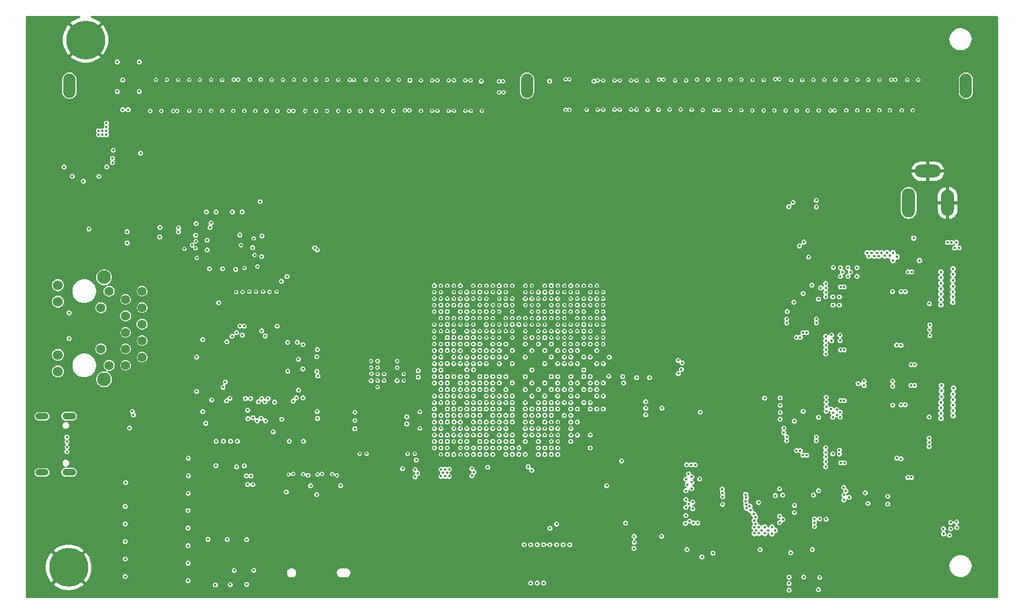
<source format=gbr>
G04 #@! TF.GenerationSoftware,KiCad,Pcbnew,7.0.11-rc3*
G04 #@! TF.CreationDate,2024-11-10T09:22:11+01:00*
G04 #@! TF.ProjectId,sodimm-ddr5-tester,736f6469-6d6d-42d6-9464-72352d746573,1.2.0*
G04 #@! TF.SameCoordinates,Original*
G04 #@! TF.FileFunction,Copper,L4,Inr*
G04 #@! TF.FilePolarity,Positive*
%FSLAX46Y46*%
G04 Gerber Fmt 4.6, Leading zero omitted, Abs format (unit mm)*
G04 Created by KiCad (PCBNEW 7.0.11-rc3) date 2024-11-10 09:22:11*
%MOMM*%
%LPD*%
G01*
G04 APERTURE LIST*
G04 #@! TA.AperFunction,ComponentPad*
%ADD10C,1.397000*%
G04 #@! TD*
G04 #@! TA.AperFunction,ComponentPad*
%ADD11C,1.524000*%
G04 #@! TD*
G04 #@! TA.AperFunction,ComponentPad*
%ADD12C,2.100000*%
G04 #@! TD*
G04 #@! TA.AperFunction,ComponentPad*
%ADD13C,2.108200*%
G04 #@! TD*
G04 #@! TA.AperFunction,ComponentPad*
%ADD14O,1.875000X3.750000*%
G04 #@! TD*
G04 #@! TA.AperFunction,ComponentPad*
%ADD15C,6.000000*%
G04 #@! TD*
G04 #@! TA.AperFunction,ComponentPad*
%ADD16O,2.100000X1.050000*%
G04 #@! TD*
G04 #@! TA.AperFunction,ComponentPad*
%ADD17O,2.000000X1.000000*%
G04 #@! TD*
G04 #@! TA.AperFunction,ComponentPad*
%ADD18O,2.000000X4.500000*%
G04 #@! TD*
G04 #@! TA.AperFunction,ComponentPad*
%ADD19O,4.000000X1.990000*%
G04 #@! TD*
G04 #@! TA.AperFunction,ComponentPad*
%ADD20O,2.000000X4.000000*%
G04 #@! TD*
G04 #@! TA.AperFunction,ViaPad*
%ADD21C,0.450000*%
G04 #@! TD*
G04 APERTURE END LIST*
D10*
X80912700Y-162662487D03*
X78373700Y-163931487D03*
X80912700Y-165201487D03*
X78373700Y-166471487D03*
X80912700Y-167740487D03*
X78373700Y-169011487D03*
X80912700Y-170280487D03*
X78373700Y-171552487D03*
X80912700Y-172821487D03*
X78373700Y-174091487D03*
X75834700Y-162662487D03*
X74573700Y-165201487D03*
X74573700Y-171552487D03*
X75842700Y-174091487D03*
D11*
X67954700Y-161735487D03*
X67954700Y-164276487D03*
X67954700Y-172476487D03*
X67954700Y-175017487D03*
D12*
X75062700Y-160526487D03*
D13*
X75062700Y-176225487D03*
D14*
X69724501Y-131000000D03*
X140125501Y-131000000D03*
X207674501Y-131000000D03*
D15*
X72212200Y-123952000D03*
D16*
X69682400Y-181925800D03*
D17*
X65501400Y-181925800D03*
D16*
X69682400Y-190566800D03*
D17*
X65501400Y-190566800D03*
D15*
X69596000Y-205199800D03*
D18*
X198861400Y-149057600D03*
D19*
X201809400Y-144178600D03*
D20*
X204860400Y-149057600D03*
D21*
X88491829Y-150623157D03*
X98650000Y-156000000D03*
X100400501Y-150213149D03*
X78956400Y-185243949D03*
X134874000Y-127355600D03*
X72616600Y-137277600D03*
X187579000Y-154940000D03*
X165481000Y-127355600D03*
X108521500Y-127355600D03*
X179600000Y-166200000D03*
X131877001Y-175800500D03*
X204850000Y-169050000D03*
X144875001Y-170802500D03*
X145875001Y-163802500D03*
X115750001Y-180650000D03*
X105151000Y-179585000D03*
X193927000Y-183351000D03*
X139875001Y-173802501D03*
X115976400Y-194005200D03*
X123250501Y-196876000D03*
X147624800Y-131953000D03*
X196570500Y-165451500D03*
X152730200Y-127355600D03*
X90091329Y-148586000D03*
X195400000Y-180300000D03*
X132141800Y-130287800D03*
X146875001Y-166802501D03*
X73755899Y-184730800D03*
X100536501Y-169561500D03*
X141875001Y-175800500D03*
X147875001Y-177800500D03*
X195200000Y-170700000D03*
X85741829Y-157933157D03*
X160078501Y-177960999D03*
X137877001Y-183800500D03*
X94047244Y-166455000D03*
X101727000Y-127355600D03*
X167182800Y-127355600D03*
X138877001Y-170776000D03*
X193900000Y-165900000D03*
X171800501Y-195476000D03*
X142875001Y-164802500D03*
X177380900Y-127355600D03*
X90678000Y-127355600D03*
X137877001Y-177800500D03*
X98323400Y-127355600D03*
X179920900Y-127355600D03*
X195237100Y-127355600D03*
X90678000Y-131953000D03*
X91686501Y-170350000D03*
X194975000Y-196025000D03*
X129100000Y-195500000D03*
X127877001Y-172802500D03*
X189550000Y-166875000D03*
X106832400Y-127355600D03*
X196200000Y-170900000D03*
X72016600Y-136677600D03*
X197997500Y-185602500D03*
X197158001Y-185173000D03*
X81332002Y-131953000D03*
X135877001Y-166802500D03*
X183775000Y-151875000D03*
X172400501Y-198376000D03*
X147875001Y-181800500D03*
X189725000Y-184300000D03*
X107149200Y-202337800D03*
X149464600Y-130314000D03*
X203700000Y-186575000D03*
X145875001Y-183800500D03*
X145875001Y-185800500D03*
X87989200Y-197851000D03*
X177740501Y-198256000D03*
X109399200Y-191037800D03*
X166115501Y-182305000D03*
X119100000Y-177427500D03*
X173972001Y-131953000D03*
X141875001Y-173802500D03*
X113258600Y-192709800D03*
X181082000Y-153409001D03*
X182037107Y-182676000D03*
X102991975Y-149611025D03*
X184200000Y-186900000D03*
X105981344Y-177902328D03*
X139875001Y-171802500D03*
X77502097Y-165506950D03*
X170300501Y-192176000D03*
X163400000Y-186700000D03*
X149875001Y-165802500D03*
X171800501Y-194476000D03*
X110223300Y-131953000D03*
X148875001Y-176800500D03*
X134874000Y-131953000D03*
X191828201Y-131953000D03*
X180600000Y-183100000D03*
X148875001Y-171802500D03*
X194627000Y-180801000D03*
X170300501Y-196476000D03*
X118719600Y-131953000D03*
X75955899Y-181330800D03*
X154319800Y-198326200D03*
X133900501Y-174776000D03*
X197970500Y-168151500D03*
X75955899Y-182530800D03*
X95000000Y-164451500D03*
X187579000Y-153365200D03*
X198300000Y-188451000D03*
X182880000Y-179070000D03*
X128875501Y-174801000D03*
X132877001Y-178800500D03*
X116433600Y-154609800D03*
X177105000Y-206365600D03*
X199000000Y-162700000D03*
X201050000Y-193050000D03*
X101616501Y-167061000D03*
X102240501Y-157646000D03*
X140875001Y-173802500D03*
X83027301Y-131953000D03*
X73225899Y-189230800D03*
X113549200Y-202337800D03*
X128200501Y-196901000D03*
X141875002Y-171802500D03*
X172288200Y-127355600D03*
X122974100Y-127355600D03*
X125730000Y-199390000D03*
X196697500Y-184302500D03*
X192582800Y-146685000D03*
X92800501Y-159626000D03*
X136877001Y-180800500D03*
X193900000Y-167800000D03*
X96150000Y-157000000D03*
X193927000Y-185251000D03*
X144705200Y-209614800D03*
X121950501Y-196876000D03*
X129900501Y-174801000D03*
X122600501Y-196876000D03*
X205800000Y-187950000D03*
X71757900Y-186230800D03*
X121450000Y-173100000D03*
X71779400Y-182430800D03*
X155270200Y-131953000D03*
X87274400Y-131953000D03*
X95456500Y-197929600D03*
X91689501Y-177069000D03*
X181082000Y-155740998D03*
X99174300Y-131953000D03*
X119570500Y-127355600D03*
X160066400Y-206872200D03*
X97472500Y-131953000D03*
X136877001Y-176800500D03*
X189151064Y-151889264D03*
X171200501Y-195776000D03*
X166319200Y-131953000D03*
X101375251Y-160295500D03*
X97356500Y-193129600D03*
X159435500Y-182693000D03*
X157843001Y-131953000D03*
X106832400Y-131953000D03*
X191950000Y-199300000D03*
X95770700Y-131953000D03*
X171800501Y-194976000D03*
X136877001Y-169802500D03*
X176058800Y-203914600D03*
X148875001Y-182800499D03*
X199000000Y-200600000D03*
X102900501Y-157636000D03*
X101500000Y-200200000D03*
X173990000Y-127355600D03*
X193522600Y-131953000D03*
X102850000Y-180950000D03*
X196927402Y-131953000D03*
X107826000Y-180200000D03*
X88976200Y-127355600D03*
X175500501Y-192776000D03*
X171000501Y-196376000D03*
X145875001Y-182800500D03*
X198450000Y-195700000D03*
X129877001Y-168802500D03*
X87994500Y-187023000D03*
X204850000Y-169950000D03*
X89527244Y-167295000D03*
X194150000Y-194300000D03*
X164470501Y-183388001D03*
X194150000Y-193560000D03*
X126877001Y-180800500D03*
X100700000Y-191400000D03*
X181622700Y-127355600D03*
X117017800Y-131953000D03*
X198020501Y-184310500D03*
X111709200Y-198297800D03*
X103949200Y-202337800D03*
X88988900Y-131953000D03*
X191439800Y-146431000D03*
X148875001Y-180800500D03*
X92701564Y-200875321D03*
X164624801Y-131953000D03*
X168021000Y-131953000D03*
X115570000Y-179070000D03*
X147875001Y-172802500D03*
X204300000Y-192100000D03*
X94800000Y-156950000D03*
X78713900Y-140994299D03*
X150177500Y-127355600D03*
X145072100Y-127355600D03*
X149875001Y-182800500D03*
X93800000Y-156950000D03*
X199000000Y-171000000D03*
X159408500Y-206944900D03*
X134877001Y-173802500D03*
X159537400Y-131953000D03*
X197131001Y-165999000D03*
X86591829Y-154583157D03*
X104140000Y-198120000D03*
X103910501Y-154936000D03*
X179505000Y-198813000D03*
X123250501Y-197976000D03*
X175680302Y-131953000D03*
X72616600Y-136661600D03*
X197131001Y-167722000D03*
X169355502Y-196350000D03*
X121272300Y-127355600D03*
X147875001Y-169802500D03*
X157822900Y-127393700D03*
X85750501Y-157073149D03*
X107873800Y-163779200D03*
X115300001Y-184500000D03*
X191948000Y-166774000D03*
X87989200Y-205951000D03*
X128877001Y-165802500D03*
X174895500Y-176398500D03*
X147624800Y-127355600D03*
X195219101Y-131953000D03*
X204850000Y-186600000D03*
X72016600Y-137277600D03*
X140875001Y-170802500D03*
X103428800Y-127355600D03*
X87391829Y-150583157D03*
X145072100Y-131953000D03*
X203750000Y-170900000D03*
X83870800Y-127355600D03*
X111925100Y-127355600D03*
X198881001Y-183450000D03*
X191975000Y-184225000D03*
X184200000Y-169000000D03*
X107926000Y-183218000D03*
X139875001Y-176800500D03*
X142875001Y-172802500D03*
X183500000Y-196150000D03*
X203750000Y-187900000D03*
X198850000Y-188450000D03*
X190300000Y-184900000D03*
X116179600Y-127355600D03*
X137877002Y-175800500D03*
X135877001Y-187800500D03*
X140875001Y-172802500D03*
X144875001Y-181800501D03*
X166000000Y-168700000D03*
X159524700Y-127355600D03*
X186728100Y-127355600D03*
X187579000Y-156184600D03*
X203700000Y-169075000D03*
X193300000Y-166800000D03*
X200800000Y-162700000D03*
X144875001Y-172802500D03*
X91855500Y-197929600D03*
X154075001Y-167502500D03*
X127228600Y-127355600D03*
X138295400Y-132071998D03*
X78672200Y-159914000D03*
X90928157Y-152143165D03*
X205400000Y-192100000D03*
X197027000Y-180151000D03*
X151875001Y-177800500D03*
X135877002Y-177800500D03*
X181600000Y-202450600D03*
X136877001Y-171802500D03*
X115316000Y-131953000D03*
X184958299Y-207629800D03*
X189125000Y-184925000D03*
X72616600Y-136061600D03*
X166100000Y-183900000D03*
X203750000Y-169950000D03*
X202251001Y-188150000D03*
X105130600Y-131953000D03*
X132321300Y-131953000D03*
X89801564Y-200875321D03*
X170600501Y-195876000D03*
X190150000Y-166275000D03*
X122925501Y-197426000D03*
X154000000Y-172904000D03*
X183057000Y-147984002D03*
X74140899Y-191530800D03*
X79623701Y-131953000D03*
X118150501Y-173426000D03*
X152374503Y-185301000D03*
X170967400Y-203149200D03*
X203750000Y-187250000D03*
X193527000Y-179401000D03*
X189125000Y-183675000D03*
X142875001Y-175800500D03*
X200317100Y-131953000D03*
X183000000Y-200600000D03*
X163502000Y-174200000D03*
X172497800Y-205549600D03*
X204850000Y-187200000D03*
X156002501Y-175976000D03*
X148875001Y-162802500D03*
X150875002Y-179800500D03*
X140875001Y-175800500D03*
X122000000Y-177426500D03*
X205800000Y-170000000D03*
X145875001Y-184800500D03*
X196597500Y-185702500D03*
X152374503Y-183301000D03*
X160466400Y-209420200D03*
X128000000Y-194000000D03*
X122600501Y-197976000D03*
X78655899Y-182630800D03*
X87994500Y-189723000D03*
X129877000Y-179800500D03*
X187578400Y-157497600D03*
X147706700Y-208835298D03*
X105130600Y-127355600D03*
X87989200Y-203251000D03*
X127550501Y-198001000D03*
X145875001Y-175800500D03*
X120421400Y-131953000D03*
X184900000Y-184400000D03*
X100685200Y-202617299D03*
X202127000Y-184651000D03*
X96621600Y-127355600D03*
X95550501Y-164451000D03*
X160899499Y-201324800D03*
X194150000Y-195350000D03*
X183500000Y-192400000D03*
X126900501Y-198001000D03*
X196597500Y-182902500D03*
X106629200Y-198297800D03*
X171200501Y-198376000D03*
X188950000Y-166250000D03*
X131928228Y-194128228D03*
X146875001Y-187800500D03*
X148875001Y-173802501D03*
X197158001Y-183450000D03*
X170000501Y-198376000D03*
X196570500Y-168251500D03*
X97300000Y-181600000D03*
X133877001Y-170802500D03*
X145875001Y-186800500D03*
X150875001Y-187800501D03*
X182487502Y-131953000D03*
X131877000Y-164802500D03*
X143875001Y-171802500D03*
X127875501Y-197451000D03*
X161800000Y-172300000D03*
X124850000Y-178300000D03*
X114477800Y-127355600D03*
X174895500Y-174398500D03*
X184182801Y-131953000D03*
X205800000Y-169050000D03*
X201168000Y-127342900D03*
X130800000Y-195500000D03*
X197970500Y-165651500D03*
X127877001Y-162802500D03*
X102191829Y-150774400D03*
X153900000Y-169800000D03*
X92300000Y-149550000D03*
X150875001Y-188900501D03*
X202150000Y-170675000D03*
X108521500Y-131953000D03*
X90683501Y-177089000D03*
X180300000Y-186700000D03*
X199497500Y-185702500D03*
X139875001Y-186800501D03*
X73280899Y-192205800D03*
X124675900Y-131953000D03*
X191465200Y-147751800D03*
X89882344Y-173382328D03*
X100765200Y-194314762D03*
X204825000Y-170900000D03*
X177945999Y-192230502D03*
X199731899Y-157242600D03*
X108661200Y-162966400D03*
X91750000Y-156950000D03*
X174895500Y-172399500D03*
X151875001Y-179800500D03*
X175679100Y-127355600D03*
X141875001Y-178800500D03*
X100960501Y-157356000D03*
X169400501Y-198276000D03*
X169400000Y-194850000D03*
X170900501Y-199876000D03*
X150875001Y-168802500D03*
X189814200Y-151180800D03*
X194627000Y-188851000D03*
X183605107Y-181174500D03*
X142875001Y-185800500D03*
X75955899Y-183730800D03*
X170100000Y-194900000D03*
X80621000Y-209512600D03*
X135841200Y-158572200D03*
X143875001Y-167802500D03*
X92800000Y-156950000D03*
X204825000Y-187900000D03*
X150875002Y-175800500D03*
X137000501Y-194176000D03*
X166624000Y-205257400D03*
X198881001Y-185173000D03*
X196750000Y-193000000D03*
X129540000Y-197485000D03*
X172262800Y-131953000D03*
X189118901Y-156828600D03*
X82169000Y-127355600D03*
X183324500Y-127355600D03*
X94059829Y-165647157D03*
X91000000Y-170300000D03*
X143875001Y-178800500D03*
X199470500Y-165451500D03*
X165165502Y-178656000D03*
X125877001Y-177800500D03*
X165165501Y-182655000D03*
X165017901Y-207895699D03*
X132321300Y-127355600D03*
X138870501Y-183806000D03*
X193535300Y-127355600D03*
X125877001Y-166802500D03*
X192600000Y-200600000D03*
X145875001Y-176800500D03*
X103325501Y-172385000D03*
X174895500Y-178398500D03*
X177800000Y-173990000D03*
X188366400Y-152603200D03*
X87989200Y-195151000D03*
X198650000Y-193850000D03*
X147875001Y-179800500D03*
X199470500Y-168251500D03*
X89090501Y-148576000D03*
X135730501Y-189266000D03*
X171800501Y-193976000D03*
X193450000Y-189225000D03*
X151875001Y-175800500D03*
X170400501Y-199776000D03*
X179505000Y-195063000D03*
X153263499Y-206947898D03*
X94900000Y-149550000D03*
X107900000Y-200200000D03*
X93456500Y-197929600D03*
X97271658Y-166455157D03*
X170568401Y-131953000D03*
X100876100Y-131953000D03*
X198400000Y-171000000D03*
X152730200Y-131953000D03*
X139875001Y-178800500D03*
X132877001Y-167802500D03*
X124460000Y-200025000D03*
X85572600Y-127355600D03*
X145875001Y-178800500D03*
X128877001Y-186800500D03*
X182034000Y-149009001D03*
X140875001Y-168802500D03*
X84721700Y-131953000D03*
X112979200Y-150520400D03*
X170586400Y-127355600D03*
X174888000Y-170447000D03*
X138875501Y-173801000D03*
X98301000Y-179200000D03*
X97125000Y-180182000D03*
X180200000Y-169100000D03*
X121950501Y-197976000D03*
X93820501Y-175635000D03*
X105922344Y-173132328D03*
X105119366Y-190689034D03*
X130877001Y-182800500D03*
X86536829Y-151433157D03*
X126877001Y-169802499D03*
X169350000Y-193350000D03*
X193927000Y-180201000D03*
X122974100Y-131953000D03*
X93600000Y-154800000D03*
X79422200Y-160564000D03*
X73755899Y-186230800D03*
X193700000Y-161950000D03*
X137877002Y-162802500D03*
X87994500Y-192423000D03*
X148875001Y-178800500D03*
X94068900Y-131953000D03*
X136909706Y-173751688D03*
X190125000Y-167475000D03*
X87989200Y-200551000D03*
X161221201Y-131953000D03*
X127228600Y-131953000D03*
X198854001Y-167722000D03*
X131700000Y-195500000D03*
X127800000Y-199200000D03*
X183607608Y-163021999D03*
X127000000Y-200025000D03*
X190131700Y-127355600D03*
X147875001Y-175800500D03*
X182153608Y-164356694D03*
X111100000Y-200200000D03*
X112090200Y-167868600D03*
X148875001Y-186800501D03*
X188424601Y-131953000D03*
X180779201Y-131953000D03*
X117957600Y-156083000D03*
X151875001Y-161802500D03*
X147875001Y-185800500D03*
X97225000Y-183200000D03*
X186200000Y-200600000D03*
X179070000Y-131953000D03*
X120150501Y-175426000D03*
X105649200Y-193970501D03*
X99827658Y-166413157D03*
X160168501Y-183388001D03*
X131877001Y-185800500D03*
X193900000Y-162750000D03*
X133877001Y-181800500D03*
X192049400Y-147193000D03*
X205800000Y-170900000D03*
X152374503Y-187301000D03*
X194600000Y-171400000D03*
X190132902Y-131953000D03*
X97056500Y-197929600D03*
X166800000Y-184200000D03*
X169200501Y-199776000D03*
X202075000Y-182700000D03*
X170600501Y-198276000D03*
X129900000Y-195500000D03*
X127550501Y-196901000D03*
X140875001Y-177800500D03*
X174888000Y-168422000D03*
X193400000Y-184200000D03*
X151875001Y-171802500D03*
X102577900Y-131953000D03*
X171800501Y-198376000D03*
X103117344Y-171630157D03*
X127175501Y-197451000D03*
X92456500Y-191029600D03*
X197777100Y-127355600D03*
X193927000Y-188151000D03*
X92367100Y-127355600D03*
X111912400Y-131953000D03*
X196227000Y-188351000D03*
X130877001Y-161802500D03*
X137426700Y-127355600D03*
X141875001Y-172802500D03*
X179300000Y-200500000D03*
X95268501Y-166465000D03*
X198622701Y-131953000D03*
X95676663Y-200901600D03*
X197993501Y-166859500D03*
X194627000Y-179501000D03*
X117551200Y-150622000D03*
X137877001Y-170802500D03*
X147703701Y-202490300D03*
X202100000Y-167200000D03*
X138705700Y-202490300D03*
X145875001Y-180800500D03*
X162077400Y-127355600D03*
X135875501Y-174801000D03*
X142660000Y-130302500D03*
X188429900Y-127355600D03*
X189400000Y-200600000D03*
X137877001Y-172802500D03*
X194050000Y-197650000D03*
X193600000Y-171800000D03*
X125877001Y-187800500D03*
X143875002Y-173802500D03*
X75447900Y-141464800D03*
X128200501Y-198001000D03*
X134877001Y-163802500D03*
X168884600Y-127355600D03*
X198854001Y-165999000D03*
X126900501Y-196901000D03*
X94068900Y-127355600D03*
X205800000Y-187250000D03*
X87274400Y-127355600D03*
X185877200Y-131953000D03*
X71829400Y-189451800D03*
X79616300Y-127355600D03*
X140875001Y-179800500D03*
X174895500Y-180398500D03*
X110000000Y-189600000D03*
X91048501Y-169150000D03*
X128877001Y-176800500D03*
X202100000Y-165200000D03*
X163779200Y-127355600D03*
X104090000Y-176550000D03*
X199270500Y-166851500D03*
X155001500Y-178126000D03*
X150177500Y-131953000D03*
X193900000Y-170700000D03*
X119278400Y-154787600D03*
X138708700Y-208835300D03*
X122225501Y-197426000D03*
X163900000Y-184200000D03*
X143875001Y-176800500D03*
X159383500Y-178694000D03*
X155270200Y-127355600D03*
X177375601Y-131953000D03*
X163666400Y-209420200D03*
X185000000Y-166200000D03*
X151875001Y-172802500D03*
X185026300Y-127355600D03*
X199497500Y-182902500D03*
X100025200Y-127355600D03*
X109220000Y-198120000D03*
X149875001Y-171802500D03*
X110349200Y-202337800D03*
X127877001Y-183800500D03*
X193325000Y-195975000D03*
X110223300Y-127355600D03*
X82767560Y-169509487D03*
X105587800Y-153875000D03*
X129768600Y-127355600D03*
X91750000Y-181150000D03*
X152200000Y-181300000D03*
X194600000Y-163350000D03*
X148875001Y-184800500D03*
X92379800Y-131953000D03*
X124675900Y-127355600D03*
X197000000Y-162700000D03*
X142875001Y-170802500D03*
X199297500Y-184302500D03*
X141875001Y-182800500D03*
X139706200Y-209614800D03*
X195227000Y-188151000D03*
X149875001Y-173802500D03*
X165400000Y-183900000D03*
X145875001Y-187800500D03*
X199027000Y-180151000D03*
X104700000Y-200200000D03*
X194600000Y-162050000D03*
X195800000Y-200600000D03*
X129768600Y-131953000D03*
X199478900Y-127355600D03*
X117881400Y-127355600D03*
X163000000Y-184200000D03*
X150875001Y-172802500D03*
X123649499Y-179980999D03*
X149875001Y-178800500D03*
X162929502Y-131953000D03*
X205191899Y-157472600D03*
X191833500Y-127355600D03*
X122961400Y-158572200D03*
X117265200Y-201887299D03*
X73204899Y-183081800D03*
X139875001Y-165802500D03*
X109855000Y-168554400D03*
X141875001Y-161802500D03*
X196670500Y-166851500D03*
X116150501Y-177426000D03*
X147875001Y-183800500D03*
X134877001Y-184800500D03*
X95300000Y-165600000D03*
X138875501Y-175801000D03*
X164432501Y-177960999D03*
X197997500Y-183102500D03*
X98559501Y-174386000D03*
X181225000Y-151875000D03*
X108077000Y-168529000D03*
X98704400Y-151485600D03*
X116100000Y-172200000D03*
X142875001Y-177800500D03*
X205550000Y-194200000D03*
X141875001Y-176800500D03*
X205800000Y-186575000D03*
X169800501Y-199876000D03*
X72016600Y-136077600D03*
X71217900Y-143524800D03*
X188950000Y-167500000D03*
X143705200Y-209614800D03*
X190325000Y-183700000D03*
X130877001Y-171802500D03*
X171700501Y-196276000D03*
X113614200Y-131953000D03*
X79555899Y-181730800D03*
X96600000Y-168037000D03*
X99300000Y-168750000D03*
X104962344Y-173122328D03*
X104775501Y-170530000D03*
X89300501Y-178096000D03*
X97150000Y-181002500D03*
X89300000Y-172800000D03*
X79405899Y-181180800D03*
X103325501Y-174980000D03*
X91600000Y-179400000D03*
X90252501Y-170111000D03*
X92256500Y-189529600D03*
X97600000Y-179200000D03*
X97153299Y-192432801D03*
X97656500Y-191129600D03*
X107851000Y-181168000D03*
X101675501Y-168033000D03*
X95959829Y-168036328D03*
X104982344Y-177905179D03*
X142875001Y-187800500D03*
X148875001Y-168802500D03*
X144875001Y-168802500D03*
X135877001Y-162802500D03*
X141875002Y-162802500D03*
X149875001Y-163802500D03*
X133877001Y-167802499D03*
X150875002Y-180800500D03*
X139876001Y-187800502D03*
X181066000Y-148984001D03*
X180425000Y-149650000D03*
X205700000Y-179400000D03*
X203900000Y-178050000D03*
X174500501Y-196376000D03*
X192770159Y-157229699D03*
X203800000Y-162300000D03*
X194270159Y-157229699D03*
X203850000Y-159700000D03*
X173900501Y-196076000D03*
X203900000Y-178900000D03*
X205650000Y-161000000D03*
X175300000Y-197450000D03*
X205650000Y-162750000D03*
X175400501Y-199476000D03*
X193970159Y-156729699D03*
X175000501Y-196976000D03*
X173800000Y-193976000D03*
X196478400Y-156722600D03*
X175100501Y-198976000D03*
X192470159Y-156729699D03*
X175100501Y-199976000D03*
X205700000Y-178500000D03*
X200503400Y-157922600D03*
X175800501Y-198976000D03*
X194670159Y-156729699D03*
X195178400Y-157222600D03*
X199641899Y-154502600D03*
X205700000Y-181050000D03*
X193170159Y-156729699D03*
X205700000Y-159200000D03*
X205700000Y-180250000D03*
X203850000Y-160550000D03*
X205650000Y-161900000D03*
X173850000Y-194476000D03*
X196428400Y-157922600D03*
X203850000Y-181450000D03*
X177800000Y-199000000D03*
X203800000Y-163950000D03*
X205650000Y-164350000D03*
X175800501Y-199976000D03*
X205650000Y-163550000D03*
X195928400Y-157222600D03*
X203800000Y-163100000D03*
X203800000Y-164750000D03*
X193570159Y-157229699D03*
X195528400Y-156722600D03*
X178300000Y-199500000D03*
X203850000Y-179800000D03*
X175285400Y-198475600D03*
X203900000Y-177200000D03*
X177800000Y-200000000D03*
X175100501Y-197976000D03*
X176200501Y-199476000D03*
X177200000Y-199476000D03*
X205750000Y-177600000D03*
X173800000Y-195000000D03*
X197078400Y-157372600D03*
X176700000Y-198976000D03*
X205700000Y-160100000D03*
X176700000Y-199976000D03*
X173850000Y-195550000D03*
X205700000Y-181850000D03*
X203850000Y-180600000D03*
X174400501Y-195776000D03*
X203850000Y-161400000D03*
X203850000Y-182250000D03*
X202028001Y-185940500D03*
X202068501Y-168572000D03*
X204241400Y-200025000D03*
X205421899Y-155147600D03*
X160849499Y-200399800D03*
X204190600Y-199237600D03*
X186156600Y-197764400D03*
X182727600Y-206679800D03*
X205333600Y-198272400D03*
X184958299Y-208629800D03*
X206273400Y-199059800D03*
X184988200Y-193395600D03*
X205333600Y-199263000D03*
X107901000Y-182250000D03*
X205951899Y-156012600D03*
X204825600Y-155143200D03*
X185166000Y-197739000D03*
X206628400Y-155997600D03*
X206222600Y-198196200D03*
X101070994Y-184301326D03*
X205155800Y-200253600D03*
X184025000Y-202450600D03*
X206203400Y-155122600D03*
X143666957Y-199165957D03*
X144703114Y-198532800D03*
X125877001Y-186800500D03*
X163400000Y-175332713D03*
X144875001Y-175800500D03*
X95575000Y-185775000D03*
X163900000Y-174700000D03*
X144875000Y-177800500D03*
X94525000Y-185775000D03*
X92300000Y-185775000D03*
X145875001Y-172802500D03*
X164000000Y-173700000D03*
X93422843Y-185773328D03*
X163400000Y-173300000D03*
X146875001Y-172802500D03*
X76473900Y-140944299D03*
X77927200Y-130111500D03*
X77927200Y-134708900D03*
X76373900Y-142844299D03*
X76341399Y-142206800D03*
X78778100Y-134721600D03*
X137877001Y-169802500D03*
X82169000Y-134899400D03*
X134877001Y-169802500D03*
X83870800Y-134899400D03*
X135877002Y-169802500D03*
X83032600Y-130098800D03*
X133877001Y-169802500D03*
X84734400Y-130098800D03*
X185184299Y-206729800D03*
X195650000Y-194250000D03*
X195650000Y-195450000D03*
X86436200Y-130098800D03*
X132877001Y-169802500D03*
X85675501Y-134899400D03*
X132877001Y-168802500D03*
X86325501Y-134899400D03*
X133877001Y-168802500D03*
X136877001Y-168802500D03*
X88169945Y-134868667D03*
X134877001Y-167802500D03*
X89814400Y-134874000D03*
X88138000Y-130098800D03*
X135877001Y-168802500D03*
X89814400Y-130098800D03*
X137877001Y-168802500D03*
X91516200Y-134874000D03*
X134877001Y-165802500D03*
X192175000Y-193725000D03*
X192600000Y-195350000D03*
X131877001Y-166802500D03*
X93218000Y-134874000D03*
X175768000Y-195199000D03*
X166700501Y-191576000D03*
X91541600Y-130098800D03*
X132877001Y-166802500D03*
X93218000Y-130124200D03*
X132877001Y-165802500D03*
X131877001Y-162802500D03*
X95025001Y-130074706D03*
X95675001Y-130074706D03*
X131877001Y-163802500D03*
X94919800Y-134874000D03*
X132877001Y-164802500D03*
X96647000Y-134874000D03*
X132877001Y-163802500D03*
X98323400Y-134874000D03*
X133877001Y-163802500D03*
X182592606Y-187926107D03*
X188973000Y-189099000D03*
X133877001Y-164802500D03*
X97485200Y-130073400D03*
X134877001Y-164802500D03*
X99187000Y-130073400D03*
X100025200Y-134899400D03*
X133877001Y-166802501D03*
X182179107Y-169762107D03*
X199800001Y-173974998D03*
X135877001Y-165802500D03*
X101727000Y-134899400D03*
X100863400Y-130098800D03*
X134877001Y-166802500D03*
X102590600Y-130098800D03*
X135877002Y-164802500D03*
X104292400Y-130098800D03*
X136877001Y-166802500D03*
X135877001Y-167802500D03*
X103525001Y-134899400D03*
X104175001Y-134899400D03*
X136877001Y-167802500D03*
X137877001Y-163802500D03*
X105994200Y-134899400D03*
X107670600Y-134899400D03*
X137877001Y-165802500D03*
X137877001Y-164802500D03*
X105968800Y-130098800D03*
X107670600Y-130098800D03*
X137876001Y-166801500D03*
X109372400Y-134899400D03*
X135877001Y-163802500D03*
X132877000Y-161802501D03*
X111074200Y-134899400D03*
X131877000Y-161802501D03*
X109372400Y-130098800D03*
X134877001Y-162802500D03*
X111074200Y-130098800D03*
X130877000Y-185800000D03*
X168757600Y-202996800D03*
X140318499Y-189702835D03*
X133877001Y-161802501D03*
X112874501Y-130111765D03*
X133877001Y-162802499D03*
X113524501Y-130111765D03*
X134877001Y-161802501D03*
X112776000Y-134899400D03*
X136877001Y-163802500D03*
X114503200Y-134899400D03*
X116205000Y-134899400D03*
X136877001Y-162802500D03*
X115316000Y-130098800D03*
X136877001Y-161802500D03*
X137877001Y-161802499D03*
X117017800Y-130098800D03*
X131877001Y-165802500D03*
X117906800Y-134899400D03*
X139875001Y-168802500D03*
X119557800Y-134899400D03*
X138876001Y-166802500D03*
X118745000Y-130098800D03*
X121374501Y-134803296D03*
X144875001Y-161802500D03*
X144875001Y-162802500D03*
X122024501Y-134803296D03*
X120396000Y-130098800D03*
X139875001Y-169802499D03*
X123825000Y-134874000D03*
X140875001Y-166802500D03*
X125526800Y-134861300D03*
X140875001Y-164802500D03*
X139875001Y-163802500D03*
X122123200Y-130175000D03*
X182179107Y-187201107D03*
X199273000Y-191324000D03*
X94800501Y-150458851D03*
X92300501Y-150458851D03*
X96300501Y-150458851D03*
X90800501Y-150458851D03*
X125526800Y-130175000D03*
X139875001Y-164802501D03*
X140875001Y-165802500D03*
X123825000Y-130175000D03*
X126377700Y-134861300D03*
X141875001Y-163802500D03*
X184677214Y-167541501D03*
X188938500Y-162000000D03*
X199326501Y-159699000D03*
X180100000Y-167536000D03*
X183176107Y-187926107D03*
X188423000Y-189099000D03*
X181595606Y-169762107D03*
X199250001Y-173974998D03*
X181595606Y-187201107D03*
X198723000Y-191324000D03*
X188388500Y-162000000D03*
X184677214Y-166958000D03*
X142875001Y-163802500D03*
X126377700Y-130175000D03*
X128079500Y-134861300D03*
X143875002Y-164802500D03*
X128066800Y-130175000D03*
X143875001Y-166802500D03*
X128930400Y-134861300D03*
X143875001Y-163802500D03*
X143875001Y-165802500D03*
X128930400Y-130175000D03*
X130632200Y-134861300D03*
X144875001Y-166802500D03*
X130619500Y-130175000D03*
X144875000Y-164802500D03*
X131483100Y-134861300D03*
X145875001Y-164802500D03*
X131470400Y-130175000D03*
X145875001Y-165802500D03*
X133184900Y-134861300D03*
X145875001Y-166802500D03*
X135800001Y-132029200D03*
X139875001Y-162802500D03*
X140875001Y-162802500D03*
X135850001Y-130327400D03*
X139875001Y-161802500D03*
X136500001Y-132029200D03*
X136450001Y-130327400D03*
X140875001Y-161802500D03*
X142875001Y-166802500D03*
X146049001Y-134706005D03*
X146049001Y-130010431D03*
X141875001Y-165802500D03*
X142875001Y-165802500D03*
X146649001Y-134706005D03*
X146649001Y-130010431D03*
X141875001Y-164802500D03*
X141875001Y-169802500D03*
X149326600Y-134696200D03*
X151028400Y-130187700D03*
X141875001Y-168802500D03*
X142875001Y-168802500D03*
X151028400Y-134696200D03*
X151879300Y-130187700D03*
X140875001Y-167802500D03*
X151879300Y-134696200D03*
X139875001Y-167802500D03*
X139875001Y-166802500D03*
X153581100Y-130187700D03*
X153581100Y-134683500D03*
X143875001Y-168802500D03*
X198776501Y-159699000D03*
X180100000Y-166952499D03*
X154419300Y-130187700D03*
X142875001Y-167802500D03*
X141875001Y-167802499D03*
X154419300Y-134683500D03*
X143875002Y-169802500D03*
X156121100Y-130187700D03*
X156133800Y-134683500D03*
X144875001Y-167802500D03*
X158686500Y-134683500D03*
X145875001Y-167802500D03*
X142875001Y-161802500D03*
X156972000Y-130187700D03*
X160375600Y-134696200D03*
X143875001Y-161802500D03*
X144875000Y-169802500D03*
X156984700Y-134683500D03*
X158673800Y-130187700D03*
X145875001Y-169802500D03*
X156591000Y-202293800D03*
X156600000Y-200425800D03*
X146705200Y-201710800D03*
X188200000Y-187750000D03*
X146875001Y-177800500D03*
X186100000Y-187500000D03*
X186100000Y-186750000D03*
X186100000Y-189700000D03*
X186100000Y-188200000D03*
X188200000Y-187150000D03*
X186100000Y-188900000D03*
X146875001Y-185800500D03*
X187200000Y-187700000D03*
X146875001Y-179800501D03*
X146875001Y-181800500D03*
X146875001Y-183800500D03*
X187200000Y-182075000D03*
X187800000Y-181700000D03*
X187800000Y-180900000D03*
X141875001Y-170802500D03*
X143875001Y-172802500D03*
X144875000Y-173802500D03*
X187200000Y-181400000D03*
X144875001Y-183800500D03*
X183946800Y-161721800D03*
X142875001Y-171802500D03*
X141875001Y-177800500D03*
X186175000Y-179725000D03*
X144875001Y-171802500D03*
X186900000Y-180800000D03*
X188325000Y-182050000D03*
X146875001Y-175800499D03*
X186175000Y-179000000D03*
X142875001Y-176800500D03*
X186175000Y-181150000D03*
X140875001Y-176800500D03*
X186175000Y-180450000D03*
X140875501Y-174801000D03*
X142875001Y-173802500D03*
X188325000Y-181300000D03*
X162077400Y-134670800D03*
X146875001Y-163802500D03*
X145875001Y-161802500D03*
X160475001Y-130068267D03*
X145875001Y-162802500D03*
X161125001Y-130068267D03*
X148875001Y-170802500D03*
X163779200Y-134670800D03*
X149875001Y-166802500D03*
X164630100Y-130187700D03*
X162915600Y-130187700D03*
X145875001Y-171802500D03*
X165481000Y-134696200D03*
X147875001Y-162802500D03*
X149875001Y-161802500D03*
X167182800Y-134747000D03*
X166319200Y-130073400D03*
X148875001Y-163802500D03*
X168021000Y-130073400D03*
X146875000Y-162802500D03*
X93300000Y-159200000D03*
X91279001Y-159200000D03*
X89228157Y-152243165D03*
X91375322Y-152846000D03*
X107873800Y-156286200D03*
X90911829Y-154803145D03*
X107467400Y-155981400D03*
X91527596Y-152134441D03*
X99296829Y-157328157D03*
X90911829Y-156313157D03*
X69672200Y-169964000D03*
X78956400Y-183743949D03*
X86500501Y-153513149D03*
X95300000Y-159300000D03*
X113650501Y-183850000D03*
X138900501Y-186776000D03*
X179100000Y-179100000D03*
X103099200Y-193587800D03*
X188300000Y-169400000D03*
X128877001Y-181800500D03*
X70176000Y-144967800D03*
X107799200Y-193979800D03*
X78309200Y-195801000D03*
X83616800Y-154305000D03*
X102350501Y-161126000D03*
X148875501Y-174801000D03*
X141875001Y-187800500D03*
X142875001Y-180800500D03*
X95950000Y-154000000D03*
X130900501Y-174776000D03*
X123100000Y-188674500D03*
X105670000Y-174630000D03*
X179649336Y-184453959D03*
X186100000Y-172300000D03*
X92173163Y-207895200D03*
X182635107Y-181154500D03*
X184674999Y-149675000D03*
X139875001Y-181800501D03*
X97002662Y-207819200D03*
X130877001Y-166802500D03*
X94462662Y-207839200D03*
X78309200Y-206601000D03*
X130877001Y-177800500D03*
X68877900Y-143524800D03*
X126877001Y-185800500D03*
X103200000Y-160400000D03*
X131877000Y-169802500D03*
X144875000Y-186800500D03*
X136877001Y-185800500D03*
X123400000Y-175900000D03*
X184997500Y-163882001D03*
X125877001Y-161802500D03*
X186100000Y-171625000D03*
X123400000Y-174900000D03*
X95097600Y-205638400D03*
X166800000Y-181300000D03*
X97200000Y-182300000D03*
X140875001Y-184800500D03*
X83641000Y-152831927D03*
X187000000Y-170300000D03*
X126877001Y-164802501D03*
X117150501Y-173426000D03*
X129877001Y-163802500D03*
X145875001Y-177800500D03*
X78309200Y-198501000D03*
X184665999Y-148650001D03*
X92700000Y-164451500D03*
X134100000Y-189774500D03*
X90250000Y-181200000D03*
X111455200Y-192608200D03*
X97911825Y-155961825D03*
X160900501Y-180676000D03*
X128877001Y-170802500D03*
X127877001Y-167802500D03*
X181285000Y-196735000D03*
X98087600Y-205628400D03*
X69672200Y-165989000D03*
X154875001Y-175800501D03*
X78309200Y-201201000D03*
X186100000Y-170275000D03*
X167055800Y-203581000D03*
X186100000Y-169600000D03*
X78309200Y-203901000D03*
X116150501Y-176426000D03*
X125877001Y-182800500D03*
X105680000Y-170880157D03*
X121650001Y-183100001D03*
X188300000Y-170250000D03*
X125875501Y-174801000D03*
X187000000Y-169400000D03*
X99085400Y-148869400D03*
X74266000Y-144977800D03*
X106849200Y-192637800D03*
X146875000Y-171802500D03*
X181300000Y-195650000D03*
X182637608Y-163012000D03*
X99350000Y-154150000D03*
X143875001Y-183800500D03*
X130877001Y-187800500D03*
X131900501Y-174776000D03*
X121650001Y-182000000D03*
X186100000Y-170950000D03*
X120150501Y-176426000D03*
X184997000Y-182084000D03*
X126875501Y-174801000D03*
X129877000Y-184800500D03*
X78389300Y-192133100D03*
X188200000Y-163525000D03*
X75416600Y-136761600D03*
X186100000Y-161475000D03*
X186100000Y-162150000D03*
X186100000Y-163500000D03*
X75416600Y-138561600D03*
X186100000Y-162825000D03*
X75416600Y-137361600D03*
X74216600Y-138561600D03*
X157000501Y-175976000D03*
X185300000Y-162150000D03*
X187200000Y-163525000D03*
X75416600Y-137961600D03*
X74816600Y-138561600D03*
X74200600Y-137961600D03*
X188200000Y-164800000D03*
X187225000Y-164800000D03*
X74800600Y-137961600D03*
X169722800Y-130086100D03*
X149875001Y-162802500D03*
X168975001Y-134778228D03*
X148875001Y-161802500D03*
X147875001Y-161802500D03*
X169625001Y-134778228D03*
X150875001Y-161802500D03*
X171411900Y-134747000D03*
X141875001Y-166802501D03*
X144875001Y-165802500D03*
X132877001Y-162802500D03*
X182050000Y-155700000D03*
X135877001Y-161802500D03*
X189525000Y-160375000D03*
X149875001Y-170802500D03*
X188675000Y-159700000D03*
X150875001Y-163802500D03*
X142875001Y-169802500D03*
X143875001Y-162802500D03*
X136877001Y-164802500D03*
X145875001Y-168802500D03*
X138877001Y-167802500D03*
X134877001Y-168802500D03*
X143625200Y-130302500D03*
X190900000Y-159050000D03*
X150429800Y-130314000D03*
X140875001Y-163802500D03*
X182750000Y-155100000D03*
X133107000Y-130287800D03*
X137877002Y-167802500D03*
X189525000Y-159050000D03*
X187275500Y-159000000D03*
X190900000Y-160375000D03*
X189925000Y-159700000D03*
X151875001Y-166802500D03*
X148875001Y-167802500D03*
X188350000Y-160375000D03*
X188350000Y-159050000D03*
X147875001Y-164802500D03*
X133877001Y-165802500D03*
X146875001Y-161802500D03*
X156650000Y-201325800D03*
X145705200Y-201710800D03*
X196381001Y-162722000D03*
X197018501Y-170959500D03*
X197045501Y-188360500D03*
X196395501Y-180210500D03*
X150875002Y-162802500D03*
X173126400Y-134785100D03*
X151875001Y-162802500D03*
X171424600Y-130073400D03*
X202020501Y-182035500D03*
X202043501Y-164584500D03*
X202131001Y-169472000D03*
X173126400Y-130086100D03*
X151875001Y-163802500D03*
X202020501Y-186585500D03*
X180458299Y-208703800D03*
X170230800Y-194335400D03*
X197662800Y-188468000D03*
X180458299Y-207679800D03*
X180458299Y-206703800D03*
X197662800Y-170992800D03*
X189725000Y-194400000D03*
X188875000Y-192875000D03*
X188900000Y-194050000D03*
X189200000Y-193425000D03*
X150875001Y-177800500D03*
X147875001Y-176800500D03*
X149875001Y-184800500D03*
X188900000Y-194800000D03*
X149875001Y-186800500D03*
X149875001Y-180800500D03*
X149875001Y-176800500D03*
X137877001Y-178800500D03*
X123300000Y-190700000D03*
X165400000Y-189400000D03*
X143875001Y-175800500D03*
X127875501Y-190626000D03*
X126900501Y-191176000D03*
X165500000Y-192100000D03*
X164600000Y-191600000D03*
X164500000Y-198425999D03*
X136877001Y-177800500D03*
X140875001Y-178800500D03*
X166050000Y-189400000D03*
X139875001Y-172802500D03*
X165150000Y-198076001D03*
X128200501Y-190076000D03*
X164600000Y-194750000D03*
X164800000Y-192450000D03*
X122900000Y-191250000D03*
X128200501Y-191176000D03*
X165750000Y-198350000D03*
X164700000Y-189400000D03*
X140875001Y-171802500D03*
X131650501Y-189976000D03*
X165000000Y-190800000D03*
X165650000Y-195150000D03*
X139875001Y-170802500D03*
X165500000Y-193050000D03*
X136877001Y-170802500D03*
X137877002Y-171802500D03*
X152400000Y-192600000D03*
X139875000Y-177800500D03*
X164600000Y-193400000D03*
X127550501Y-190076000D03*
X154700000Y-188800000D03*
X144875001Y-176800500D03*
X164600000Y-197200000D03*
X166400000Y-198350000D03*
X164600000Y-195950000D03*
X131650501Y-191076000D03*
X165650000Y-196150000D03*
X122900000Y-190150000D03*
X131975501Y-190526000D03*
X139875001Y-175800500D03*
X136877001Y-175800500D03*
X143875001Y-179800500D03*
X137877001Y-173802500D03*
X144875001Y-178800500D03*
X142875001Y-178800500D03*
X143875002Y-177800500D03*
X136877001Y-172802500D03*
X165050000Y-195450000D03*
X80692900Y-141414299D03*
X127175501Y-190626000D03*
X126900501Y-190076000D03*
X127550501Y-191176000D03*
X165500000Y-191250000D03*
X137877001Y-176800500D03*
X146875001Y-165802500D03*
X174802800Y-134823200D03*
X150875002Y-178800500D03*
X150875002Y-176800500D03*
X180100000Y-185700000D03*
X199773000Y-177172000D03*
X176530000Y-134823200D03*
X147875001Y-167802500D03*
X88014500Y-188373000D03*
X128877002Y-184800500D03*
X130877001Y-183800500D03*
X88014500Y-193773000D03*
X129877001Y-183800500D03*
X88014500Y-191073000D03*
X180100000Y-185116500D03*
X199223000Y-177172000D03*
X174828200Y-130124200D03*
X146875001Y-167802499D03*
X192000000Y-177200000D03*
X191100000Y-176900000D03*
X196400000Y-177300000D03*
X196400000Y-176500000D03*
X192000000Y-176500000D03*
X176707800Y-179120800D03*
X91051564Y-200875321D03*
X120995083Y-189975000D03*
X125857000Y-181801000D03*
X175996600Y-202463400D03*
X128905000Y-182800000D03*
X155307600Y-198373800D03*
X140868400Y-190246000D03*
X188942000Y-171701000D03*
X182592606Y-169037107D03*
X184677214Y-185705501D03*
X188948000Y-179498000D03*
X183176107Y-169037107D03*
X188392000Y-171701000D03*
X184677214Y-185122000D03*
X188398000Y-179498000D03*
X176530000Y-130124200D03*
X146875001Y-164802500D03*
X178324501Y-129982334D03*
X147875001Y-165802500D03*
X138876002Y-187800500D03*
X147875001Y-166802500D03*
X178974501Y-129982334D03*
X178206400Y-134823200D03*
X147875001Y-163802500D03*
X179933600Y-134823200D03*
X149875001Y-164802500D03*
X181635400Y-134823200D03*
X148875001Y-165802500D03*
X180797200Y-130124200D03*
X148875001Y-164802501D03*
X148875001Y-166802500D03*
X182473600Y-130124200D03*
X150875001Y-166802501D03*
X183311800Y-134823200D03*
X185039000Y-134823200D03*
X150875001Y-164802500D03*
X150875001Y-165802500D03*
X184200800Y-130098800D03*
X185877200Y-130098800D03*
X149875001Y-167802500D03*
X90700000Y-183007000D03*
X139700000Y-201701400D03*
X187579000Y-130098800D03*
X151875001Y-167802500D03*
X151875001Y-164802500D03*
X186824001Y-134833634D03*
X151875001Y-165802500D03*
X187474001Y-134833634D03*
X75477900Y-143524800D03*
X151875001Y-168802500D03*
X189255400Y-134797800D03*
X151875001Y-169802500D03*
X190957200Y-134797800D03*
X189255400Y-130098800D03*
X150875001Y-167802499D03*
X190982600Y-130098800D03*
X150875001Y-169802500D03*
X155000000Y-176800000D03*
X152800000Y-172806222D03*
X130877001Y-180800500D03*
X149875001Y-168802500D03*
X192659000Y-134797800D03*
X150875001Y-170802500D03*
X194360800Y-134797800D03*
X149875001Y-169802500D03*
X192684400Y-130098800D03*
X151875001Y-170802500D03*
X194386200Y-130098800D03*
X147875001Y-168802500D03*
X196175001Y-130083309D03*
X170226483Y-195472747D03*
X179100000Y-182375000D03*
X202020501Y-185285500D03*
X179112500Y-181325000D03*
X179100000Y-180225000D03*
X202125000Y-167850000D03*
X196825001Y-130083309D03*
X146875001Y-168802500D03*
X195986400Y-134797800D03*
X148875001Y-169802499D03*
X140697200Y-207609200D03*
X197688200Y-162712400D03*
X147875001Y-170802500D03*
X197789800Y-134797800D03*
X199466200Y-134797800D03*
X145875001Y-170802500D03*
X146875001Y-170802500D03*
X198628000Y-130098800D03*
X146875001Y-169802500D03*
X200329800Y-130098800D03*
X69355899Y-185830800D03*
X69334001Y-187378613D03*
X69336432Y-185133668D03*
X69355899Y-186660800D03*
X137877001Y-187800500D03*
X136877001Y-187800500D03*
X142875001Y-186800500D03*
X137877001Y-186800500D03*
X136877001Y-186800500D03*
X181279800Y-182676800D03*
X181203600Y-164338000D03*
X141697200Y-207609200D03*
X180187600Y-165785800D03*
X142697200Y-207609200D03*
X183489600Y-157378400D03*
X179654200Y-183769000D03*
X77089000Y-127355600D03*
X80467200Y-127355600D03*
X159001501Y-175976000D03*
X150875001Y-173802500D03*
X151875001Y-180800500D03*
X151875001Y-176800500D03*
X151875001Y-173802500D03*
X148875001Y-179800500D03*
X148875002Y-177800500D03*
X143875001Y-185800500D03*
X110899200Y-191037800D03*
X113650501Y-182580000D03*
X123649500Y-181251001D03*
X180712500Y-202963100D03*
X146875001Y-176800500D03*
X110149200Y-190837800D03*
X143875001Y-184800500D03*
X144875001Y-184800500D03*
X108599200Y-190787800D03*
X107899200Y-190887800D03*
X142875001Y-184800500D03*
X105699200Y-190837800D03*
X142875001Y-183800500D03*
X126877001Y-175800500D03*
X132877001Y-172802500D03*
X127877001Y-178800500D03*
X125877001Y-171802500D03*
X129877001Y-173802500D03*
X135877001Y-171802500D03*
X131877001Y-180800500D03*
X135877001Y-182800499D03*
X132877001Y-183800500D03*
X133877001Y-186800500D03*
X133877001Y-176800500D03*
X134877001Y-179800500D03*
X148875001Y-175800500D03*
X148875001Y-172802500D03*
X149875001Y-179800500D03*
X149875001Y-177800500D03*
X149875001Y-175800500D03*
X149875001Y-172802500D03*
X146875001Y-182800500D03*
X146875001Y-178800500D03*
X147875001Y-182800500D03*
X147875001Y-178800500D03*
X146888200Y-184810400D03*
X146875001Y-180800500D03*
X147878800Y-184810400D03*
X147875001Y-180800500D03*
X144875001Y-163802500D03*
X142875001Y-162802500D03*
X143875001Y-187800500D03*
X144875001Y-187800500D03*
X140875001Y-180800500D03*
X141875001Y-180800500D03*
X137877001Y-180800500D03*
X137877001Y-181800500D03*
X141875001Y-179800501D03*
X142875001Y-179800500D03*
X139875001Y-179800500D03*
X139875001Y-180800500D03*
X142875001Y-181800500D03*
X143875001Y-181800501D03*
X141875001Y-186800500D03*
X143875001Y-180800500D03*
X144875001Y-180800500D03*
X137877001Y-185800500D03*
X139875001Y-185800500D03*
X139875001Y-183800500D03*
X140875001Y-183800500D03*
X137877002Y-184800500D03*
X139875001Y-184800500D03*
X140875001Y-181800500D03*
X140875001Y-182800500D03*
X137877001Y-182800500D03*
X139875001Y-182800499D03*
X141875001Y-183800500D03*
X141875002Y-184800500D03*
X141875001Y-185800500D03*
X141875001Y-181800500D03*
X142875001Y-182800500D03*
X143875002Y-186800500D03*
X137877002Y-179800500D03*
X144875001Y-179800500D03*
X136877001Y-179800500D03*
X135877001Y-179800500D03*
X136877001Y-181800500D03*
X136877001Y-182800500D03*
X135877001Y-180800500D03*
X135877001Y-181800501D03*
X136877001Y-184800500D03*
X135877001Y-184800500D03*
X134877001Y-185800500D03*
X133877001Y-185800500D03*
X132877001Y-185800500D03*
X132877001Y-186800500D03*
X134877001Y-186800500D03*
X134877001Y-187800500D03*
X133877001Y-187800500D03*
X132877001Y-187800500D03*
X134877001Y-177800500D03*
X133877001Y-178800500D03*
X134877001Y-176800500D03*
X133877001Y-177800500D03*
X135877001Y-178800500D03*
X134877001Y-178800500D03*
X132877001Y-177800500D03*
X131877000Y-177800500D03*
X133877001Y-179800501D03*
X132877001Y-179800500D03*
X135877001Y-185800500D03*
X135877002Y-186800500D03*
X131877001Y-178800500D03*
X131877001Y-179800500D03*
X132877001Y-180800500D03*
X131877001Y-181800501D03*
X132877001Y-182800500D03*
X131877001Y-183800500D03*
X132877001Y-181800500D03*
X131877001Y-182800499D03*
X132877001Y-184800500D03*
X131877001Y-184800500D03*
X134877001Y-180800500D03*
X133877001Y-180800500D03*
X133877001Y-183800500D03*
X133877001Y-184800499D03*
X134877001Y-182800500D03*
X134877001Y-183800500D03*
X134877001Y-181800500D03*
X133877001Y-182800500D03*
X136877001Y-183800500D03*
X135877001Y-183800500D03*
X135877001Y-176800500D03*
X136877001Y-178800500D03*
X128877001Y-178800500D03*
X128877002Y-179800500D03*
X129877001Y-177800500D03*
X129877001Y-178800500D03*
X127877001Y-179800500D03*
X126877001Y-179800500D03*
X130877001Y-179800500D03*
X128877001Y-180800500D03*
X127877001Y-180800500D03*
X130877001Y-181800500D03*
X125877001Y-179800500D03*
X125877001Y-180800500D03*
X127877001Y-182800500D03*
X129877001Y-181800500D03*
X129877001Y-182800500D03*
X128877001Y-183800500D03*
X128877001Y-177800500D03*
X130877001Y-178800500D03*
X132877001Y-173802500D03*
X131877001Y-173802501D03*
X127877001Y-176800500D03*
X127877001Y-177800500D03*
X132877001Y-175800500D03*
X131877001Y-176800500D03*
X126877001Y-172802500D03*
X126877001Y-173802501D03*
X125877001Y-175800500D03*
X125877001Y-176800500D03*
X127877001Y-173802500D03*
X127877001Y-175800500D03*
X126877001Y-176800500D03*
X126877002Y-177800500D03*
X125877001Y-172802500D03*
X125877001Y-173802500D03*
X133877001Y-172802500D03*
X133877001Y-173802500D03*
X134877001Y-170802500D03*
X134877001Y-171802500D03*
X133877001Y-175800499D03*
X132877001Y-176800500D03*
X135877001Y-172802500D03*
X134877001Y-172802500D03*
X135877001Y-173802501D03*
X134877001Y-175800500D03*
X126877001Y-178800500D03*
X125877001Y-178800500D03*
X133877001Y-171802501D03*
X132877001Y-171802500D03*
X132877001Y-170802500D03*
X131877001Y-170802500D03*
X129877000Y-171802500D03*
X128877002Y-171802500D03*
X131877001Y-171802500D03*
X131877001Y-172802500D03*
X127877001Y-171802500D03*
X126877001Y-171802500D03*
X129877001Y-172802500D03*
X128877001Y-172802500D03*
X130877001Y-172802500D03*
X130877001Y-173802500D03*
X130877001Y-175800500D03*
X129877000Y-175800500D03*
X128877001Y-173802500D03*
X128877002Y-175800500D03*
X130877001Y-176800500D03*
X129877001Y-176800500D03*
X135877001Y-170802500D03*
X135877001Y-175800500D03*
X128877001Y-168802500D03*
X126877001Y-165802500D03*
X130877001Y-169802500D03*
X130877001Y-168802500D03*
X128877001Y-169802500D03*
X127877001Y-169802500D03*
X127877001Y-170802500D03*
X129877001Y-170802500D03*
X129877001Y-169802500D03*
X131877001Y-168802500D03*
X128877001Y-164802500D03*
X127877001Y-165802500D03*
X130877001Y-170802500D03*
X106449200Y-191037800D03*
X144881600Y-182803800D03*
X104149200Y-190787800D03*
X86512400Y-152882600D03*
X78613000Y-153517600D03*
X78613000Y-155244800D03*
X89154000Y-154051000D03*
X126877002Y-186800500D03*
X145875001Y-179800500D03*
X94005400Y-200888600D03*
X145875001Y-181800500D03*
X97002600Y-200914000D03*
X130877001Y-184800500D03*
X87989200Y-207251000D03*
X131877001Y-187800500D03*
X87989200Y-201851000D03*
X131877000Y-186800500D03*
X87989200Y-204551000D03*
X130877001Y-186800500D03*
X87989200Y-199151000D03*
X129877001Y-185800500D03*
X87989200Y-196451000D03*
X127877001Y-164802500D03*
X121150501Y-176426000D03*
X125877001Y-164802500D03*
X121150501Y-175426000D03*
X128877001Y-185800500D03*
X123649500Y-183790001D03*
X114375000Y-187700000D03*
X127877001Y-186800500D03*
X126877001Y-187800500D03*
X121774499Y-187700000D03*
X129877001Y-186800500D03*
X122850000Y-187700000D03*
X129877001Y-187800500D03*
X115450000Y-187700000D03*
X113650501Y-181310999D03*
X144875001Y-185800500D03*
X158415501Y-181672000D03*
X147875001Y-173802500D03*
X150875002Y-171802500D03*
X158415501Y-180675000D03*
X151875001Y-178800500D03*
X147875001Y-171802500D03*
X158415501Y-179675000D03*
X164769800Y-202438000D03*
X152704800Y-175742600D03*
X146875000Y-173803000D03*
X145875001Y-173802500D03*
X77089000Y-131902200D03*
X130877001Y-163802500D03*
X130877001Y-164802500D03*
X80467200Y-131902200D03*
X126877001Y-182800499D03*
X107955166Y-175724834D03*
X125877001Y-183800500D03*
X107810000Y-175020000D03*
X107800000Y-172760000D03*
X127877001Y-187800500D03*
X103310000Y-170540000D03*
X99849000Y-169549500D03*
X128877001Y-187800500D03*
X107880000Y-171630000D03*
X98800000Y-179700000D03*
X105645000Y-179085000D03*
X127877001Y-185800500D03*
X98000000Y-182150000D03*
X99300000Y-179200000D03*
X104651000Y-179085000D03*
X98600000Y-182625000D03*
X127877001Y-184800500D03*
X99800000Y-179700000D03*
X104157000Y-179585000D03*
X125877001Y-185800500D03*
X99225000Y-182225000D03*
X100300000Y-179200000D03*
X99925000Y-182625000D03*
X126877001Y-184800500D03*
X101300000Y-179750000D03*
X126877001Y-181800501D03*
X102400000Y-182400000D03*
X96641500Y-189544600D03*
X96325000Y-169425000D03*
X103449200Y-190887800D03*
X143881600Y-182803800D03*
X178350000Y-194150000D03*
X105737096Y-185772904D03*
X103562904Y-185757904D03*
X179005000Y-198313000D03*
X125877001Y-168802500D03*
X99500501Y-162726000D03*
X98450501Y-162726000D03*
X126877001Y-168802500D03*
X97417852Y-162719798D03*
X125877001Y-169802500D03*
X96350501Y-162776000D03*
X126877001Y-170802500D03*
X126877001Y-167802500D03*
X101600501Y-162726000D03*
X128877001Y-167802499D03*
X100500501Y-162751000D03*
X96091829Y-155568859D03*
X128877001Y-166802501D03*
X125877001Y-165802500D03*
X98635501Y-158861000D03*
X129877000Y-166802500D03*
X98100501Y-154523149D03*
X71856000Y-145720600D03*
X126877001Y-183800500D03*
X179000000Y-193100000D03*
X179005000Y-197314001D03*
X72745600Y-153060400D03*
X125877001Y-184800500D03*
X143875001Y-170802500D03*
X140875001Y-169802500D03*
X184353200Y-198297800D03*
X144708700Y-201702501D03*
X143641900Y-201702501D03*
X184353200Y-198907400D03*
X179505000Y-197812000D03*
X127877001Y-181800500D03*
X129877001Y-180800500D03*
X179505000Y-194062000D03*
X170230800Y-193725800D03*
X184353200Y-197747797D03*
X198348600Y-162712400D03*
X142697200Y-201701400D03*
X198323200Y-180162200D03*
X140697200Y-201701400D03*
X170154600Y-193141600D03*
X184200800Y-194056000D03*
X197688200Y-180162200D03*
X141697200Y-201701400D03*
X96801000Y-179200000D03*
X125877001Y-162802500D03*
X120150501Y-173426000D03*
X120150501Y-174426000D03*
X125877001Y-163802500D03*
X128877001Y-163802500D03*
X118150501Y-175426000D03*
X127877001Y-161802500D03*
X118150501Y-176426000D03*
X126877001Y-163802500D03*
X117150501Y-174426000D03*
X128877002Y-162802500D03*
X117150501Y-175426000D03*
X117149501Y-176427000D03*
X129877000Y-162802500D03*
X117150501Y-177427000D03*
X128877001Y-161802500D03*
X127877001Y-163802500D03*
X116150501Y-173426000D03*
X126877001Y-162802500D03*
X116150501Y-174426000D03*
X116201001Y-175376500D03*
X126877001Y-161802500D03*
X89320493Y-157546008D03*
X127877001Y-166802500D03*
X96675501Y-159076000D03*
X126877001Y-166802500D03*
X125877001Y-170802500D03*
X95400501Y-162801000D03*
X89154746Y-154957657D03*
X127877001Y-168802500D03*
X131877001Y-167802500D03*
X98210501Y-157076000D03*
X87435501Y-156111000D03*
X130877001Y-167802500D03*
X89125687Y-156035000D03*
X129877000Y-167802500D03*
X88591829Y-155568859D03*
X125877001Y-167802500D03*
X96956500Y-191104100D03*
X93950000Y-170450000D03*
X94400000Y-179150000D03*
X93700000Y-176650000D03*
X93900000Y-179550000D03*
X93350000Y-177450000D03*
X95456500Y-189729600D03*
X95450000Y-169050000D03*
X94750000Y-169600000D03*
X97956500Y-192429600D03*
X130877001Y-165802500D03*
X129877001Y-165802500D03*
X129877001Y-164802500D03*
X130877001Y-162802500D03*
X129877001Y-161802500D03*
G04 #@! TA.AperFunction,Conductor*
G36*
X71363378Y-120329502D02*
G01*
X71409871Y-120383158D01*
X71419975Y-120453432D01*
X71390481Y-120518012D01*
X71330755Y-120556396D01*
X71327868Y-120557207D01*
X71126689Y-120611112D01*
X71126676Y-120611116D01*
X70783419Y-120742880D01*
X70783411Y-120742884D01*
X70455802Y-120909809D01*
X70455796Y-120909812D01*
X70147427Y-121110068D01*
X70147422Y-121110072D01*
X69916487Y-121297078D01*
X71345738Y-122726329D01*
X71287723Y-122764232D01*
X71104832Y-122932596D01*
X70986114Y-123085123D01*
X69557278Y-121656287D01*
X69370272Y-121887222D01*
X69370268Y-121887227D01*
X69170012Y-122195596D01*
X69170009Y-122195602D01*
X69003084Y-122523211D01*
X69003080Y-122523219D01*
X68871316Y-122866476D01*
X68871312Y-122866489D01*
X68776148Y-123221646D01*
X68718628Y-123584817D01*
X68699386Y-123951992D01*
X68699386Y-123952007D01*
X68718628Y-124319182D01*
X68776148Y-124682353D01*
X68871312Y-125037510D01*
X68871316Y-125037523D01*
X69003080Y-125380780D01*
X69003084Y-125380788D01*
X69170009Y-125708397D01*
X69170012Y-125708403D01*
X69370277Y-126016784D01*
X69370281Y-126016789D01*
X69557277Y-126247710D01*
X69557278Y-126247711D01*
X70986113Y-124818875D01*
X71104832Y-124971404D01*
X71287723Y-125139768D01*
X71345737Y-125177670D01*
X69916487Y-126606920D01*
X69916488Y-126606921D01*
X70147410Y-126793918D01*
X70147415Y-126793922D01*
X70455796Y-126994187D01*
X70455802Y-126994190D01*
X70783411Y-127161115D01*
X70783419Y-127161119D01*
X71126676Y-127292883D01*
X71126689Y-127292887D01*
X71481846Y-127388051D01*
X71845017Y-127445571D01*
X72212193Y-127464814D01*
X72212207Y-127464814D01*
X72579382Y-127445571D01*
X72942553Y-127388051D01*
X73063662Y-127355600D01*
X76708819Y-127355600D01*
X76727425Y-127473080D01*
X76727425Y-127473081D01*
X76727426Y-127473082D01*
X76781427Y-127579065D01*
X76865535Y-127663173D01*
X76971518Y-127717174D01*
X77089000Y-127735781D01*
X77206482Y-127717174D01*
X77312465Y-127663173D01*
X77396573Y-127579065D01*
X77450574Y-127473082D01*
X77469181Y-127355600D01*
X80087019Y-127355600D01*
X80105625Y-127473080D01*
X80105625Y-127473081D01*
X80105626Y-127473082D01*
X80159627Y-127579065D01*
X80243735Y-127663173D01*
X80349718Y-127717174D01*
X80467200Y-127735781D01*
X80584682Y-127717174D01*
X80690665Y-127663173D01*
X80774773Y-127579065D01*
X80828774Y-127473082D01*
X80847381Y-127355600D01*
X80828774Y-127238118D01*
X80774773Y-127132135D01*
X80690665Y-127048027D01*
X80690664Y-127048026D01*
X80584680Y-126994025D01*
X80467200Y-126975419D01*
X80349719Y-126994025D01*
X80243735Y-127048026D01*
X80159626Y-127132135D01*
X80105625Y-127238119D01*
X80087019Y-127355600D01*
X77469181Y-127355600D01*
X77450574Y-127238118D01*
X77396573Y-127132135D01*
X77312465Y-127048027D01*
X77312464Y-127048026D01*
X77206480Y-126994025D01*
X77089000Y-126975419D01*
X76971519Y-126994025D01*
X76865535Y-127048026D01*
X76781426Y-127132135D01*
X76727425Y-127238119D01*
X76708819Y-127355600D01*
X73063662Y-127355600D01*
X73297710Y-127292887D01*
X73297723Y-127292883D01*
X73640980Y-127161119D01*
X73640988Y-127161115D01*
X73968597Y-126994190D01*
X73968603Y-126994187D01*
X74276982Y-126793924D01*
X74507911Y-126606920D01*
X73078661Y-125177670D01*
X73136677Y-125139768D01*
X73319568Y-124971404D01*
X73438285Y-124818876D01*
X74867120Y-126247711D01*
X75054124Y-126016782D01*
X75254387Y-125708403D01*
X75254390Y-125708397D01*
X75421315Y-125380788D01*
X75421319Y-125380780D01*
X75553083Y-125037523D01*
X75553087Y-125037510D01*
X75648251Y-124682353D01*
X75705771Y-124319182D01*
X75725014Y-123952007D01*
X75725014Y-123951992D01*
X75716266Y-123785075D01*
X205127948Y-123785075D01*
X205137949Y-124045996D01*
X205187660Y-124302320D01*
X205187661Y-124302323D01*
X205187662Y-124302327D01*
X205232399Y-124426889D01*
X205275923Y-124548073D01*
X205275925Y-124548076D01*
X205400658Y-124777456D01*
X205482117Y-124884320D01*
X205558950Y-124985116D01*
X205558953Y-124985119D01*
X205558955Y-124985121D01*
X205747084Y-125166176D01*
X205747091Y-125166182D01*
X205931508Y-125295897D01*
X205960656Y-125316399D01*
X206194653Y-125432259D01*
X206443595Y-125511041D01*
X206490291Y-125518253D01*
X206701634Y-125550899D01*
X206701643Y-125550899D01*
X206701645Y-125550900D01*
X206701646Y-125550900D01*
X206897380Y-125550900D01*
X207092535Y-125535917D01*
X207092536Y-125535916D01*
X207092544Y-125535916D01*
X207346786Y-125476421D01*
X207588966Y-125378814D01*
X207813408Y-125245382D01*
X208014852Y-125079252D01*
X208188575Y-124884320D01*
X208330506Y-124665153D01*
X208437318Y-124426889D01*
X208506507Y-124175113D01*
X208536452Y-123915725D01*
X208526451Y-123654807D01*
X208476738Y-123398473D01*
X208388479Y-123152732D01*
X208263741Y-122923343D01*
X208105450Y-122715684D01*
X207917314Y-122534622D01*
X207917313Y-122534621D01*
X207917308Y-122534617D01*
X207703750Y-122384405D01*
X207703743Y-122384400D01*
X207469745Y-122268540D01*
X207220803Y-122189758D01*
X206962765Y-122149900D01*
X206962755Y-122149900D01*
X206767023Y-122149900D01*
X206767020Y-122149900D01*
X206571864Y-122164882D01*
X206505465Y-122180419D01*
X206317614Y-122224379D01*
X206317611Y-122224379D01*
X206317607Y-122224381D01*
X206075439Y-122321983D01*
X206075429Y-122321988D01*
X205850997Y-122455414D01*
X205850990Y-122455419D01*
X205649554Y-122621541D01*
X205649548Y-122621547D01*
X205475823Y-122816482D01*
X205475821Y-122816485D01*
X205333893Y-123035647D01*
X205333891Y-123035650D01*
X205227083Y-123273907D01*
X205157894Y-123525681D01*
X205157892Y-123525688D01*
X205127948Y-123785073D01*
X205127948Y-123785075D01*
X75716266Y-123785075D01*
X75705771Y-123584817D01*
X75648251Y-123221646D01*
X75553087Y-122866489D01*
X75553083Y-122866476D01*
X75421319Y-122523219D01*
X75421315Y-122523211D01*
X75254390Y-122195602D01*
X75254387Y-122195596D01*
X75054122Y-121887215D01*
X75054118Y-121887210D01*
X74867121Y-121656288D01*
X74867120Y-121656287D01*
X73438284Y-123085122D01*
X73319568Y-122932596D01*
X73136677Y-122764232D01*
X73078661Y-122726328D01*
X74507911Y-121297078D01*
X74507910Y-121297077D01*
X74276989Y-121110081D01*
X74276984Y-121110077D01*
X73968603Y-120909812D01*
X73968597Y-120909809D01*
X73640988Y-120742884D01*
X73640980Y-120742880D01*
X73297723Y-120611116D01*
X73297710Y-120611112D01*
X73096532Y-120557207D01*
X73035909Y-120520255D01*
X73004888Y-120456394D01*
X73013316Y-120385900D01*
X73058519Y-120331153D01*
X73126145Y-120309536D01*
X73129143Y-120309500D01*
X212493900Y-120309500D01*
X212562021Y-120329502D01*
X212608514Y-120383158D01*
X212619900Y-120435500D01*
X212619900Y-209782300D01*
X212599898Y-209850421D01*
X212546242Y-209896914D01*
X212493900Y-209908300D01*
X63146900Y-209908300D01*
X63078779Y-209888298D01*
X63032286Y-209834642D01*
X63020900Y-209782300D01*
X63020900Y-205199807D01*
X66083186Y-205199807D01*
X66102428Y-205566982D01*
X66159947Y-205930146D01*
X66255112Y-206285310D01*
X66255116Y-206285323D01*
X66386880Y-206628580D01*
X66386884Y-206628588D01*
X66553809Y-206956197D01*
X66553812Y-206956203D01*
X66754077Y-207264584D01*
X66754081Y-207264589D01*
X66941077Y-207495510D01*
X66941078Y-207495511D01*
X68369913Y-206066675D01*
X68488632Y-206219204D01*
X68671523Y-206387568D01*
X68729537Y-206425470D01*
X67300287Y-207854720D01*
X67300288Y-207854721D01*
X67531210Y-208041718D01*
X67531215Y-208041722D01*
X67839596Y-208241987D01*
X67839602Y-208241990D01*
X68167211Y-208408915D01*
X68167219Y-208408919D01*
X68510476Y-208540683D01*
X68510489Y-208540687D01*
X68865646Y-208635851D01*
X69228817Y-208693371D01*
X69595993Y-208712614D01*
X69596007Y-208712614D01*
X69764187Y-208703800D01*
X180078118Y-208703800D01*
X180096724Y-208821280D01*
X180113020Y-208853264D01*
X180150726Y-208927265D01*
X180234834Y-209011373D01*
X180340817Y-209065374D01*
X180458299Y-209083981D01*
X180575781Y-209065374D01*
X180681764Y-209011373D01*
X180765872Y-208927265D01*
X180819873Y-208821282D01*
X180838480Y-208703800D01*
X180826760Y-208629800D01*
X184578118Y-208629800D01*
X184596724Y-208747280D01*
X184596724Y-208747281D01*
X184596725Y-208747282D01*
X184650726Y-208853265D01*
X184734834Y-208937373D01*
X184840817Y-208991374D01*
X184958299Y-209009981D01*
X185075781Y-208991374D01*
X185181764Y-208937373D01*
X185265872Y-208853265D01*
X185319873Y-208747282D01*
X185338480Y-208629800D01*
X185319873Y-208512318D01*
X185265872Y-208406335D01*
X185181764Y-208322227D01*
X185181763Y-208322226D01*
X185075779Y-208268225D01*
X184958299Y-208249619D01*
X184840818Y-208268225D01*
X184734834Y-208322226D01*
X184650725Y-208406335D01*
X184596724Y-208512319D01*
X184578118Y-208629800D01*
X180826760Y-208629800D01*
X180819873Y-208586318D01*
X180765872Y-208480335D01*
X180681764Y-208396227D01*
X180681763Y-208396226D01*
X180575779Y-208342225D01*
X180458299Y-208323619D01*
X180340818Y-208342225D01*
X180234834Y-208396226D01*
X180150725Y-208480335D01*
X180096724Y-208586319D01*
X180078118Y-208703800D01*
X69764187Y-208703800D01*
X69963182Y-208693371D01*
X70326353Y-208635851D01*
X70681510Y-208540687D01*
X70681523Y-208540683D01*
X71024780Y-208408919D01*
X71024788Y-208408915D01*
X71352397Y-208241990D01*
X71352403Y-208241987D01*
X71660782Y-208041724D01*
X71841723Y-207895200D01*
X91792982Y-207895200D01*
X91811588Y-208012680D01*
X91837056Y-208062665D01*
X91865590Y-208118665D01*
X91949698Y-208202773D01*
X92055681Y-208256774D01*
X92173163Y-208275381D01*
X92290645Y-208256774D01*
X92396628Y-208202773D01*
X92480736Y-208118665D01*
X92534737Y-208012682D01*
X92553344Y-207895200D01*
X92544475Y-207839200D01*
X94082481Y-207839200D01*
X94101087Y-207956680D01*
X94153720Y-208059980D01*
X94155089Y-208062665D01*
X94239197Y-208146773D01*
X94345180Y-208200774D01*
X94462662Y-208219381D01*
X94580144Y-208200774D01*
X94686127Y-208146773D01*
X94770235Y-208062665D01*
X94824236Y-207956682D01*
X94842843Y-207839200D01*
X94839675Y-207819200D01*
X96622481Y-207819200D01*
X96641087Y-207936680D01*
X96694609Y-208041724D01*
X96695089Y-208042665D01*
X96779197Y-208126773D01*
X96885180Y-208180774D01*
X97002662Y-208199381D01*
X97120144Y-208180774D01*
X97226127Y-208126773D01*
X97310235Y-208042665D01*
X97364236Y-207936682D01*
X97382843Y-207819200D01*
X97364236Y-207701718D01*
X97317096Y-207609200D01*
X140317019Y-207609200D01*
X140335625Y-207726680D01*
X140361630Y-207777719D01*
X140389627Y-207832665D01*
X140473735Y-207916773D01*
X140579718Y-207970774D01*
X140697200Y-207989381D01*
X140814682Y-207970774D01*
X140920665Y-207916773D01*
X141004773Y-207832665D01*
X141058774Y-207726682D01*
X141072751Y-207638431D01*
X141086350Y-207609744D01*
X141085852Y-207608654D01*
X141308049Y-207608654D01*
X141321649Y-207638432D01*
X141335625Y-207726680D01*
X141361630Y-207777719D01*
X141389627Y-207832665D01*
X141473735Y-207916773D01*
X141579718Y-207970774D01*
X141697200Y-207989381D01*
X141814682Y-207970774D01*
X141920665Y-207916773D01*
X142004773Y-207832665D01*
X142058774Y-207726682D01*
X142072751Y-207638431D01*
X142086350Y-207609744D01*
X142085852Y-207608654D01*
X142308049Y-207608654D01*
X142321649Y-207638432D01*
X142335625Y-207726680D01*
X142361630Y-207777719D01*
X142389627Y-207832665D01*
X142473735Y-207916773D01*
X142579718Y-207970774D01*
X142697200Y-207989381D01*
X142814682Y-207970774D01*
X142920665Y-207916773D01*
X143004773Y-207832665D01*
X143058774Y-207726682D01*
X143066199Y-207679800D01*
X180078118Y-207679800D01*
X180096724Y-207797280D01*
X180146616Y-207895200D01*
X180150726Y-207903265D01*
X180234834Y-207987373D01*
X180340817Y-208041374D01*
X180458299Y-208059981D01*
X180575781Y-208041374D01*
X180681764Y-207987373D01*
X180765872Y-207903265D01*
X180819873Y-207797282D01*
X180838480Y-207679800D01*
X180819873Y-207562318D01*
X180765872Y-207456335D01*
X180681764Y-207372227D01*
X180681763Y-207372226D01*
X180575779Y-207318225D01*
X180563300Y-207316249D01*
X180499147Y-207285837D01*
X180461620Y-207225569D01*
X180462633Y-207154580D01*
X180501865Y-207095408D01*
X180563300Y-207067351D01*
X180568652Y-207066503D01*
X180575781Y-207065374D01*
X180681764Y-207011373D01*
X180765872Y-206927265D01*
X180819873Y-206821282D01*
X180838480Y-206703800D01*
X180834679Y-206679800D01*
X182347419Y-206679800D01*
X182366025Y-206797280D01*
X182412975Y-206889426D01*
X182420027Y-206903265D01*
X182504135Y-206987373D01*
X182610118Y-207041374D01*
X182727600Y-207059981D01*
X182845082Y-207041374D01*
X182951065Y-206987373D01*
X183035173Y-206903265D01*
X183089174Y-206797282D01*
X183099862Y-206729800D01*
X184804118Y-206729800D01*
X184822724Y-206847280D01*
X184871712Y-206943426D01*
X184876726Y-206953265D01*
X184960834Y-207037373D01*
X185066817Y-207091374D01*
X185184299Y-207109981D01*
X185301781Y-207091374D01*
X185407764Y-207037373D01*
X185491872Y-206953265D01*
X185545873Y-206847282D01*
X185564480Y-206729800D01*
X185545873Y-206612318D01*
X185491872Y-206506335D01*
X185407764Y-206422227D01*
X185407763Y-206422226D01*
X185301779Y-206368225D01*
X185184299Y-206349619D01*
X185066818Y-206368225D01*
X184960834Y-206422226D01*
X184876725Y-206506335D01*
X184822724Y-206612319D01*
X184804118Y-206729800D01*
X183099862Y-206729800D01*
X183107781Y-206679800D01*
X183089174Y-206562318D01*
X183035173Y-206456335D01*
X182951065Y-206372227D01*
X182951064Y-206372226D01*
X182845080Y-206318225D01*
X182727600Y-206299619D01*
X182610119Y-206318225D01*
X182504135Y-206372226D01*
X182420026Y-206456335D01*
X182366025Y-206562319D01*
X182347419Y-206679800D01*
X180834679Y-206679800D01*
X180819873Y-206586318D01*
X180765872Y-206480335D01*
X180681764Y-206396227D01*
X180681763Y-206396226D01*
X180575779Y-206342225D01*
X180458299Y-206323619D01*
X180340818Y-206342225D01*
X180234834Y-206396226D01*
X180150725Y-206480335D01*
X180096724Y-206586319D01*
X180078118Y-206703800D01*
X180096724Y-206821280D01*
X180131445Y-206889425D01*
X180150726Y-206927265D01*
X180234834Y-207011373D01*
X180340817Y-207065374D01*
X180345806Y-207066164D01*
X180353298Y-207067351D01*
X180417451Y-207097763D01*
X180454978Y-207158032D01*
X180453964Y-207229021D01*
X180414731Y-207288193D01*
X180353298Y-207316249D01*
X180340818Y-207318225D01*
X180234834Y-207372226D01*
X180150725Y-207456335D01*
X180096724Y-207562319D01*
X180078118Y-207679800D01*
X143066199Y-207679800D01*
X143077381Y-207609200D01*
X143058774Y-207491718D01*
X143004773Y-207385735D01*
X142920665Y-207301627D01*
X142920664Y-207301626D01*
X142814680Y-207247625D01*
X142697200Y-207229019D01*
X142579719Y-207247625D01*
X142473735Y-207301626D01*
X142389626Y-207385735D01*
X142335625Y-207491719D01*
X142321649Y-207579967D01*
X142308049Y-207608654D01*
X142085852Y-207608654D01*
X142072751Y-207579967D01*
X142059375Y-207495511D01*
X142058774Y-207491718D01*
X142004773Y-207385735D01*
X141920665Y-207301627D01*
X141920664Y-207301626D01*
X141814680Y-207247625D01*
X141697200Y-207229019D01*
X141579719Y-207247625D01*
X141473735Y-207301626D01*
X141389626Y-207385735D01*
X141335625Y-207491719D01*
X141321649Y-207579967D01*
X141308049Y-207608654D01*
X141085852Y-207608654D01*
X141072751Y-207579967D01*
X141059375Y-207495511D01*
X141058774Y-207491718D01*
X141004773Y-207385735D01*
X140920665Y-207301627D01*
X140920664Y-207301626D01*
X140814680Y-207247625D01*
X140697200Y-207229019D01*
X140579719Y-207247625D01*
X140473735Y-207301626D01*
X140389626Y-207385735D01*
X140335625Y-207491719D01*
X140317019Y-207609200D01*
X97317096Y-207609200D01*
X97310235Y-207595735D01*
X97226127Y-207511627D01*
X97226126Y-207511626D01*
X97120142Y-207457625D01*
X97002662Y-207439019D01*
X96885181Y-207457625D01*
X96779197Y-207511626D01*
X96695088Y-207595735D01*
X96641087Y-207701719D01*
X96622481Y-207819200D01*
X94839675Y-207819200D01*
X94824236Y-207721718D01*
X94770235Y-207615735D01*
X94686127Y-207531627D01*
X94686126Y-207531626D01*
X94580142Y-207477625D01*
X94462662Y-207459019D01*
X94345181Y-207477625D01*
X94239197Y-207531626D01*
X94155088Y-207615735D01*
X94101087Y-207721719D01*
X94082481Y-207839200D01*
X92544475Y-207839200D01*
X92534737Y-207777718D01*
X92480736Y-207671735D01*
X92396628Y-207587627D01*
X92396627Y-207587626D01*
X92290643Y-207533625D01*
X92173163Y-207515019D01*
X92055682Y-207533625D01*
X91949698Y-207587626D01*
X91865589Y-207671735D01*
X91811588Y-207777719D01*
X91792982Y-207895200D01*
X71841723Y-207895200D01*
X71891711Y-207854720D01*
X70462461Y-206425470D01*
X70520477Y-206387568D01*
X70703368Y-206219204D01*
X70822085Y-206066676D01*
X72250920Y-207495511D01*
X72437924Y-207264582D01*
X72446744Y-207251000D01*
X87609019Y-207251000D01*
X87627625Y-207368480D01*
X87673756Y-207459019D01*
X87681627Y-207474465D01*
X87765735Y-207558573D01*
X87871718Y-207612574D01*
X87989200Y-207631181D01*
X88106682Y-207612574D01*
X88212665Y-207558573D01*
X88296773Y-207474465D01*
X88350774Y-207368482D01*
X88369381Y-207251000D01*
X88350774Y-207133518D01*
X88296773Y-207027535D01*
X88212665Y-206943427D01*
X88212664Y-206943426D01*
X88106680Y-206889425D01*
X87989200Y-206870819D01*
X87871719Y-206889425D01*
X87765735Y-206943426D01*
X87681626Y-207027535D01*
X87627625Y-207133519D01*
X87609019Y-207251000D01*
X72446744Y-207251000D01*
X72638187Y-206956203D01*
X72638190Y-206956197D01*
X72805115Y-206628588D01*
X72805119Y-206628580D01*
X72815706Y-206601000D01*
X77929019Y-206601000D01*
X77947625Y-206718480D01*
X77987776Y-206797282D01*
X78001627Y-206824465D01*
X78085735Y-206908573D01*
X78191718Y-206962574D01*
X78309200Y-206981181D01*
X78426682Y-206962574D01*
X78532665Y-206908573D01*
X78616773Y-206824465D01*
X78670774Y-206718482D01*
X78689381Y-206601000D01*
X78670774Y-206483518D01*
X78616773Y-206377535D01*
X78532665Y-206293427D01*
X78532664Y-206293426D01*
X78426680Y-206239425D01*
X78309200Y-206220819D01*
X78191719Y-206239425D01*
X78085735Y-206293426D01*
X78001626Y-206377535D01*
X77947625Y-206483519D01*
X77929019Y-206601000D01*
X72815706Y-206601000D01*
X72936883Y-206285323D01*
X72936887Y-206285310D01*
X72976531Y-206137358D01*
X103214700Y-206137358D01*
X103255408Y-206302520D01*
X103255410Y-206302524D01*
X103334465Y-206453150D01*
X103334470Y-206453156D01*
X103447269Y-206580480D01*
X103447271Y-206580482D01*
X103587270Y-206677117D01*
X103587274Y-206677119D01*
X103657628Y-206703800D01*
X103746328Y-206737439D01*
X103872828Y-206752799D01*
X103872832Y-206752799D01*
X103957568Y-206752799D01*
X103957572Y-206752799D01*
X104084072Y-206737439D01*
X104223982Y-206684378D01*
X104243125Y-206677119D01*
X104243125Y-206677118D01*
X104243130Y-206677117D01*
X104383129Y-206580482D01*
X104495934Y-206453151D01*
X104574990Y-206302524D01*
X104615699Y-206137358D01*
X110864700Y-206137358D01*
X110905408Y-206302520D01*
X110905410Y-206302524D01*
X110984465Y-206453150D01*
X110984470Y-206453156D01*
X111097269Y-206580480D01*
X111097271Y-206580482D01*
X111237270Y-206677117D01*
X111237274Y-206677119D01*
X111307628Y-206703800D01*
X111396328Y-206737439D01*
X111522828Y-206752799D01*
X111522832Y-206752799D01*
X112307568Y-206752799D01*
X112307572Y-206752799D01*
X112434072Y-206737439D01*
X112573982Y-206684378D01*
X112593125Y-206677119D01*
X112593125Y-206677118D01*
X112593130Y-206677117D01*
X112733129Y-206580482D01*
X112845934Y-206453151D01*
X112924990Y-206302524D01*
X112965700Y-206137355D01*
X112965700Y-205967243D01*
X112963609Y-205958760D01*
X112924991Y-205802077D01*
X112924990Y-205802075D01*
X112924990Y-205802074D01*
X112845934Y-205651447D01*
X112834375Y-205638400D01*
X112733130Y-205524117D01*
X112733128Y-205524115D01*
X112593129Y-205427480D01*
X112593125Y-205427478D01*
X112434070Y-205367158D01*
X112307578Y-205351799D01*
X112307572Y-205351799D01*
X111522828Y-205351799D01*
X111522821Y-205351799D01*
X111396329Y-205367158D01*
X111237274Y-205427478D01*
X111237270Y-205427480D01*
X111097271Y-205524115D01*
X111097269Y-205524117D01*
X110984470Y-205651441D01*
X110984465Y-205651447D01*
X110905410Y-205802073D01*
X110905408Y-205802077D01*
X110864700Y-205967239D01*
X110864700Y-206137358D01*
X104615699Y-206137358D01*
X104615700Y-206137355D01*
X104615700Y-205967243D01*
X104613609Y-205958760D01*
X104574991Y-205802077D01*
X104574990Y-205802075D01*
X104574990Y-205802074D01*
X104495934Y-205651447D01*
X104484375Y-205638400D01*
X104383130Y-205524117D01*
X104383128Y-205524115D01*
X104243129Y-205427480D01*
X104243125Y-205427478D01*
X104084070Y-205367158D01*
X103957578Y-205351799D01*
X103957572Y-205351799D01*
X103872828Y-205351799D01*
X103872821Y-205351799D01*
X103746329Y-205367158D01*
X103587274Y-205427478D01*
X103587270Y-205427480D01*
X103447271Y-205524115D01*
X103447269Y-205524117D01*
X103334470Y-205651441D01*
X103334465Y-205651447D01*
X103255410Y-205802073D01*
X103255408Y-205802077D01*
X103214700Y-205967239D01*
X103214700Y-206137358D01*
X72976531Y-206137358D01*
X73032053Y-205930146D01*
X73078260Y-205638400D01*
X94717419Y-205638400D01*
X94736025Y-205755880D01*
X94784931Y-205851865D01*
X94790027Y-205861865D01*
X94874135Y-205945973D01*
X94980118Y-205999974D01*
X95097600Y-206018581D01*
X95215082Y-205999974D01*
X95321065Y-205945973D01*
X95405173Y-205861865D01*
X95459174Y-205755882D01*
X95477781Y-205638400D01*
X95476197Y-205628400D01*
X97707419Y-205628400D01*
X97726025Y-205745880D01*
X97761117Y-205814753D01*
X97780027Y-205851865D01*
X97864135Y-205935973D01*
X97970118Y-205989974D01*
X98087600Y-206008581D01*
X98205082Y-205989974D01*
X98311065Y-205935973D01*
X98395173Y-205851865D01*
X98449174Y-205745882D01*
X98467781Y-205628400D01*
X98449174Y-205510918D01*
X98395173Y-205404935D01*
X98311065Y-205320827D01*
X98311064Y-205320826D01*
X98205080Y-205266825D01*
X98087600Y-205248219D01*
X97970119Y-205266825D01*
X97864135Y-205320826D01*
X97780026Y-205404935D01*
X97726025Y-205510919D01*
X97707419Y-205628400D01*
X95476197Y-205628400D01*
X95459174Y-205520918D01*
X95405173Y-205414935D01*
X95321065Y-205330827D01*
X95321064Y-205330826D01*
X95215080Y-205276825D01*
X95097600Y-205258219D01*
X94980119Y-205276825D01*
X94874135Y-205330826D01*
X94790026Y-205414935D01*
X94736025Y-205520919D01*
X94717419Y-205638400D01*
X73078260Y-205638400D01*
X73089571Y-205566982D01*
X73108814Y-205199807D01*
X73108814Y-205199792D01*
X73094920Y-204934675D01*
X205127948Y-204934675D01*
X205137949Y-205195596D01*
X205187660Y-205451920D01*
X205187661Y-205451923D01*
X205187662Y-205451927D01*
X205259321Y-205651447D01*
X205275923Y-205697673D01*
X205275925Y-205697676D01*
X205400658Y-205927056D01*
X205482117Y-206033920D01*
X205558950Y-206134716D01*
X205558953Y-206134719D01*
X205558955Y-206134721D01*
X205747084Y-206315776D01*
X205747091Y-206315782D01*
X205859695Y-206394985D01*
X205960656Y-206465999D01*
X206194653Y-206581859D01*
X206443595Y-206660641D01*
X206490291Y-206667853D01*
X206701634Y-206700499D01*
X206701643Y-206700499D01*
X206701645Y-206700500D01*
X206701646Y-206700500D01*
X206897380Y-206700500D01*
X207092535Y-206685517D01*
X207092536Y-206685516D01*
X207092544Y-206685516D01*
X207346786Y-206626021D01*
X207588966Y-206528414D01*
X207813408Y-206394982D01*
X208014852Y-206228852D01*
X208188575Y-206033920D01*
X208330506Y-205814753D01*
X208336191Y-205802073D01*
X208382994Y-205697668D01*
X208437318Y-205576489D01*
X208506507Y-205324713D01*
X208536452Y-205065325D01*
X208526451Y-204804407D01*
X208476738Y-204548073D01*
X208388479Y-204302332D01*
X208263741Y-204072943D01*
X208105450Y-203865284D01*
X208020490Y-203783519D01*
X207917315Y-203684223D01*
X207917308Y-203684217D01*
X207703750Y-203534005D01*
X207703743Y-203534000D01*
X207469745Y-203418140D01*
X207220803Y-203339358D01*
X206962765Y-203299500D01*
X206962755Y-203299500D01*
X206767023Y-203299500D01*
X206767020Y-203299500D01*
X206571864Y-203314482D01*
X206528311Y-203324674D01*
X206317614Y-203373979D01*
X206317611Y-203373979D01*
X206317607Y-203373981D01*
X206075439Y-203471583D01*
X206075429Y-203471588D01*
X205850997Y-203605014D01*
X205850990Y-203605019D01*
X205649554Y-203771141D01*
X205649548Y-203771147D01*
X205475823Y-203966082D01*
X205475821Y-203966085D01*
X205333893Y-204185247D01*
X205333891Y-204185250D01*
X205227083Y-204423507D01*
X205157894Y-204675281D01*
X205157892Y-204675288D01*
X205127948Y-204934673D01*
X205127948Y-204934675D01*
X73094920Y-204934675D01*
X73089571Y-204832617D01*
X73044968Y-204551000D01*
X87609019Y-204551000D01*
X87627625Y-204668480D01*
X87627625Y-204668481D01*
X87627626Y-204668482D01*
X87681627Y-204774465D01*
X87765735Y-204858573D01*
X87871718Y-204912574D01*
X87989200Y-204931181D01*
X88106682Y-204912574D01*
X88212665Y-204858573D01*
X88296773Y-204774465D01*
X88350774Y-204668482D01*
X88369381Y-204551000D01*
X88350774Y-204433518D01*
X88296773Y-204327535D01*
X88212665Y-204243427D01*
X88212664Y-204243426D01*
X88106680Y-204189425D01*
X87989200Y-204170819D01*
X87871719Y-204189425D01*
X87765735Y-204243426D01*
X87681626Y-204327535D01*
X87627625Y-204433519D01*
X87609019Y-204551000D01*
X73044968Y-204551000D01*
X73032051Y-204469446D01*
X72936887Y-204114289D01*
X72936883Y-204114276D01*
X72855014Y-203901000D01*
X77929019Y-203901000D01*
X77947625Y-204018480D01*
X77947625Y-204018481D01*
X77947626Y-204018482D01*
X78001627Y-204124465D01*
X78085735Y-204208573D01*
X78191718Y-204262574D01*
X78309200Y-204281181D01*
X78426682Y-204262574D01*
X78532665Y-204208573D01*
X78616773Y-204124465D01*
X78670774Y-204018482D01*
X78689381Y-203901000D01*
X78670774Y-203783518D01*
X78616773Y-203677535D01*
X78532665Y-203593427D01*
X78532664Y-203593426D01*
X78508276Y-203581000D01*
X166675619Y-203581000D01*
X166694225Y-203698480D01*
X166731250Y-203771147D01*
X166748227Y-203804465D01*
X166832335Y-203888573D01*
X166938318Y-203942574D01*
X167055800Y-203961181D01*
X167173282Y-203942574D01*
X167279265Y-203888573D01*
X167363373Y-203804465D01*
X167417374Y-203698482D01*
X167435981Y-203581000D01*
X167417374Y-203463518D01*
X167363373Y-203357535D01*
X167279265Y-203273427D01*
X167279264Y-203273426D01*
X167173280Y-203219425D01*
X167055800Y-203200819D01*
X166938319Y-203219425D01*
X166832335Y-203273426D01*
X166748226Y-203357535D01*
X166694225Y-203463519D01*
X166675619Y-203581000D01*
X78508276Y-203581000D01*
X78426680Y-203539425D01*
X78309200Y-203520819D01*
X78191719Y-203539425D01*
X78085735Y-203593426D01*
X78001626Y-203677535D01*
X77947625Y-203783519D01*
X77929019Y-203901000D01*
X72855014Y-203901000D01*
X72805119Y-203771019D01*
X72805115Y-203771011D01*
X72638190Y-203443402D01*
X72638187Y-203443396D01*
X72437922Y-203135015D01*
X72437918Y-203135010D01*
X72325998Y-202996800D01*
X168377419Y-202996800D01*
X168396025Y-203114280D01*
X168449599Y-203219426D01*
X168450027Y-203220265D01*
X168534135Y-203304373D01*
X168640118Y-203358374D01*
X168757600Y-203376981D01*
X168875082Y-203358374D01*
X168981065Y-203304373D01*
X169065173Y-203220265D01*
X169119174Y-203114282D01*
X169137781Y-202996800D01*
X169132444Y-202963100D01*
X180332319Y-202963100D01*
X180350925Y-203080580D01*
X180378664Y-203135022D01*
X180404927Y-203186565D01*
X180489035Y-203270673D01*
X180595018Y-203324674D01*
X180712500Y-203343281D01*
X180829982Y-203324674D01*
X180935965Y-203270673D01*
X181020073Y-203186565D01*
X181074074Y-203080582D01*
X181092681Y-202963100D01*
X181074074Y-202845618D01*
X181020073Y-202739635D01*
X180935965Y-202655527D01*
X180935964Y-202655526D01*
X180829980Y-202601525D01*
X180712500Y-202582919D01*
X180595019Y-202601525D01*
X180489035Y-202655526D01*
X180404926Y-202739635D01*
X180350925Y-202845619D01*
X180332319Y-202963100D01*
X169132444Y-202963100D01*
X169119174Y-202879318D01*
X169065173Y-202773335D01*
X168981065Y-202689227D01*
X168981064Y-202689226D01*
X168875080Y-202635225D01*
X168757600Y-202616619D01*
X168640119Y-202635225D01*
X168534135Y-202689226D01*
X168450026Y-202773335D01*
X168396025Y-202879319D01*
X168377419Y-202996800D01*
X72325998Y-202996800D01*
X72250921Y-202904088D01*
X72250920Y-202904087D01*
X70822084Y-204332922D01*
X70703368Y-204180396D01*
X70520477Y-204012032D01*
X70462461Y-203974128D01*
X71891711Y-202544878D01*
X71891710Y-202544877D01*
X71660789Y-202357881D01*
X71660784Y-202357877D01*
X71562114Y-202293800D01*
X156210819Y-202293800D01*
X156229425Y-202411280D01*
X156249459Y-202450600D01*
X156283427Y-202517265D01*
X156367535Y-202601373D01*
X156473518Y-202655374D01*
X156591000Y-202673981D01*
X156708482Y-202655374D01*
X156814465Y-202601373D01*
X156898573Y-202517265D01*
X156938961Y-202438000D01*
X164389619Y-202438000D01*
X164408225Y-202555480D01*
X164459200Y-202655526D01*
X164462227Y-202661465D01*
X164546335Y-202745573D01*
X164652318Y-202799574D01*
X164769800Y-202818181D01*
X164887282Y-202799574D01*
X164993265Y-202745573D01*
X165077373Y-202661465D01*
X165131374Y-202555482D01*
X165145958Y-202463400D01*
X175616419Y-202463400D01*
X175635025Y-202580880D01*
X175682504Y-202674064D01*
X175689027Y-202686865D01*
X175773135Y-202770973D01*
X175879118Y-202824974D01*
X175996600Y-202843581D01*
X176114082Y-202824974D01*
X176220065Y-202770973D01*
X176304173Y-202686865D01*
X176358174Y-202580882D01*
X176376781Y-202463400D01*
X176374754Y-202450600D01*
X183644819Y-202450600D01*
X183663425Y-202568080D01*
X183717383Y-202673980D01*
X183717427Y-202674065D01*
X183801535Y-202758173D01*
X183907518Y-202812174D01*
X184025000Y-202830781D01*
X184142482Y-202812174D01*
X184248465Y-202758173D01*
X184332573Y-202674065D01*
X184386574Y-202568082D01*
X184405181Y-202450600D01*
X184386574Y-202333118D01*
X184332573Y-202227135D01*
X184248465Y-202143027D01*
X184248464Y-202143026D01*
X184142480Y-202089025D01*
X184025000Y-202070419D01*
X183907519Y-202089025D01*
X183801535Y-202143026D01*
X183717426Y-202227135D01*
X183663425Y-202333119D01*
X183644819Y-202450600D01*
X176374754Y-202450600D01*
X176358174Y-202345918D01*
X176304173Y-202239935D01*
X176220065Y-202155827D01*
X176220064Y-202155826D01*
X176114080Y-202101825D01*
X175996600Y-202083219D01*
X175879119Y-202101825D01*
X175773135Y-202155826D01*
X175689026Y-202239935D01*
X175635025Y-202345919D01*
X175616419Y-202463400D01*
X165145958Y-202463400D01*
X165149981Y-202438000D01*
X165131374Y-202320518D01*
X165077373Y-202214535D01*
X164993265Y-202130427D01*
X164993264Y-202130426D01*
X164887280Y-202076425D01*
X164769800Y-202057819D01*
X164652319Y-202076425D01*
X164546335Y-202130426D01*
X164462226Y-202214535D01*
X164408225Y-202320519D01*
X164389619Y-202438000D01*
X156938961Y-202438000D01*
X156952574Y-202411282D01*
X156971181Y-202293800D01*
X156952574Y-202176318D01*
X156898573Y-202070335D01*
X156814465Y-201986227D01*
X156814464Y-201986226D01*
X156755925Y-201956399D01*
X156708482Y-201932226D01*
X156708480Y-201932225D01*
X156701400Y-201928618D01*
X156649785Y-201879870D01*
X156632719Y-201810955D01*
X156655620Y-201743753D01*
X156711217Y-201699601D01*
X156738894Y-201691902D01*
X156749386Y-201690240D01*
X156767482Y-201687374D01*
X156873465Y-201633373D01*
X156957573Y-201549265D01*
X157011574Y-201443282D01*
X157030181Y-201325800D01*
X157011574Y-201208318D01*
X156957573Y-201102335D01*
X156873465Y-201018227D01*
X156873464Y-201018226D01*
X156873461Y-201018224D01*
X156789271Y-200975327D01*
X156737656Y-200926579D01*
X156720591Y-200857664D01*
X156743492Y-200790462D01*
X156789270Y-200750795D01*
X156823465Y-200733373D01*
X156907573Y-200649265D01*
X156961574Y-200543282D01*
X156980181Y-200425800D01*
X156976063Y-200399800D01*
X160469318Y-200399800D01*
X160487924Y-200517280D01*
X160533346Y-200606427D01*
X160541926Y-200623265D01*
X160626034Y-200707373D01*
X160732017Y-200761374D01*
X160849499Y-200779981D01*
X160966981Y-200761374D01*
X161072964Y-200707373D01*
X161157072Y-200623265D01*
X161211073Y-200517282D01*
X161229680Y-200399800D01*
X161211073Y-200282318D01*
X161157072Y-200176335D01*
X161072964Y-200092227D01*
X161072963Y-200092226D01*
X160966979Y-200038225D01*
X160849499Y-200019619D01*
X160732018Y-200038225D01*
X160626034Y-200092226D01*
X160541925Y-200176335D01*
X160487924Y-200282319D01*
X160469318Y-200399800D01*
X156976063Y-200399800D01*
X156961574Y-200308318D01*
X156907573Y-200202335D01*
X156823465Y-200118227D01*
X156823464Y-200118226D01*
X156717480Y-200064225D01*
X156600000Y-200045619D01*
X156482519Y-200064225D01*
X156376535Y-200118226D01*
X156292426Y-200202335D01*
X156238425Y-200308319D01*
X156219819Y-200425800D01*
X156238425Y-200543280D01*
X156284537Y-200633781D01*
X156292427Y-200649265D01*
X156376535Y-200733373D01*
X156431490Y-200761374D01*
X156460727Y-200776271D01*
X156512342Y-200825020D01*
X156529408Y-200893935D01*
X156506507Y-200961136D01*
X156460728Y-201000804D01*
X156426538Y-201018224D01*
X156426533Y-201018228D01*
X156342426Y-201102335D01*
X156288425Y-201208319D01*
X156269819Y-201325800D01*
X156288425Y-201443280D01*
X156339451Y-201543426D01*
X156342427Y-201549265D01*
X156426535Y-201633373D01*
X156532518Y-201687374D01*
X156532519Y-201687374D01*
X156539598Y-201690981D01*
X156591214Y-201739729D01*
X156608280Y-201808644D01*
X156585380Y-201875845D01*
X156529782Y-201919998D01*
X156502109Y-201927696D01*
X156473521Y-201932224D01*
X156367535Y-201986226D01*
X156283426Y-202070335D01*
X156229425Y-202176319D01*
X156210819Y-202293800D01*
X71562114Y-202293800D01*
X71352403Y-202157612D01*
X71352397Y-202157609D01*
X71024788Y-201990684D01*
X71024780Y-201990680D01*
X70681523Y-201858916D01*
X70681510Y-201858912D01*
X70651982Y-201851000D01*
X87609019Y-201851000D01*
X87627625Y-201968480D01*
X87680561Y-202072374D01*
X87681627Y-202074465D01*
X87765735Y-202158573D01*
X87871718Y-202212574D01*
X87989200Y-202231181D01*
X88106682Y-202212574D01*
X88212665Y-202158573D01*
X88296773Y-202074465D01*
X88350774Y-201968482D01*
X88369381Y-201851000D01*
X88350774Y-201733518D01*
X88334409Y-201701400D01*
X139319819Y-201701400D01*
X139338425Y-201818880D01*
X139392424Y-201924861D01*
X139392427Y-201924865D01*
X139476535Y-202008973D01*
X139582518Y-202062974D01*
X139700000Y-202081581D01*
X139817482Y-202062974D01*
X139923465Y-202008973D01*
X140007573Y-201924865D01*
X140061574Y-201818882D01*
X140074151Y-201739471D01*
X140091862Y-201702110D01*
X140091213Y-201700689D01*
X140305337Y-201700689D01*
X140323049Y-201739472D01*
X140335625Y-201818880D01*
X140389624Y-201924861D01*
X140389627Y-201924865D01*
X140473735Y-202008973D01*
X140579718Y-202062974D01*
X140697200Y-202081581D01*
X140814682Y-202062974D01*
X140920665Y-202008973D01*
X141004773Y-201924865D01*
X141058774Y-201818882D01*
X141072751Y-201730631D01*
X141086350Y-201701944D01*
X141085852Y-201700854D01*
X141308049Y-201700854D01*
X141321649Y-201730632D01*
X141335625Y-201818880D01*
X141389624Y-201924861D01*
X141389627Y-201924865D01*
X141473735Y-202008973D01*
X141579718Y-202062974D01*
X141697200Y-202081581D01*
X141814682Y-202062974D01*
X141920665Y-202008973D01*
X142004773Y-201924865D01*
X142058774Y-201818882D01*
X142072751Y-201730631D01*
X142086350Y-201701944D01*
X142085852Y-201700854D01*
X142308049Y-201700854D01*
X142321649Y-201730632D01*
X142335625Y-201818880D01*
X142389624Y-201924861D01*
X142389627Y-201924865D01*
X142473735Y-202008973D01*
X142579718Y-202062974D01*
X142697200Y-202081581D01*
X142814682Y-202062974D01*
X142920665Y-202008973D01*
X143004773Y-201924865D01*
X143057002Y-201822358D01*
X143105750Y-201770743D01*
X143174665Y-201753677D01*
X143241866Y-201776577D01*
X143281536Y-201822358D01*
X143296130Y-201851000D01*
X143334327Y-201925966D01*
X143418435Y-202010074D01*
X143524418Y-202064075D01*
X143641900Y-202082682D01*
X143759382Y-202064075D01*
X143865365Y-202010074D01*
X143949473Y-201925966D01*
X144003474Y-201819983D01*
X144022081Y-201702501D01*
X144328519Y-201702501D01*
X144347125Y-201819981D01*
X144401125Y-201925964D01*
X144401127Y-201925966D01*
X144485235Y-202010074D01*
X144591218Y-202064075D01*
X144708700Y-202082682D01*
X144826182Y-202064075D01*
X144932165Y-202010074D01*
X145016273Y-201925966D01*
X145070274Y-201819983D01*
X145081844Y-201746930D01*
X145100625Y-201707311D01*
X145312646Y-201707311D01*
X145330741Y-201746931D01*
X145343625Y-201828280D01*
X145394749Y-201928618D01*
X145397627Y-201934265D01*
X145481735Y-202018373D01*
X145587718Y-202072374D01*
X145705200Y-202090981D01*
X145822682Y-202072374D01*
X145928665Y-202018373D01*
X146012773Y-201934265D01*
X146066774Y-201828282D01*
X146080751Y-201740031D01*
X146094350Y-201711344D01*
X146093852Y-201710254D01*
X146316049Y-201710254D01*
X146329648Y-201740031D01*
X146330742Y-201746933D01*
X146343625Y-201828280D01*
X146394749Y-201928618D01*
X146397627Y-201934265D01*
X146481735Y-202018373D01*
X146587718Y-202072374D01*
X146705200Y-202090981D01*
X146822682Y-202072374D01*
X146928665Y-202018373D01*
X147012773Y-201934265D01*
X147066774Y-201828282D01*
X147085381Y-201710800D01*
X147066774Y-201593318D01*
X147012773Y-201487335D01*
X146928665Y-201403227D01*
X146928664Y-201403226D01*
X146822680Y-201349225D01*
X146705200Y-201330619D01*
X146587719Y-201349225D01*
X146481735Y-201403226D01*
X146397626Y-201487335D01*
X146343625Y-201593319D01*
X146329649Y-201681567D01*
X146316049Y-201710254D01*
X146093852Y-201710254D01*
X146080751Y-201681567D01*
X146066774Y-201593319D01*
X146066774Y-201593318D01*
X146012773Y-201487335D01*
X145928665Y-201403227D01*
X145928664Y-201403226D01*
X145822680Y-201349225D01*
X145705200Y-201330619D01*
X145587719Y-201349225D01*
X145481735Y-201403226D01*
X145397626Y-201487335D01*
X145343625Y-201593319D01*
X145332056Y-201666368D01*
X145312646Y-201707311D01*
X145100625Y-201707311D01*
X145101252Y-201705989D01*
X145083158Y-201666368D01*
X145082676Y-201663327D01*
X145070274Y-201585019D01*
X145016273Y-201479036D01*
X144932165Y-201394928D01*
X144932164Y-201394927D01*
X144826180Y-201340926D01*
X144708700Y-201322320D01*
X144591219Y-201340926D01*
X144485235Y-201394927D01*
X144401126Y-201479036D01*
X144347125Y-201585020D01*
X144328519Y-201702501D01*
X144022081Y-201702501D01*
X144003474Y-201585019D01*
X143949473Y-201479036D01*
X143865365Y-201394928D01*
X143865364Y-201394927D01*
X143759380Y-201340926D01*
X143641900Y-201322320D01*
X143524419Y-201340926D01*
X143418435Y-201394927D01*
X143334328Y-201479034D01*
X143334324Y-201479039D01*
X143282096Y-201581543D01*
X143233348Y-201633158D01*
X143164433Y-201650223D01*
X143097232Y-201627322D01*
X143057563Y-201581542D01*
X143047898Y-201562574D01*
X143004773Y-201477935D01*
X142920665Y-201393827D01*
X142920664Y-201393826D01*
X142814680Y-201339825D01*
X142697200Y-201321219D01*
X142579719Y-201339825D01*
X142473735Y-201393826D01*
X142389626Y-201477935D01*
X142335625Y-201583919D01*
X142321649Y-201672167D01*
X142308049Y-201700854D01*
X142085852Y-201700854D01*
X142072751Y-201672167D01*
X142060263Y-201593318D01*
X142058774Y-201583918D01*
X142004773Y-201477935D01*
X141920665Y-201393827D01*
X141920664Y-201393826D01*
X141814680Y-201339825D01*
X141697200Y-201321219D01*
X141579719Y-201339825D01*
X141473735Y-201393826D01*
X141389626Y-201477935D01*
X141335625Y-201583919D01*
X141321649Y-201672167D01*
X141308049Y-201700854D01*
X141085852Y-201700854D01*
X141072751Y-201672167D01*
X141060263Y-201593318D01*
X141058774Y-201583918D01*
X141004773Y-201477935D01*
X140920665Y-201393827D01*
X140920664Y-201393826D01*
X140814680Y-201339825D01*
X140697200Y-201321219D01*
X140579719Y-201339825D01*
X140473735Y-201393826D01*
X140389626Y-201477935D01*
X140335625Y-201583919D01*
X140323049Y-201663327D01*
X140305337Y-201700689D01*
X140091213Y-201700689D01*
X140074151Y-201663327D01*
X140063063Y-201593318D01*
X140061574Y-201583918D01*
X140007573Y-201477935D01*
X139923465Y-201393827D01*
X139923464Y-201393826D01*
X139817480Y-201339825D01*
X139700000Y-201321219D01*
X139582519Y-201339825D01*
X139476535Y-201393826D01*
X139392426Y-201477935D01*
X139338425Y-201583919D01*
X139319819Y-201701400D01*
X88334409Y-201701400D01*
X88296773Y-201627535D01*
X88212665Y-201543427D01*
X88212664Y-201543426D01*
X88106680Y-201489425D01*
X87989200Y-201470819D01*
X87871719Y-201489425D01*
X87765735Y-201543426D01*
X87681626Y-201627535D01*
X87627625Y-201733519D01*
X87609019Y-201851000D01*
X70651982Y-201851000D01*
X70326353Y-201763748D01*
X69963182Y-201706228D01*
X69596007Y-201686986D01*
X69595993Y-201686986D01*
X69228817Y-201706228D01*
X68865646Y-201763748D01*
X68510489Y-201858912D01*
X68510476Y-201858916D01*
X68167219Y-201990680D01*
X68167211Y-201990684D01*
X67839602Y-202157609D01*
X67839596Y-202157612D01*
X67531227Y-202357868D01*
X67531222Y-202357872D01*
X67300287Y-202544878D01*
X68729538Y-203974129D01*
X68671523Y-204012032D01*
X68488632Y-204180396D01*
X68369914Y-204332923D01*
X66941078Y-202904087D01*
X66754072Y-203135022D01*
X66754068Y-203135027D01*
X66553812Y-203443396D01*
X66553809Y-203443402D01*
X66386884Y-203771011D01*
X66386880Y-203771019D01*
X66255116Y-204114276D01*
X66255112Y-204114289D01*
X66159948Y-204469446D01*
X66102428Y-204832617D01*
X66083186Y-205199792D01*
X66083186Y-205199807D01*
X63020900Y-205199807D01*
X63020900Y-201201000D01*
X77929019Y-201201000D01*
X77947625Y-201318480D01*
X77990805Y-201403227D01*
X78001627Y-201424465D01*
X78085735Y-201508573D01*
X78191718Y-201562574D01*
X78309200Y-201581181D01*
X78426682Y-201562574D01*
X78532665Y-201508573D01*
X78616773Y-201424465D01*
X78670774Y-201318482D01*
X78689381Y-201201000D01*
X78670774Y-201083518D01*
X78616773Y-200977535D01*
X78532665Y-200893427D01*
X78532664Y-200893426D01*
X78497131Y-200875321D01*
X90671383Y-200875321D01*
X90689989Y-200992801D01*
X90736211Y-201083518D01*
X90743991Y-201098786D01*
X90828099Y-201182894D01*
X90934082Y-201236895D01*
X91051564Y-201255502D01*
X91169046Y-201236895D01*
X91275029Y-201182894D01*
X91359137Y-201098786D01*
X91413138Y-200992803D01*
X91429642Y-200888600D01*
X93625219Y-200888600D01*
X93643825Y-201006080D01*
X93691060Y-201098785D01*
X93697827Y-201112065D01*
X93781935Y-201196173D01*
X93887918Y-201250174D01*
X94005400Y-201268781D01*
X94122882Y-201250174D01*
X94228865Y-201196173D01*
X94312973Y-201112065D01*
X94366974Y-201006082D01*
X94381558Y-200914000D01*
X96622419Y-200914000D01*
X96641025Y-201031480D01*
X96682084Y-201112064D01*
X96695027Y-201137465D01*
X96779135Y-201221573D01*
X96885118Y-201275574D01*
X97002600Y-201294181D01*
X97120082Y-201275574D01*
X97226065Y-201221573D01*
X97310173Y-201137465D01*
X97364174Y-201031482D01*
X97382781Y-200914000D01*
X97364174Y-200796518D01*
X97310173Y-200690535D01*
X97226065Y-200606427D01*
X97226064Y-200606426D01*
X97120080Y-200552425D01*
X97002600Y-200533819D01*
X96885119Y-200552425D01*
X96779135Y-200606426D01*
X96695026Y-200690535D01*
X96641025Y-200796519D01*
X96622419Y-200914000D01*
X94381558Y-200914000D01*
X94385581Y-200888600D01*
X94366974Y-200771118D01*
X94312973Y-200665135D01*
X94228865Y-200581027D01*
X94228864Y-200581026D01*
X94122880Y-200527025D01*
X94005400Y-200508419D01*
X93887919Y-200527025D01*
X93781935Y-200581026D01*
X93697826Y-200665135D01*
X93643825Y-200771119D01*
X93625219Y-200888600D01*
X91429642Y-200888600D01*
X91431745Y-200875321D01*
X91413138Y-200757839D01*
X91359137Y-200651856D01*
X91275029Y-200567748D01*
X91275028Y-200567747D01*
X91169044Y-200513746D01*
X91051564Y-200495140D01*
X90934083Y-200513746D01*
X90828099Y-200567747D01*
X90743990Y-200651856D01*
X90689989Y-200757840D01*
X90671383Y-200875321D01*
X78497131Y-200875321D01*
X78426680Y-200839425D01*
X78309200Y-200820819D01*
X78191719Y-200839425D01*
X78085735Y-200893426D01*
X78001626Y-200977535D01*
X77947625Y-201083519D01*
X77929019Y-201201000D01*
X63020900Y-201201000D01*
X63020900Y-199151000D01*
X87609019Y-199151000D01*
X87627625Y-199268480D01*
X87671750Y-199355082D01*
X87681627Y-199374465D01*
X87765735Y-199458573D01*
X87871718Y-199512574D01*
X87989200Y-199531181D01*
X88106682Y-199512574D01*
X88212665Y-199458573D01*
X88296773Y-199374465D01*
X88350774Y-199268482D01*
X88367012Y-199165957D01*
X143286776Y-199165957D01*
X143305382Y-199283437D01*
X143358805Y-199388287D01*
X143359384Y-199389422D01*
X143443492Y-199473530D01*
X143549475Y-199527531D01*
X143666957Y-199546138D01*
X143784439Y-199527531D01*
X143890422Y-199473530D01*
X143974530Y-199389422D01*
X144028531Y-199283439D01*
X144047138Y-199165957D01*
X144028531Y-199048475D01*
X143974530Y-198942492D01*
X143890422Y-198858384D01*
X143890421Y-198858383D01*
X143784437Y-198804382D01*
X143666957Y-198785776D01*
X143549476Y-198804382D01*
X143443492Y-198858383D01*
X143359383Y-198942492D01*
X143305382Y-199048476D01*
X143286776Y-199165957D01*
X88367012Y-199165957D01*
X88369381Y-199151000D01*
X88350774Y-199033518D01*
X88296773Y-198927535D01*
X88212665Y-198843427D01*
X88212664Y-198843426D01*
X88106680Y-198789425D01*
X87989200Y-198770819D01*
X87871719Y-198789425D01*
X87765735Y-198843426D01*
X87681626Y-198927535D01*
X87627625Y-199033519D01*
X87609019Y-199151000D01*
X63020900Y-199151000D01*
X63020900Y-198501000D01*
X77929019Y-198501000D01*
X77947625Y-198618480D01*
X78000768Y-198722781D01*
X78001627Y-198724465D01*
X78085735Y-198808573D01*
X78191718Y-198862574D01*
X78309200Y-198881181D01*
X78426682Y-198862574D01*
X78532665Y-198808573D01*
X78616773Y-198724465D01*
X78670774Y-198618482D01*
X78684344Y-198532800D01*
X144322933Y-198532800D01*
X144341539Y-198650280D01*
X144394376Y-198753980D01*
X144395541Y-198756265D01*
X144479649Y-198840373D01*
X144585632Y-198894374D01*
X144703114Y-198912981D01*
X144820596Y-198894374D01*
X144926579Y-198840373D01*
X145010687Y-198756265D01*
X145064688Y-198650282D01*
X145083295Y-198532800D01*
X145064688Y-198415318D01*
X145043534Y-198373800D01*
X154927419Y-198373800D01*
X154946025Y-198491280D01*
X154999079Y-198595406D01*
X155000027Y-198597265D01*
X155084135Y-198681373D01*
X155190118Y-198735374D01*
X155307600Y-198753981D01*
X155425082Y-198735374D01*
X155531065Y-198681373D01*
X155615173Y-198597265D01*
X155669174Y-198491282D01*
X155679514Y-198425999D01*
X164119819Y-198425999D01*
X164138425Y-198543479D01*
X164181221Y-198627472D01*
X164192427Y-198649464D01*
X164276535Y-198733572D01*
X164382518Y-198787573D01*
X164500000Y-198806180D01*
X164617482Y-198787573D01*
X164723465Y-198733572D01*
X164807573Y-198649464D01*
X164861574Y-198543481D01*
X164862603Y-198536983D01*
X164862815Y-198535648D01*
X164893225Y-198471494D01*
X164953492Y-198433965D01*
X165024482Y-198434977D01*
X165026206Y-198435524D01*
X165032518Y-198437575D01*
X165150000Y-198456182D01*
X165267482Y-198437575D01*
X165267484Y-198437573D01*
X165274876Y-198436403D01*
X165345287Y-198445503D01*
X165399601Y-198491224D01*
X165406853Y-198503648D01*
X165442427Y-198573465D01*
X165526535Y-198657573D01*
X165632518Y-198711574D01*
X165750000Y-198730181D01*
X165867482Y-198711574D01*
X165973465Y-198657573D01*
X165985905Y-198645133D01*
X166048217Y-198611107D01*
X166119032Y-198616172D01*
X166164095Y-198645133D01*
X166176535Y-198657573D01*
X166282518Y-198711574D01*
X166400000Y-198730181D01*
X166517482Y-198711574D01*
X166623465Y-198657573D01*
X166707573Y-198573465D01*
X166761574Y-198467482D01*
X166780181Y-198350000D01*
X166761574Y-198232518D01*
X166707573Y-198126535D01*
X166623465Y-198042427D01*
X166623464Y-198042426D01*
X166517480Y-197988425D01*
X166400000Y-197969819D01*
X166282519Y-197988425D01*
X166176535Y-198042426D01*
X166176535Y-198042427D01*
X166164093Y-198054869D01*
X166101780Y-198088892D01*
X166030964Y-198083826D01*
X165985907Y-198054869D01*
X165979971Y-198048933D01*
X165973465Y-198042427D01*
X165973464Y-198042426D01*
X165867480Y-197988425D01*
X165772107Y-197973320D01*
X165750000Y-197969819D01*
X165749999Y-197969819D01*
X165625122Y-197989597D01*
X165554711Y-197980497D01*
X165500397Y-197934775D01*
X165493145Y-197922351D01*
X165487272Y-197910825D01*
X165457573Y-197852536D01*
X165373465Y-197768428D01*
X165373464Y-197768427D01*
X165267480Y-197714426D01*
X165150000Y-197695820D01*
X165032519Y-197714426D01*
X164926535Y-197768427D01*
X164842426Y-197852536D01*
X164788424Y-197958522D01*
X164787183Y-197966359D01*
X164756768Y-198030511D01*
X164696499Y-198068036D01*
X164625509Y-198067019D01*
X164623798Y-198066477D01*
X164617481Y-198064424D01*
X164500000Y-198045818D01*
X164382519Y-198064424D01*
X164276535Y-198118425D01*
X164192426Y-198202534D01*
X164138425Y-198308518D01*
X164119819Y-198425999D01*
X155679514Y-198425999D01*
X155687781Y-198373800D01*
X155669174Y-198256318D01*
X155615173Y-198150335D01*
X155531065Y-198066227D01*
X155531064Y-198066226D01*
X155425080Y-198012225D01*
X155307600Y-197993619D01*
X155190119Y-198012225D01*
X155084135Y-198066226D01*
X155000026Y-198150335D01*
X154946025Y-198256319D01*
X154927419Y-198373800D01*
X145043534Y-198373800D01*
X145010687Y-198309335D01*
X144926579Y-198225227D01*
X144926578Y-198225226D01*
X144820594Y-198171225D01*
X144703114Y-198152619D01*
X144585633Y-198171225D01*
X144479649Y-198225226D01*
X144395540Y-198309335D01*
X144341539Y-198415319D01*
X144322933Y-198532800D01*
X78684344Y-198532800D01*
X78689381Y-198501000D01*
X78670774Y-198383518D01*
X78616773Y-198277535D01*
X78532665Y-198193427D01*
X78532664Y-198193426D01*
X78426680Y-198139425D01*
X78309200Y-198120819D01*
X78191719Y-198139425D01*
X78085735Y-198193426D01*
X78001626Y-198277535D01*
X77947625Y-198383519D01*
X77929019Y-198501000D01*
X63020900Y-198501000D01*
X63020900Y-197200000D01*
X164219819Y-197200000D01*
X164238425Y-197317480D01*
X164273450Y-197386222D01*
X164292427Y-197423465D01*
X164376535Y-197507573D01*
X164482518Y-197561574D01*
X164600000Y-197580181D01*
X164717482Y-197561574D01*
X164823465Y-197507573D01*
X164907573Y-197423465D01*
X164961574Y-197317482D01*
X164980181Y-197200000D01*
X164961574Y-197082518D01*
X164907573Y-196976535D01*
X164823465Y-196892427D01*
X164823464Y-196892426D01*
X164717480Y-196838425D01*
X164600000Y-196819819D01*
X164482519Y-196838425D01*
X164376535Y-196892426D01*
X164292426Y-196976535D01*
X164238425Y-197082519D01*
X164219819Y-197200000D01*
X63020900Y-197200000D01*
X63020900Y-196451000D01*
X87609019Y-196451000D01*
X87627625Y-196568480D01*
X87658573Y-196629220D01*
X87681627Y-196674465D01*
X87765735Y-196758573D01*
X87871718Y-196812574D01*
X87989200Y-196831181D01*
X88106682Y-196812574D01*
X88212665Y-196758573D01*
X88296773Y-196674465D01*
X88350774Y-196568482D01*
X88369381Y-196451000D01*
X88350774Y-196333518D01*
X88296773Y-196227535D01*
X88212665Y-196143427D01*
X88212664Y-196143426D01*
X88106680Y-196089425D01*
X87989200Y-196070819D01*
X87871719Y-196089425D01*
X87765735Y-196143426D01*
X87681626Y-196227535D01*
X87627625Y-196333519D01*
X87609019Y-196451000D01*
X63020900Y-196451000D01*
X63020900Y-195801000D01*
X77929019Y-195801000D01*
X77947625Y-195918480D01*
X77995058Y-196011574D01*
X78001627Y-196024465D01*
X78085735Y-196108573D01*
X78191718Y-196162574D01*
X78309200Y-196181181D01*
X78426682Y-196162574D01*
X78532665Y-196108573D01*
X78616773Y-196024465D01*
X78654715Y-195950000D01*
X164219819Y-195950000D01*
X164238425Y-196067480D01*
X164286877Y-196162574D01*
X164292427Y-196173465D01*
X164376535Y-196257573D01*
X164482518Y-196311574D01*
X164600000Y-196330181D01*
X164717482Y-196311574D01*
X164823465Y-196257573D01*
X164907573Y-196173465D01*
X164961574Y-196067482D01*
X164980181Y-195950000D01*
X164980181Y-195949999D01*
X164980181Y-195948853D01*
X164980575Y-195947510D01*
X164981732Y-195940206D01*
X164982676Y-195940355D01*
X165000183Y-195880732D01*
X165053839Y-195834239D01*
X165086466Y-195824405D01*
X165167482Y-195811574D01*
X165167483Y-195811573D01*
X165177258Y-195810025D01*
X165247669Y-195819125D01*
X165301983Y-195864847D01*
X165322955Y-195932675D01*
X165309235Y-195991676D01*
X165288425Y-196032517D01*
X165269819Y-196150000D01*
X165288425Y-196267480D01*
X165342406Y-196373425D01*
X165342427Y-196373465D01*
X165426535Y-196457573D01*
X165532518Y-196511574D01*
X165650000Y-196530181D01*
X165767482Y-196511574D01*
X165873465Y-196457573D01*
X165957573Y-196373465D01*
X166011574Y-196267482D01*
X166030181Y-196150000D01*
X166011574Y-196032518D01*
X165957573Y-195926535D01*
X165873465Y-195842427D01*
X165873464Y-195842426D01*
X165767480Y-195788425D01*
X165698104Y-195777437D01*
X165679231Y-195774448D01*
X165615079Y-195744037D01*
X165577552Y-195683769D01*
X165578565Y-195612780D01*
X165617797Y-195553608D01*
X165679231Y-195525551D01*
X165767482Y-195511574D01*
X165843684Y-195472747D01*
X169846302Y-195472747D01*
X169864908Y-195590227D01*
X169912442Y-195683519D01*
X169918910Y-195696212D01*
X170003018Y-195780320D01*
X170109001Y-195834321D01*
X170226483Y-195852928D01*
X170343965Y-195834321D01*
X170449948Y-195780320D01*
X170534056Y-195696212D01*
X170588057Y-195590229D01*
X170606664Y-195472747D01*
X170588057Y-195355265D01*
X170534056Y-195249282D01*
X170449948Y-195165174D01*
X170449947Y-195165173D01*
X170343963Y-195111172D01*
X170226483Y-195092566D01*
X170109002Y-195111172D01*
X170003018Y-195165173D01*
X169918909Y-195249282D01*
X169864908Y-195355266D01*
X169846302Y-195472747D01*
X165843684Y-195472747D01*
X165873465Y-195457573D01*
X165957573Y-195373465D01*
X166011574Y-195267482D01*
X166030181Y-195150000D01*
X166011574Y-195032518D01*
X165995005Y-195000000D01*
X173369196Y-195000000D01*
X173390281Y-195133126D01*
X173451472Y-195253220D01*
X173455974Y-195262055D01*
X173453560Y-195263284D01*
X173472380Y-195316018D01*
X173458854Y-195380421D01*
X173440282Y-195416871D01*
X173440281Y-195416872D01*
X173440281Y-195416874D01*
X173419196Y-195550000D01*
X173440281Y-195683126D01*
X173487603Y-195776000D01*
X173502559Y-195805353D01*
X173515663Y-195875130D01*
X173502560Y-195919756D01*
X173490783Y-195942870D01*
X173490782Y-195942872D01*
X173490782Y-195942874D01*
X173469697Y-196076000D01*
X173490782Y-196209126D01*
X173551973Y-196329220D01*
X173647281Y-196424528D01*
X173767375Y-196485719D01*
X173900501Y-196506804D01*
X173985063Y-196493410D01*
X174055470Y-196502509D01*
X174109785Y-196548231D01*
X174117036Y-196560654D01*
X174151973Y-196629220D01*
X174247281Y-196724528D01*
X174367375Y-196785719D01*
X174469699Y-196801925D01*
X174533849Y-196832336D01*
X174571377Y-196892604D01*
X174574435Y-196946082D01*
X174572474Y-196958464D01*
X174569697Y-196976000D01*
X174590782Y-197109126D01*
X174621377Y-197169173D01*
X174637084Y-197200000D01*
X174651973Y-197229220D01*
X174747281Y-197324528D01*
X174801078Y-197351938D01*
X174852693Y-197400685D01*
X174868324Y-197444494D01*
X174869196Y-197449999D01*
X174869196Y-197450000D01*
X174879576Y-197515540D01*
X174880422Y-197520878D01*
X174871322Y-197591289D01*
X174845069Y-197629684D01*
X174751972Y-197722781D01*
X174713377Y-197798528D01*
X174690782Y-197842874D01*
X174669697Y-197976000D01*
X174690782Y-198109126D01*
X174699926Y-198127072D01*
X174751972Y-198229219D01*
X174828855Y-198306102D01*
X174862881Y-198368414D01*
X174864208Y-198414906D01*
X174857553Y-198456930D01*
X174854596Y-198475600D01*
X174864318Y-198536983D01*
X174855218Y-198607394D01*
X174828965Y-198645788D01*
X174751972Y-198722781D01*
X174708259Y-198808573D01*
X174690782Y-198842874D01*
X174669697Y-198976000D01*
X174690782Y-199109126D01*
X174719739Y-199165957D01*
X174748636Y-199222672D01*
X174751973Y-199229220D01*
X174847281Y-199324528D01*
X174901188Y-199351995D01*
X174952803Y-199400744D01*
X174968984Y-199466084D01*
X174969697Y-199466084D01*
X174969697Y-199468964D01*
X174969869Y-199469659D01*
X174969697Y-199471377D01*
X174969697Y-199485916D01*
X174966126Y-199485916D01*
X174959323Y-199538463D01*
X174913589Y-199592767D01*
X174901190Y-199600003D01*
X174847282Y-199627471D01*
X174847279Y-199627473D01*
X174751972Y-199722780D01*
X174690783Y-199842872D01*
X174690782Y-199842874D01*
X174669697Y-199976000D01*
X174690782Y-200109126D01*
X174703011Y-200133126D01*
X174744165Y-200213897D01*
X174751973Y-200229220D01*
X174847281Y-200324528D01*
X174967375Y-200385719D01*
X175100501Y-200406804D01*
X175233627Y-200385719D01*
X175353721Y-200324528D01*
X175361406Y-200316843D01*
X175423718Y-200282817D01*
X175494533Y-200287882D01*
X175539596Y-200316843D01*
X175547281Y-200324528D01*
X175667375Y-200385719D01*
X175800501Y-200406804D01*
X175933627Y-200385719D01*
X176053721Y-200324528D01*
X176149029Y-200229220D01*
X176149029Y-200229219D01*
X176156041Y-200222208D01*
X176157191Y-200223358D01*
X176204527Y-200186852D01*
X176275263Y-200180771D01*
X176338057Y-200213897D01*
X176350444Y-200228192D01*
X176351471Y-200229219D01*
X176351472Y-200229220D01*
X176446780Y-200324528D01*
X176566874Y-200385719D01*
X176700000Y-200406804D01*
X176833126Y-200385719D01*
X176953220Y-200324528D01*
X177048528Y-200229220D01*
X177109719Y-200109126D01*
X177123651Y-200021160D01*
X177154062Y-199957010D01*
X177214330Y-199919483D01*
X177285320Y-199920497D01*
X177344492Y-199959730D01*
X177372548Y-200021163D01*
X177390281Y-200133127D01*
X177451471Y-200253219D01*
X177451472Y-200253220D01*
X177546780Y-200348528D01*
X177666874Y-200409719D01*
X177800000Y-200430804D01*
X177933126Y-200409719D01*
X178053220Y-200348528D01*
X178148528Y-200253220D01*
X178209719Y-200133126D01*
X178225945Y-200030677D01*
X178256355Y-199966529D01*
X178316623Y-199929002D01*
X178330657Y-199925948D01*
X178433126Y-199909719D01*
X178553220Y-199848528D01*
X178648528Y-199753220D01*
X178709719Y-199633126D01*
X178730804Y-199500000D01*
X178709719Y-199366874D01*
X178648528Y-199246780D01*
X178553220Y-199151472D01*
X178553219Y-199151471D01*
X178457782Y-199102844D01*
X178433126Y-199090281D01*
X178351493Y-199077351D01*
X178330680Y-199074055D01*
X178266527Y-199043642D01*
X178229001Y-198983373D01*
X178225947Y-198969335D01*
X178216138Y-198907400D01*
X183973019Y-198907400D01*
X183991625Y-199024880D01*
X184040151Y-199120119D01*
X184045627Y-199130865D01*
X184129735Y-199214973D01*
X184235718Y-199268974D01*
X184353200Y-199287581D01*
X184470682Y-199268974D01*
X184532257Y-199237600D01*
X203810419Y-199237600D01*
X203829025Y-199355080D01*
X203883025Y-199461063D01*
X203883027Y-199461065D01*
X203967135Y-199545173D01*
X203967137Y-199545174D01*
X203975161Y-199551004D01*
X203973138Y-199553788D01*
X204011974Y-199590444D01*
X204029061Y-199659354D01*
X204006180Y-199726563D01*
X203992271Y-199743091D01*
X203933826Y-199801536D01*
X203879825Y-199907519D01*
X203861219Y-200025000D01*
X203879825Y-200142480D01*
X203929737Y-200240439D01*
X203933827Y-200248465D01*
X204017935Y-200332573D01*
X204123918Y-200386574D01*
X204241400Y-200405181D01*
X204358882Y-200386574D01*
X204464865Y-200332573D01*
X204548973Y-200248465D01*
X204548975Y-200248459D01*
X204554804Y-200240439D01*
X204557755Y-200242583D01*
X204593910Y-200204275D01*
X204662818Y-200187185D01*
X204730028Y-200210062D01*
X204774200Y-200265644D01*
X204781916Y-200293360D01*
X204794225Y-200371080D01*
X204813912Y-200409719D01*
X204848227Y-200477065D01*
X204932335Y-200561173D01*
X205038318Y-200615174D01*
X205155800Y-200633781D01*
X205273282Y-200615174D01*
X205379265Y-200561173D01*
X205463373Y-200477065D01*
X205517374Y-200371082D01*
X205535981Y-200253600D01*
X205517374Y-200136118D01*
X205463373Y-200030135D01*
X205379265Y-199946027D01*
X205379264Y-199946026D01*
X205273280Y-199892025D01*
X205155800Y-199873419D01*
X205038319Y-199892025D01*
X204932335Y-199946026D01*
X204848228Y-200030133D01*
X204842396Y-200038161D01*
X204839455Y-200036024D01*
X204803198Y-200074377D01*
X204734275Y-200091410D01*
X204667085Y-200068476D01*
X204622959Y-200012857D01*
X204615283Y-199985237D01*
X204610812Y-199957010D01*
X204602974Y-199907518D01*
X204548973Y-199801535D01*
X204464865Y-199717427D01*
X204464863Y-199717426D01*
X204456839Y-199711596D01*
X204458860Y-199708814D01*
X204420013Y-199672134D01*
X204402939Y-199603221D01*
X204425832Y-199536017D01*
X204439718Y-199519519D01*
X204498173Y-199461065D01*
X204552174Y-199355082D01*
X204566758Y-199263000D01*
X204953419Y-199263000D01*
X204972025Y-199380480D01*
X205020694Y-199476000D01*
X205026027Y-199486465D01*
X205110135Y-199570573D01*
X205216118Y-199624574D01*
X205333600Y-199643181D01*
X205451082Y-199624574D01*
X205557065Y-199570573D01*
X205641173Y-199486465D01*
X205695174Y-199380482D01*
X205710438Y-199284106D01*
X205740848Y-199219956D01*
X205801116Y-199182428D01*
X205872105Y-199183441D01*
X205931278Y-199222672D01*
X205947152Y-199246614D01*
X205965827Y-199283265D01*
X206049935Y-199367373D01*
X206155918Y-199421374D01*
X206273400Y-199439981D01*
X206390882Y-199421374D01*
X206496865Y-199367373D01*
X206580973Y-199283265D01*
X206634974Y-199177282D01*
X206653581Y-199059800D01*
X206634974Y-198942318D01*
X206580973Y-198836335D01*
X206496865Y-198752227D01*
X206447991Y-198727324D01*
X206396376Y-198678577D01*
X206379310Y-198609662D01*
X206402210Y-198542460D01*
X206438846Y-198510715D01*
X206438039Y-198509604D01*
X206446059Y-198503775D01*
X206446065Y-198503773D01*
X206530173Y-198419665D01*
X206584174Y-198313682D01*
X206602781Y-198196200D01*
X206584174Y-198078718D01*
X206530173Y-197972735D01*
X206446065Y-197888627D01*
X206446064Y-197888626D01*
X206340080Y-197834625D01*
X206222600Y-197816019D01*
X206105119Y-197834625D01*
X205999135Y-197888626D01*
X205915028Y-197972733D01*
X205915026Y-197972736D01*
X205870954Y-198059233D01*
X205822205Y-198110848D01*
X205753290Y-198127914D01*
X205686089Y-198105013D01*
X205646421Y-198059234D01*
X205641175Y-198048938D01*
X205641171Y-198048933D01*
X205557064Y-197964826D01*
X205451080Y-197910825D01*
X205333600Y-197892219D01*
X205216119Y-197910825D01*
X205110135Y-197964826D01*
X205026026Y-198048935D01*
X204972025Y-198154919D01*
X204953419Y-198272400D01*
X204972025Y-198389880D01*
X205023691Y-198491282D01*
X205026027Y-198495865D01*
X205110135Y-198579973D01*
X205216118Y-198633974D01*
X205250927Y-198639487D01*
X205274691Y-198643251D01*
X205332500Y-198670655D01*
X205392508Y-198643251D01*
X205451082Y-198633974D01*
X205557065Y-198579973D01*
X205641173Y-198495865D01*
X205685246Y-198409364D01*
X205733992Y-198357751D01*
X205802907Y-198340685D01*
X205870109Y-198363585D01*
X205909777Y-198409363D01*
X205915024Y-198419660D01*
X205915027Y-198419665D01*
X205999135Y-198503773D01*
X206048008Y-198528675D01*
X206099622Y-198577421D01*
X206116689Y-198646336D01*
X206093789Y-198713538D01*
X206057154Y-198745286D01*
X206057961Y-198746396D01*
X206049933Y-198752228D01*
X205965826Y-198836335D01*
X205911825Y-198942319D01*
X205896562Y-199038691D01*
X205866150Y-199102844D01*
X205805882Y-199140372D01*
X205734892Y-199139358D01*
X205675720Y-199100126D01*
X205659846Y-199076183D01*
X205654801Y-199066281D01*
X205641173Y-199039535D01*
X205557065Y-198955427D01*
X205557064Y-198955426D01*
X205451080Y-198901425D01*
X205392508Y-198892149D01*
X205334698Y-198864744D01*
X205274691Y-198892149D01*
X205216119Y-198901425D01*
X205110135Y-198955426D01*
X205026026Y-199039535D01*
X204972025Y-199145519D01*
X204953419Y-199263000D01*
X204566758Y-199263000D01*
X204570781Y-199237600D01*
X204552174Y-199120118D01*
X204498173Y-199014135D01*
X204414065Y-198930027D01*
X204414064Y-198930026D01*
X204308080Y-198876025D01*
X204190600Y-198857419D01*
X204073119Y-198876025D01*
X203967135Y-198930026D01*
X203883026Y-199014135D01*
X203829025Y-199120119D01*
X203810419Y-199237600D01*
X184532257Y-199237600D01*
X184576665Y-199214973D01*
X184660773Y-199130865D01*
X184714774Y-199024882D01*
X184733381Y-198907400D01*
X184714774Y-198789918D01*
X184660773Y-198683935D01*
X184660766Y-198683928D01*
X184655490Y-198676666D01*
X184631629Y-198609799D01*
X184647706Y-198540647D01*
X184655490Y-198528534D01*
X184660763Y-198521274D01*
X184660773Y-198521265D01*
X184714774Y-198415282D01*
X184733381Y-198297800D01*
X184714774Y-198180318D01*
X184700389Y-198152087D01*
X184687285Y-198082311D01*
X184713984Y-198016526D01*
X184772012Y-197975619D01*
X184842943Y-197972578D01*
X184901751Y-198005789D01*
X184942535Y-198046573D01*
X185048518Y-198100574D01*
X185166000Y-198119181D01*
X185283482Y-198100574D01*
X185389465Y-198046573D01*
X185473573Y-197962465D01*
X185527574Y-197856482D01*
X185534840Y-197810607D01*
X185561235Y-197754923D01*
X185758305Y-197754923D01*
X185783737Y-197810607D01*
X185795025Y-197881880D01*
X185845272Y-197980497D01*
X185849027Y-197987865D01*
X185933135Y-198071973D01*
X186039118Y-198125974D01*
X186156600Y-198144581D01*
X186274082Y-198125974D01*
X186380065Y-198071973D01*
X186464173Y-197987865D01*
X186518174Y-197881882D01*
X186536781Y-197764400D01*
X186518174Y-197646918D01*
X186464173Y-197540935D01*
X186380065Y-197456827D01*
X186380064Y-197456826D01*
X186274080Y-197402825D01*
X186156600Y-197384219D01*
X186039119Y-197402825D01*
X185933135Y-197456826D01*
X185849026Y-197540935D01*
X185795025Y-197646919D01*
X185787760Y-197692792D01*
X185758305Y-197754923D01*
X185561235Y-197754923D01*
X185564292Y-197748475D01*
X185538862Y-197692790D01*
X185536135Y-197675575D01*
X185527574Y-197621518D01*
X185473573Y-197515535D01*
X185389465Y-197431427D01*
X185389464Y-197431426D01*
X185283480Y-197377425D01*
X185166000Y-197358819D01*
X185048519Y-197377425D01*
X184942535Y-197431426D01*
X184858421Y-197515540D01*
X184858254Y-197515771D01*
X184857978Y-197515983D01*
X184851415Y-197522547D01*
X184850565Y-197521697D01*
X184802026Y-197559118D01*
X184731289Y-197565184D01*
X184668502Y-197532044D01*
X184667233Y-197530792D01*
X184576664Y-197440223D01*
X184470680Y-197386222D01*
X184353200Y-197367616D01*
X184235719Y-197386222D01*
X184129735Y-197440223D01*
X184045626Y-197524332D01*
X183991625Y-197630316D01*
X183973019Y-197747797D01*
X183991625Y-197865277D01*
X183991625Y-197865278D01*
X183991626Y-197865279D01*
X184042348Y-197964827D01*
X184042740Y-197965595D01*
X184055844Y-198035372D01*
X184042740Y-198080001D01*
X183991625Y-198180319D01*
X183973019Y-198297800D01*
X183991625Y-198415280D01*
X184045627Y-198521266D01*
X184050912Y-198528539D01*
X184074770Y-198595406D01*
X184058690Y-198664558D01*
X184050912Y-198676661D01*
X184045627Y-198683933D01*
X183991625Y-198789919D01*
X183973019Y-198907400D01*
X178216138Y-198907400D01*
X178209719Y-198866874D01*
X178148528Y-198746780D01*
X178053220Y-198651472D01*
X178053219Y-198651471D01*
X177992577Y-198620573D01*
X177933126Y-198590281D01*
X177800000Y-198569196D01*
X177666874Y-198590281D01*
X177666872Y-198590281D01*
X177666872Y-198590282D01*
X177546780Y-198651471D01*
X177451471Y-198746780D01*
X177394607Y-198858383D01*
X177390281Y-198866874D01*
X177380673Y-198927535D01*
X177377783Y-198945784D01*
X177347370Y-199009937D01*
X177287101Y-199047463D01*
X177233622Y-199050521D01*
X177230680Y-199050055D01*
X177166527Y-199019642D01*
X177129001Y-198959373D01*
X177125947Y-198945335D01*
X177109719Y-198842874D01*
X177048528Y-198722780D01*
X176953220Y-198627472D01*
X176953219Y-198627471D01*
X176890287Y-198595406D01*
X176833126Y-198566281D01*
X176700000Y-198545196D01*
X176566874Y-198566281D01*
X176566872Y-198566281D01*
X176566872Y-198566282D01*
X176446780Y-198627471D01*
X176446778Y-198627473D01*
X176344460Y-198729792D01*
X176343310Y-198728642D01*
X176295954Y-198765155D01*
X176225218Y-198771224D01*
X176162429Y-198738088D01*
X176150051Y-198723802D01*
X176053720Y-198627471D01*
X175990788Y-198595406D01*
X175933627Y-198566281D01*
X175846963Y-198552554D01*
X175815757Y-198547612D01*
X175751604Y-198517199D01*
X175714078Y-198456930D01*
X175711022Y-198442886D01*
X175695119Y-198342474D01*
X175680101Y-198313000D01*
X178624819Y-198313000D01*
X178643425Y-198430480D01*
X178697010Y-198535648D01*
X178697427Y-198536465D01*
X178781535Y-198620573D01*
X178887518Y-198674574D01*
X179005000Y-198693181D01*
X179122482Y-198674574D01*
X179228465Y-198620573D01*
X179312573Y-198536465D01*
X179366574Y-198430482D01*
X179385181Y-198313000D01*
X179385180Y-198312999D01*
X179386732Y-198303206D01*
X179389451Y-198303636D01*
X179405183Y-198250060D01*
X179458839Y-198203567D01*
X179495500Y-198195591D01*
X179495206Y-198193732D01*
X179504999Y-198192180D01*
X179505000Y-198192181D01*
X179622482Y-198173574D01*
X179728465Y-198119573D01*
X179812573Y-198035465D01*
X179866574Y-197929482D01*
X179885181Y-197812000D01*
X179866574Y-197694518D01*
X179812573Y-197588535D01*
X179728465Y-197504427D01*
X179728464Y-197504426D01*
X179622480Y-197450425D01*
X179522951Y-197434662D01*
X179505000Y-197431819D01*
X179504999Y-197431819D01*
X179495206Y-197430268D01*
X179495681Y-197427267D01*
X179443060Y-197411817D01*
X179396567Y-197358161D01*
X179389012Y-197323433D01*
X179386732Y-197323795D01*
X179366574Y-197196520D01*
X179366574Y-197196519D01*
X179312573Y-197090536D01*
X179228465Y-197006428D01*
X179228464Y-197006427D01*
X179122480Y-196952426D01*
X179005000Y-196933820D01*
X178887519Y-196952426D01*
X178781535Y-197006427D01*
X178697426Y-197090536D01*
X178643425Y-197196520D01*
X178624819Y-197314001D01*
X178643425Y-197431481D01*
X178690734Y-197524332D01*
X178697427Y-197537466D01*
X178781535Y-197621574D01*
X178887518Y-197675575D01*
X178972605Y-197689051D01*
X179036759Y-197719463D01*
X179074286Y-197779730D01*
X179073273Y-197850720D01*
X179034041Y-197909892D01*
X178972607Y-197937949D01*
X178887519Y-197951425D01*
X178781535Y-198005426D01*
X178697426Y-198089535D01*
X178643425Y-198195519D01*
X178624819Y-198313000D01*
X175680101Y-198313000D01*
X175633928Y-198222380D01*
X175557045Y-198145497D01*
X175523020Y-198083184D01*
X175521692Y-198036693D01*
X175531305Y-197976000D01*
X175520078Y-197905117D01*
X175529177Y-197834710D01*
X175555427Y-197796320D01*
X175648528Y-197703220D01*
X175709719Y-197583126D01*
X175730804Y-197450000D01*
X175709719Y-197316874D01*
X175648528Y-197196780D01*
X175553220Y-197101472D01*
X175553219Y-197101471D01*
X175525827Y-197087514D01*
X175499420Y-197074059D01*
X175447807Y-197025313D01*
X175432176Y-196981505D01*
X175431304Y-196976002D01*
X175431305Y-196976000D01*
X175410220Y-196842874D01*
X175355255Y-196735000D01*
X180904819Y-196735000D01*
X180923425Y-196852480D01*
X180971117Y-196946082D01*
X180977427Y-196958465D01*
X181061535Y-197042573D01*
X181167518Y-197096574D01*
X181285000Y-197115181D01*
X181402482Y-197096574D01*
X181508465Y-197042573D01*
X181592573Y-196958465D01*
X181646574Y-196852482D01*
X181665181Y-196735000D01*
X181646574Y-196617518D01*
X181592573Y-196511535D01*
X181508465Y-196427427D01*
X181508464Y-196427426D01*
X181402480Y-196373425D01*
X181285000Y-196354819D01*
X181167519Y-196373425D01*
X181061535Y-196427426D01*
X180977426Y-196511535D01*
X180923425Y-196617519D01*
X180904819Y-196735000D01*
X175355255Y-196735000D01*
X175349029Y-196722780D01*
X175253721Y-196627472D01*
X175253720Y-196627471D01*
X175193674Y-196596876D01*
X175133627Y-196566281D01*
X175031303Y-196550074D01*
X174967151Y-196519662D01*
X174929624Y-196459394D01*
X174926567Y-196405914D01*
X174931305Y-196376002D01*
X174927950Y-196354819D01*
X174910220Y-196242874D01*
X174849029Y-196122780D01*
X174815934Y-196089685D01*
X174781908Y-196027373D01*
X174786973Y-195956558D01*
X174792756Y-195943400D01*
X174810220Y-195909126D01*
X174831305Y-195776000D01*
X174811349Y-195650000D01*
X180919819Y-195650000D01*
X180938425Y-195767480D01*
X180988035Y-195864847D01*
X180992427Y-195873465D01*
X181076535Y-195957573D01*
X181182518Y-196011574D01*
X181300000Y-196030181D01*
X181417482Y-196011574D01*
X181523465Y-195957573D01*
X181607573Y-195873465D01*
X181661574Y-195767482D01*
X181680181Y-195650000D01*
X181661574Y-195532518D01*
X181607573Y-195426535D01*
X181531038Y-195350000D01*
X192219819Y-195350000D01*
X192238425Y-195467480D01*
X192289378Y-195567482D01*
X192292427Y-195573465D01*
X192376535Y-195657573D01*
X192482518Y-195711574D01*
X192600000Y-195730181D01*
X192717482Y-195711574D01*
X192823465Y-195657573D01*
X192907573Y-195573465D01*
X192961574Y-195467482D01*
X192964343Y-195450000D01*
X195269819Y-195450000D01*
X195288425Y-195567480D01*
X195334329Y-195657573D01*
X195342427Y-195673465D01*
X195426535Y-195757573D01*
X195532518Y-195811574D01*
X195650000Y-195830181D01*
X195767482Y-195811574D01*
X195873465Y-195757573D01*
X195957573Y-195673465D01*
X196011574Y-195567482D01*
X196030181Y-195450000D01*
X196011574Y-195332518D01*
X195957573Y-195226535D01*
X195873465Y-195142427D01*
X195873464Y-195142426D01*
X195767480Y-195088425D01*
X195650000Y-195069819D01*
X195532519Y-195088425D01*
X195426535Y-195142426D01*
X195342426Y-195226535D01*
X195288425Y-195332519D01*
X195269819Y-195450000D01*
X192964343Y-195450000D01*
X192980181Y-195350000D01*
X192961574Y-195232518D01*
X192907573Y-195126535D01*
X192823465Y-195042427D01*
X192823464Y-195042426D01*
X192717480Y-194988425D01*
X192600000Y-194969819D01*
X192482519Y-194988425D01*
X192376535Y-195042426D01*
X192292426Y-195126535D01*
X192238425Y-195232519D01*
X192219819Y-195350000D01*
X181531038Y-195350000D01*
X181523465Y-195342427D01*
X181523464Y-195342426D01*
X181417480Y-195288425D01*
X181300000Y-195269819D01*
X181182519Y-195288425D01*
X181076535Y-195342426D01*
X180992426Y-195426535D01*
X180938425Y-195532519D01*
X180919819Y-195650000D01*
X174811349Y-195650000D01*
X174810220Y-195642874D01*
X174749029Y-195522780D01*
X174653721Y-195427472D01*
X174653720Y-195427471D01*
X174547724Y-195373464D01*
X174533627Y-195366281D01*
X174400501Y-195345196D01*
X174400499Y-195345196D01*
X174326852Y-195356860D01*
X174256441Y-195347760D01*
X174204924Y-195304390D01*
X174204357Y-195304803D01*
X174202692Y-195302512D01*
X174202128Y-195302037D01*
X174194865Y-195289593D01*
X174194015Y-195287924D01*
X174196429Y-195286694D01*
X174177618Y-195233971D01*
X174184965Y-195199000D01*
X175387819Y-195199000D01*
X175406425Y-195316480D01*
X175457576Y-195416871D01*
X175460427Y-195422465D01*
X175544535Y-195506573D01*
X175650518Y-195560574D01*
X175768000Y-195579181D01*
X175885482Y-195560574D01*
X175991465Y-195506573D01*
X176075573Y-195422465D01*
X176129574Y-195316482D01*
X176148181Y-195199000D01*
X176129574Y-195081518D01*
X176075573Y-194975535D01*
X175991465Y-194891427D01*
X175991464Y-194891426D01*
X175885480Y-194837425D01*
X175768000Y-194818819D01*
X175650519Y-194837425D01*
X175544535Y-194891426D01*
X175460426Y-194975535D01*
X175406425Y-195081519D01*
X175387819Y-195199000D01*
X174184965Y-195199000D01*
X174191148Y-195169572D01*
X174193389Y-195165174D01*
X174209719Y-195133126D01*
X174230804Y-195000000D01*
X174209719Y-194866874D01*
X174209717Y-194866870D01*
X174209717Y-194866869D01*
X174198202Y-194844271D01*
X174185096Y-194774494D01*
X174198200Y-194729862D01*
X174198526Y-194729221D01*
X174198528Y-194729220D01*
X174259719Y-194609126D01*
X174280804Y-194476000D01*
X174259719Y-194342874D01*
X174204313Y-194234134D01*
X174191210Y-194164361D01*
X174195427Y-194150000D01*
X177969819Y-194150000D01*
X177988425Y-194267480D01*
X178040443Y-194369573D01*
X178042427Y-194373465D01*
X178126535Y-194457573D01*
X178232518Y-194511574D01*
X178350000Y-194530181D01*
X178467482Y-194511574D01*
X178573465Y-194457573D01*
X178657573Y-194373465D01*
X178711574Y-194267482D01*
X178730181Y-194150000D01*
X178716243Y-194062000D01*
X179124819Y-194062000D01*
X179143425Y-194179480D01*
X179195925Y-194282519D01*
X179197427Y-194285465D01*
X179281535Y-194369573D01*
X179387518Y-194423574D01*
X179505000Y-194442181D01*
X179622482Y-194423574D01*
X179728465Y-194369573D01*
X179812573Y-194285465D01*
X179866574Y-194179482D01*
X179885181Y-194062000D01*
X179884231Y-194056000D01*
X183820619Y-194056000D01*
X183839225Y-194173480D01*
X183890169Y-194273465D01*
X183893227Y-194279465D01*
X183977335Y-194363573D01*
X184083318Y-194417574D01*
X184200800Y-194436181D01*
X184318282Y-194417574D01*
X184424265Y-194363573D01*
X184508373Y-194279465D01*
X184562374Y-194173482D01*
X184580981Y-194056000D01*
X184562374Y-193938518D01*
X184508373Y-193832535D01*
X184424265Y-193748427D01*
X184424264Y-193748426D01*
X184318280Y-193694425D01*
X184200800Y-193675819D01*
X184083319Y-193694425D01*
X183977335Y-193748426D01*
X183893226Y-193832535D01*
X183839225Y-193938519D01*
X183820619Y-194056000D01*
X179884231Y-194056000D01*
X179866574Y-193944518D01*
X179812573Y-193838535D01*
X179728465Y-193754427D01*
X179728464Y-193754426D01*
X179622480Y-193700425D01*
X179505000Y-193681819D01*
X179387519Y-193700425D01*
X179281535Y-193754426D01*
X179197426Y-193838535D01*
X179143425Y-193944519D01*
X179124819Y-194062000D01*
X178716243Y-194062000D01*
X178711574Y-194032518D01*
X178657573Y-193926535D01*
X178573465Y-193842427D01*
X178573464Y-193842426D01*
X178467480Y-193788425D01*
X178350000Y-193769819D01*
X178232519Y-193788425D01*
X178126535Y-193842426D01*
X178042426Y-193926535D01*
X177988425Y-194032519D01*
X177969819Y-194150000D01*
X174195427Y-194150000D01*
X174204314Y-194119733D01*
X174209719Y-194109126D01*
X174230804Y-193976000D01*
X174209719Y-193842874D01*
X174148528Y-193722780D01*
X174053220Y-193627472D01*
X174053219Y-193627471D01*
X173975359Y-193587800D01*
X173933126Y-193566281D01*
X173800000Y-193545196D01*
X173666874Y-193566281D01*
X173666872Y-193566281D01*
X173666872Y-193566282D01*
X173546780Y-193627471D01*
X173451471Y-193722780D01*
X173398606Y-193826535D01*
X173390281Y-193842874D01*
X173369196Y-193976000D01*
X173390281Y-194109126D01*
X173432421Y-194191830D01*
X173445685Y-194217862D01*
X173458789Y-194287639D01*
X173445685Y-194332267D01*
X173440282Y-194342870D01*
X173440281Y-194342872D01*
X173440281Y-194342874D01*
X173419196Y-194476000D01*
X173440281Y-194609126D01*
X173447587Y-194623464D01*
X173451799Y-194631731D01*
X173464903Y-194701508D01*
X173451799Y-194746136D01*
X173390282Y-194866870D01*
X173390281Y-194866872D01*
X173390281Y-194866874D01*
X173369196Y-195000000D01*
X165995005Y-195000000D01*
X165957573Y-194926535D01*
X165873465Y-194842427D01*
X165873464Y-194842426D01*
X165767480Y-194788425D01*
X165650000Y-194769819D01*
X165532519Y-194788425D01*
X165426535Y-194842426D01*
X165342428Y-194926533D01*
X165342424Y-194926538D01*
X165294594Y-195020410D01*
X165245846Y-195072025D01*
X165176931Y-195089090D01*
X165162618Y-195087655D01*
X165044069Y-195068879D01*
X164979915Y-195038467D01*
X164942388Y-194978199D01*
X164943402Y-194907209D01*
X164951508Y-194887237D01*
X164961574Y-194867482D01*
X164980181Y-194750000D01*
X164961574Y-194632518D01*
X164907573Y-194526535D01*
X164823465Y-194442427D01*
X164823464Y-194442426D01*
X164717480Y-194388425D01*
X164600000Y-194369819D01*
X164482519Y-194388425D01*
X164376535Y-194442426D01*
X164292426Y-194526535D01*
X164238425Y-194632519D01*
X164219819Y-194750000D01*
X164238425Y-194867480D01*
X164268516Y-194926538D01*
X164292427Y-194973465D01*
X164376535Y-195057573D01*
X164482518Y-195111574D01*
X164600000Y-195130181D01*
X164600000Y-195130180D01*
X164605930Y-195131120D01*
X164670083Y-195161532D01*
X164707610Y-195221800D01*
X164706597Y-195292789D01*
X164698487Y-195312771D01*
X164688425Y-195332517D01*
X164669819Y-195450000D01*
X164669819Y-195451146D01*
X164669425Y-195452486D01*
X164668268Y-195459794D01*
X164667323Y-195459644D01*
X164649817Y-195519267D01*
X164596161Y-195565760D01*
X164563529Y-195575595D01*
X164482519Y-195588425D01*
X164376535Y-195642426D01*
X164292426Y-195726535D01*
X164238425Y-195832519D01*
X164219819Y-195950000D01*
X78654715Y-195950000D01*
X78670774Y-195918482D01*
X78689381Y-195801000D01*
X78670774Y-195683518D01*
X78616773Y-195577535D01*
X78532665Y-195493427D01*
X78532664Y-195493426D01*
X78426680Y-195439425D01*
X78309200Y-195420819D01*
X78191719Y-195439425D01*
X78085735Y-195493426D01*
X78001626Y-195577535D01*
X77947625Y-195683519D01*
X77929019Y-195801000D01*
X63020900Y-195801000D01*
X63020900Y-193773000D01*
X87634319Y-193773000D01*
X87652925Y-193890480D01*
X87698435Y-193979800D01*
X87706927Y-193996465D01*
X87791035Y-194080573D01*
X87897018Y-194134574D01*
X88014500Y-194153181D01*
X88131982Y-194134574D01*
X88237965Y-194080573D01*
X88322073Y-193996465D01*
X88330564Y-193979800D01*
X107419019Y-193979800D01*
X107437625Y-194097280D01*
X107485800Y-194191830D01*
X107491627Y-194203265D01*
X107575735Y-194287373D01*
X107681718Y-194341374D01*
X107799200Y-194359981D01*
X107916682Y-194341374D01*
X108022665Y-194287373D01*
X108106773Y-194203265D01*
X108160774Y-194097282D01*
X108179381Y-193979800D01*
X108160774Y-193862318D01*
X108106773Y-193756335D01*
X108022665Y-193672227D01*
X108022664Y-193672226D01*
X107916680Y-193618225D01*
X107799200Y-193599619D01*
X107681719Y-193618225D01*
X107575735Y-193672226D01*
X107491626Y-193756335D01*
X107437625Y-193862319D01*
X107419019Y-193979800D01*
X88330564Y-193979800D01*
X88376074Y-193890482D01*
X88394681Y-193773000D01*
X88376074Y-193655518D01*
X88341570Y-193587800D01*
X102719019Y-193587800D01*
X102737625Y-193705280D01*
X102787075Y-193802333D01*
X102791627Y-193811265D01*
X102875735Y-193895373D01*
X102981718Y-193949374D01*
X103099200Y-193967981D01*
X103216682Y-193949374D01*
X103322665Y-193895373D01*
X103406773Y-193811265D01*
X103460774Y-193705282D01*
X103479381Y-193587800D01*
X103460774Y-193470318D01*
X103424945Y-193400000D01*
X164219819Y-193400000D01*
X164238425Y-193517480D01*
X164290184Y-193619064D01*
X164292427Y-193623465D01*
X164376535Y-193707573D01*
X164482518Y-193761574D01*
X164600000Y-193780181D01*
X164717482Y-193761574D01*
X164823465Y-193707573D01*
X164907573Y-193623465D01*
X164961574Y-193517482D01*
X164980181Y-193400000D01*
X164977088Y-193380473D01*
X164986187Y-193310066D01*
X165031908Y-193255751D01*
X165099736Y-193234778D01*
X165168136Y-193253804D01*
X165190632Y-193271670D01*
X165192426Y-193273464D01*
X165192427Y-193273465D01*
X165276535Y-193357573D01*
X165382518Y-193411574D01*
X165500000Y-193430181D01*
X165617482Y-193411574D01*
X165723465Y-193357573D01*
X165807573Y-193273465D01*
X165861574Y-193167482D01*
X165865673Y-193141600D01*
X169774419Y-193141600D01*
X169793025Y-193259080D01*
X169847026Y-193365064D01*
X169879110Y-193397148D01*
X169913134Y-193459460D01*
X169908068Y-193530276D01*
X169902280Y-193543444D01*
X169869225Y-193608317D01*
X169850619Y-193725800D01*
X169869225Y-193843280D01*
X169923227Y-193949266D01*
X169928512Y-193956539D01*
X169952370Y-194023406D01*
X169936290Y-194092558D01*
X169928512Y-194104661D01*
X169923227Y-194111933D01*
X169869225Y-194217919D01*
X169850619Y-194335400D01*
X169869225Y-194452880D01*
X169922568Y-194557573D01*
X169923227Y-194558865D01*
X170007335Y-194642973D01*
X170113318Y-194696974D01*
X170230800Y-194715581D01*
X170348282Y-194696974D01*
X170454265Y-194642973D01*
X170538373Y-194558865D01*
X170592374Y-194452882D01*
X170610981Y-194335400D01*
X170592374Y-194217918D01*
X170538373Y-194111935D01*
X170538366Y-194111928D01*
X170533090Y-194104666D01*
X170509229Y-194037799D01*
X170525306Y-193968647D01*
X170533090Y-193956534D01*
X170538363Y-193949274D01*
X170538373Y-193949265D01*
X170592374Y-193843282D01*
X170610981Y-193725800D01*
X170592374Y-193608318D01*
X170538373Y-193502335D01*
X170506291Y-193470253D01*
X170472265Y-193407941D01*
X170477330Y-193337126D01*
X170483115Y-193323963D01*
X170516174Y-193259082D01*
X170534781Y-193141600D01*
X170528192Y-193100000D01*
X178619819Y-193100000D01*
X178638425Y-193217480D01*
X178685599Y-193310066D01*
X178692427Y-193323465D01*
X178776535Y-193407573D01*
X178882518Y-193461574D01*
X179000000Y-193480181D01*
X179117482Y-193461574D01*
X179223465Y-193407573D01*
X179235438Y-193395600D01*
X184608019Y-193395600D01*
X184626625Y-193513080D01*
X184680199Y-193618226D01*
X184680627Y-193619065D01*
X184764735Y-193703173D01*
X184870718Y-193757174D01*
X184988200Y-193775781D01*
X185105682Y-193757174D01*
X185211665Y-193703173D01*
X185295773Y-193619065D01*
X185349774Y-193513082D01*
X185368381Y-193395600D01*
X185349774Y-193278118D01*
X185295773Y-193172135D01*
X185211665Y-193088027D01*
X185211664Y-193088026D01*
X185105680Y-193034025D01*
X184988200Y-193015419D01*
X184870719Y-193034025D01*
X184764735Y-193088026D01*
X184680626Y-193172135D01*
X184626625Y-193278119D01*
X184608019Y-193395600D01*
X179235438Y-193395600D01*
X179307573Y-193323465D01*
X179361574Y-193217482D01*
X179380181Y-193100000D01*
X179361574Y-192982518D01*
X179307573Y-192876535D01*
X179306038Y-192875000D01*
X188494819Y-192875000D01*
X188513425Y-192992480D01*
X188564348Y-193092424D01*
X188567427Y-193098465D01*
X188651535Y-193182573D01*
X188757518Y-193236574D01*
X188761214Y-193238457D01*
X188812830Y-193287205D01*
X188829896Y-193356120D01*
X188828461Y-193370434D01*
X188821018Y-193417427D01*
X188819819Y-193425000D01*
X188820640Y-193430181D01*
X188839977Y-193552277D01*
X188838246Y-193552551D01*
X188839942Y-193611874D01*
X188803280Y-193672672D01*
X188775285Y-193692110D01*
X188676538Y-193742424D01*
X188676533Y-193742428D01*
X188592426Y-193826535D01*
X188538425Y-193932519D01*
X188519819Y-194050000D01*
X188538425Y-194167480D01*
X188592426Y-194273464D01*
X188654867Y-194335905D01*
X188688893Y-194398217D01*
X188683828Y-194469032D01*
X188654867Y-194514095D01*
X188592428Y-194576533D01*
X188592426Y-194576535D01*
X188538425Y-194682519D01*
X188519819Y-194800000D01*
X188538425Y-194917480D01*
X188574573Y-194988426D01*
X188592427Y-195023465D01*
X188676535Y-195107573D01*
X188782518Y-195161574D01*
X188900000Y-195180181D01*
X189017482Y-195161574D01*
X189123465Y-195107573D01*
X189207573Y-195023465D01*
X189261574Y-194917482D01*
X189280181Y-194800000D01*
X189280181Y-194799999D01*
X189280181Y-194790409D01*
X189300183Y-194722288D01*
X189353839Y-194675795D01*
X189424113Y-194665691D01*
X189488693Y-194695185D01*
X189495276Y-194701314D01*
X189501535Y-194707573D01*
X189607518Y-194761574D01*
X189725000Y-194780181D01*
X189842482Y-194761574D01*
X189948465Y-194707573D01*
X190032573Y-194623465D01*
X190086574Y-194517482D01*
X190105181Y-194400000D01*
X190086574Y-194282518D01*
X190070005Y-194250000D01*
X195269819Y-194250000D01*
X195288425Y-194367480D01*
X195334329Y-194457573D01*
X195342427Y-194473465D01*
X195426535Y-194557573D01*
X195532518Y-194611574D01*
X195650000Y-194630181D01*
X195767482Y-194611574D01*
X195873465Y-194557573D01*
X195957573Y-194473465D01*
X196011574Y-194367482D01*
X196030181Y-194250000D01*
X196011574Y-194132518D01*
X195957573Y-194026535D01*
X195873465Y-193942427D01*
X195873464Y-193942426D01*
X195767480Y-193888425D01*
X195650000Y-193869819D01*
X195532519Y-193888425D01*
X195426535Y-193942426D01*
X195342426Y-194026535D01*
X195288425Y-194132519D01*
X195269819Y-194250000D01*
X190070005Y-194250000D01*
X190032573Y-194176535D01*
X189948465Y-194092427D01*
X189948464Y-194092426D01*
X189842480Y-194038425D01*
X189725000Y-194019819D01*
X189607519Y-194038425D01*
X189501535Y-194092426D01*
X189501535Y-194092427D01*
X189491104Y-194102858D01*
X189428791Y-194136881D01*
X189357975Y-194131814D01*
X189301141Y-194089266D01*
X189277563Y-194033471D01*
X189266870Y-193965959D01*
X189260023Y-193922722D01*
X189261754Y-193922447D01*
X189260055Y-193863134D01*
X189296712Y-193802333D01*
X189324711Y-193782890D01*
X189423465Y-193732573D01*
X189431038Y-193725000D01*
X191794819Y-193725000D01*
X191813425Y-193842480D01*
X191865415Y-193944518D01*
X191867427Y-193948465D01*
X191951535Y-194032573D01*
X192057518Y-194086574D01*
X192175000Y-194105181D01*
X192292482Y-194086574D01*
X192398465Y-194032573D01*
X192482573Y-193948465D01*
X192536574Y-193842482D01*
X192555181Y-193725000D01*
X192536574Y-193607518D01*
X192482573Y-193501535D01*
X192398465Y-193417427D01*
X192398464Y-193417426D01*
X192292480Y-193363425D01*
X192175000Y-193344819D01*
X192057519Y-193363425D01*
X191951535Y-193417426D01*
X191867426Y-193501535D01*
X191813425Y-193607519D01*
X191794819Y-193725000D01*
X189431038Y-193725000D01*
X189507573Y-193648465D01*
X189561574Y-193542482D01*
X189580181Y-193425000D01*
X189561574Y-193307518D01*
X189507573Y-193201535D01*
X189423465Y-193117427D01*
X189423464Y-193117426D01*
X189313784Y-193061542D01*
X189262169Y-193012794D01*
X189245103Y-192943879D01*
X189246535Y-192929583D01*
X189255181Y-192875000D01*
X189236574Y-192757518D01*
X189182573Y-192651535D01*
X189098465Y-192567427D01*
X189098464Y-192567426D01*
X188992480Y-192513425D01*
X188875000Y-192494819D01*
X188757519Y-192513425D01*
X188651535Y-192567426D01*
X188567426Y-192651535D01*
X188513425Y-192757519D01*
X188494819Y-192875000D01*
X179306038Y-192875000D01*
X179223465Y-192792427D01*
X179223464Y-192792426D01*
X179117480Y-192738425D01*
X179000000Y-192719819D01*
X178882519Y-192738425D01*
X178776535Y-192792426D01*
X178692426Y-192876535D01*
X178638425Y-192982519D01*
X178619819Y-193100000D01*
X170528192Y-193100000D01*
X170516174Y-193024118D01*
X170462173Y-192918135D01*
X170378065Y-192834027D01*
X170378064Y-192834026D01*
X170272080Y-192780025D01*
X170154600Y-192761419D01*
X170037119Y-192780025D01*
X169931135Y-192834026D01*
X169847026Y-192918135D01*
X169793025Y-193024119D01*
X169774419Y-193141600D01*
X165865673Y-193141600D01*
X165880181Y-193050000D01*
X165861574Y-192932518D01*
X165807573Y-192826535D01*
X165723465Y-192742427D01*
X165723464Y-192742426D01*
X165674504Y-192717480D01*
X165617482Y-192688426D01*
X165617480Y-192688425D01*
X165615206Y-192687267D01*
X165563591Y-192638519D01*
X165546525Y-192569604D01*
X165569426Y-192502402D01*
X165615206Y-192462733D01*
X165617480Y-192461574D01*
X165617482Y-192461574D01*
X165723465Y-192407573D01*
X165807573Y-192323465D01*
X165861574Y-192217482D01*
X165880181Y-192100000D01*
X165861574Y-191982518D01*
X165807573Y-191876535D01*
X165723465Y-191792427D01*
X165723463Y-191792426D01*
X165723462Y-191792425D01*
X165713338Y-191787267D01*
X165661722Y-191738519D01*
X165644656Y-191669605D01*
X165667556Y-191602403D01*
X165698027Y-191576000D01*
X166320320Y-191576000D01*
X166338926Y-191693480D01*
X166389340Y-191792425D01*
X166392928Y-191799465D01*
X166477036Y-191883573D01*
X166583019Y-191937574D01*
X166700501Y-191956181D01*
X166817983Y-191937574D01*
X166923966Y-191883573D01*
X167008074Y-191799465D01*
X167062075Y-191693482D01*
X167080682Y-191576000D01*
X167062075Y-191458518D01*
X167008074Y-191352535D01*
X166979539Y-191324000D01*
X198342819Y-191324000D01*
X198361425Y-191441480D01*
X198396225Y-191509780D01*
X198415427Y-191547465D01*
X198499535Y-191631573D01*
X198605518Y-191685574D01*
X198723000Y-191704181D01*
X198824419Y-191688117D01*
X198840483Y-191685574D01*
X198940797Y-191634461D01*
X199010573Y-191621356D01*
X199055203Y-191634461D01*
X199155516Y-191685574D01*
X199183778Y-191690049D01*
X199273000Y-191704181D01*
X199390482Y-191685574D01*
X199496465Y-191631573D01*
X199580573Y-191547465D01*
X199634574Y-191441482D01*
X199653181Y-191324000D01*
X199634574Y-191206518D01*
X199580573Y-191100535D01*
X199496465Y-191016427D01*
X199496464Y-191016426D01*
X199390480Y-190962425D01*
X199273000Y-190943819D01*
X199155519Y-190962425D01*
X199055203Y-191013539D01*
X198985426Y-191026643D01*
X198940797Y-191013539D01*
X198887963Y-190986619D01*
X198840482Y-190962426D01*
X198840481Y-190962425D01*
X198840480Y-190962425D01*
X198723000Y-190943819D01*
X198605519Y-190962425D01*
X198499535Y-191016426D01*
X198415426Y-191100535D01*
X198361425Y-191206519D01*
X198342819Y-191324000D01*
X166979539Y-191324000D01*
X166923966Y-191268427D01*
X166923965Y-191268426D01*
X166817981Y-191214425D01*
X166700501Y-191195819D01*
X166583020Y-191214425D01*
X166477036Y-191268426D01*
X166392927Y-191352535D01*
X166338926Y-191458519D01*
X166320320Y-191576000D01*
X165698027Y-191576000D01*
X165713338Y-191562733D01*
X165714036Y-191562376D01*
X165723465Y-191557573D01*
X165807573Y-191473465D01*
X165861574Y-191367482D01*
X165880181Y-191250000D01*
X165861574Y-191132518D01*
X165807573Y-191026535D01*
X165723465Y-190942427D01*
X165723464Y-190942426D01*
X165617480Y-190888425D01*
X165522107Y-190873320D01*
X165500000Y-190869819D01*
X165499999Y-190869819D01*
X165498854Y-190869819D01*
X165497513Y-190869425D01*
X165490206Y-190868268D01*
X165490355Y-190867323D01*
X165430733Y-190849817D01*
X165384240Y-190796161D01*
X165374405Y-190763529D01*
X165364343Y-190700000D01*
X165361574Y-190682518D01*
X165307573Y-190576535D01*
X165223465Y-190492427D01*
X165223464Y-190492426D01*
X165117480Y-190438425D01*
X165000000Y-190419819D01*
X164882519Y-190438425D01*
X164776535Y-190492426D01*
X164692426Y-190576535D01*
X164638425Y-190682519D01*
X164619819Y-190800000D01*
X164638425Y-190917480D01*
X164638425Y-190917481D01*
X164638426Y-190917482D01*
X164688840Y-191016426D01*
X164696929Y-191032300D01*
X164694729Y-191033420D01*
X164713828Y-191086953D01*
X164697746Y-191156104D01*
X164646831Y-191205583D01*
X164607744Y-191218592D01*
X164482519Y-191238425D01*
X164376535Y-191292426D01*
X164292426Y-191376535D01*
X164238425Y-191482519D01*
X164219819Y-191600000D01*
X164238425Y-191717480D01*
X164292425Y-191823463D01*
X164292427Y-191823465D01*
X164376535Y-191907573D01*
X164482518Y-191961574D01*
X164482519Y-191961574D01*
X164482523Y-191961576D01*
X164491951Y-191964640D01*
X164490936Y-191967763D01*
X164539703Y-191990875D01*
X164577237Y-192051139D01*
X164576231Y-192122128D01*
X164544946Y-192174016D01*
X164492426Y-192226536D01*
X164438425Y-192332519D01*
X164419819Y-192450000D01*
X164438425Y-192567480D01*
X164483663Y-192656266D01*
X164492427Y-192673465D01*
X164576535Y-192757573D01*
X164629214Y-192784414D01*
X164680829Y-192833162D01*
X164697895Y-192902077D01*
X164674994Y-192969279D01*
X164619397Y-193013431D01*
X164591721Y-193021130D01*
X164482519Y-193038425D01*
X164376535Y-193092426D01*
X164292426Y-193176535D01*
X164238425Y-193282519D01*
X164219819Y-193400000D01*
X103424945Y-193400000D01*
X103406773Y-193364335D01*
X103322665Y-193280227D01*
X103322664Y-193280226D01*
X103216680Y-193226225D01*
X103099200Y-193207619D01*
X102981719Y-193226225D01*
X102875735Y-193280226D01*
X102791626Y-193364335D01*
X102737625Y-193470319D01*
X102719019Y-193587800D01*
X88341570Y-193587800D01*
X88322073Y-193549535D01*
X88237965Y-193465427D01*
X88237964Y-193465426D01*
X88131980Y-193411425D01*
X88014500Y-193392819D01*
X87897019Y-193411425D01*
X87791035Y-193465426D01*
X87706926Y-193549535D01*
X87652925Y-193655519D01*
X87634319Y-193773000D01*
X63020900Y-193773000D01*
X63020900Y-192133100D01*
X78009119Y-192133100D01*
X78027725Y-192250580D01*
X78068306Y-192330226D01*
X78081727Y-192356565D01*
X78165835Y-192440673D01*
X78271818Y-192494674D01*
X78389300Y-192513281D01*
X78506782Y-192494674D01*
X78612765Y-192440673D01*
X78620637Y-192432801D01*
X96773118Y-192432801D01*
X96791724Y-192550281D01*
X96844094Y-192653064D01*
X96845726Y-192656266D01*
X96929834Y-192740374D01*
X97035817Y-192794375D01*
X97153299Y-192812982D01*
X97270781Y-192794375D01*
X97376764Y-192740374D01*
X97460872Y-192656266D01*
X97460872Y-192656265D01*
X97467405Y-192649733D01*
X97529717Y-192615707D01*
X97600532Y-192620772D01*
X97645595Y-192649733D01*
X97648926Y-192653064D01*
X97648927Y-192653065D01*
X97733035Y-192737173D01*
X97839018Y-192791174D01*
X97956500Y-192809781D01*
X98073982Y-192791174D01*
X98179965Y-192737173D01*
X98264073Y-192653065D01*
X98271851Y-192637800D01*
X106469019Y-192637800D01*
X106487625Y-192755280D01*
X106527748Y-192834027D01*
X106541627Y-192861265D01*
X106625735Y-192945373D01*
X106731718Y-192999374D01*
X106849200Y-193017981D01*
X106966682Y-192999374D01*
X107072665Y-192945373D01*
X107156773Y-192861265D01*
X107210774Y-192755282D01*
X107229381Y-192637800D01*
X107224693Y-192608200D01*
X111075019Y-192608200D01*
X111093625Y-192725680D01*
X111146870Y-192830181D01*
X111147627Y-192831665D01*
X111231735Y-192915773D01*
X111337718Y-192969774D01*
X111455200Y-192988381D01*
X111572682Y-192969774D01*
X111678665Y-192915773D01*
X111762773Y-192831665D01*
X111816774Y-192725682D01*
X111835381Y-192608200D01*
X111834082Y-192600000D01*
X152019819Y-192600000D01*
X152038425Y-192717480D01*
X152087085Y-192812982D01*
X152092427Y-192823465D01*
X152176535Y-192907573D01*
X152282518Y-192961574D01*
X152400000Y-192980181D01*
X152517482Y-192961574D01*
X152623465Y-192907573D01*
X152707573Y-192823465D01*
X152761574Y-192717482D01*
X152780181Y-192600000D01*
X152761574Y-192482518D01*
X152707573Y-192376535D01*
X152623465Y-192292427D01*
X152623464Y-192292426D01*
X152517480Y-192238425D01*
X152400000Y-192219819D01*
X152282519Y-192238425D01*
X152176535Y-192292426D01*
X152092426Y-192376535D01*
X152038425Y-192482519D01*
X152019819Y-192600000D01*
X111834082Y-192600000D01*
X111816774Y-192490718D01*
X111762773Y-192384735D01*
X111678665Y-192300627D01*
X111678664Y-192300626D01*
X111572680Y-192246625D01*
X111455200Y-192228019D01*
X111337719Y-192246625D01*
X111231735Y-192300626D01*
X111147626Y-192384735D01*
X111093625Y-192490719D01*
X111075019Y-192608200D01*
X107224693Y-192608200D01*
X107210774Y-192520318D01*
X107156773Y-192414335D01*
X107072665Y-192330227D01*
X107072664Y-192330226D01*
X106966680Y-192276225D01*
X106849200Y-192257619D01*
X106731719Y-192276225D01*
X106625735Y-192330226D01*
X106541626Y-192414335D01*
X106487625Y-192520319D01*
X106469019Y-192637800D01*
X98271851Y-192637800D01*
X98318074Y-192547082D01*
X98336681Y-192429600D01*
X98318074Y-192312118D01*
X98264073Y-192206135D01*
X98179965Y-192122027D01*
X98179964Y-192122026D01*
X98073980Y-192068025D01*
X97956500Y-192049419D01*
X97839019Y-192068025D01*
X97733035Y-192122026D01*
X97733033Y-192122028D01*
X97642394Y-192212668D01*
X97580082Y-192246694D01*
X97509267Y-192241629D01*
X97464204Y-192212668D01*
X97376763Y-192125227D01*
X97270779Y-192071226D01*
X97153299Y-192052620D01*
X97035818Y-192071226D01*
X96929834Y-192125227D01*
X96845725Y-192209336D01*
X96791724Y-192315320D01*
X96773118Y-192432801D01*
X78620637Y-192432801D01*
X78696873Y-192356565D01*
X78750874Y-192250582D01*
X78769481Y-192133100D01*
X78750874Y-192015618D01*
X78696873Y-191909635D01*
X78612765Y-191825527D01*
X78612764Y-191825526D01*
X78506780Y-191771525D01*
X78389300Y-191752919D01*
X78271819Y-191771525D01*
X78165835Y-191825526D01*
X78081726Y-191909635D01*
X78027725Y-192015619D01*
X78009119Y-192133100D01*
X63020900Y-192133100D01*
X63020900Y-190525630D01*
X64347024Y-190525630D01*
X64357343Y-190689656D01*
X64357343Y-190689661D01*
X64408131Y-190845970D01*
X64496196Y-190984739D01*
X64616006Y-191097247D01*
X64616007Y-191097248D01*
X64760032Y-191176427D01*
X64760034Y-191176428D01*
X64908029Y-191214426D01*
X64919223Y-191217300D01*
X64919226Y-191217300D01*
X66042322Y-191217300D01*
X66042325Y-191217300D01*
X66073988Y-191213300D01*
X66164453Y-191201872D01*
X66164454Y-191201871D01*
X66164458Y-191201871D01*
X66317271Y-191141368D01*
X66450237Y-191044763D01*
X66555000Y-190918126D01*
X66624979Y-190769413D01*
X66625168Y-190768426D01*
X66647983Y-190648822D01*
X68481900Y-190648822D01*
X68521157Y-190808092D01*
X68521160Y-190808099D01*
X68597389Y-190953342D01*
X68597391Y-190953345D01*
X68597392Y-190953346D01*
X68699823Y-191068966D01*
X68706172Y-191076133D01*
X68751721Y-191107573D01*
X68841174Y-191169318D01*
X68936797Y-191205583D01*
X68994557Y-191227489D01*
X69096361Y-191239849D01*
X69116543Y-191242300D01*
X69116547Y-191242300D01*
X70248253Y-191242300D01*
X70248257Y-191242300D01*
X70284763Y-191237867D01*
X70370242Y-191227489D01*
X70370245Y-191227488D01*
X70523626Y-191169318D01*
X70658629Y-191076132D01*
X70661404Y-191073000D01*
X87634319Y-191073000D01*
X87652925Y-191190480D01*
X87704869Y-191292427D01*
X87706927Y-191296465D01*
X87791035Y-191380573D01*
X87897018Y-191434574D01*
X88014500Y-191453181D01*
X88131982Y-191434574D01*
X88237965Y-191380573D01*
X88322073Y-191296465D01*
X88376074Y-191190482D01*
X88389755Y-191104100D01*
X96576319Y-191104100D01*
X96594925Y-191221580D01*
X96647130Y-191324040D01*
X96648927Y-191327565D01*
X96733035Y-191411673D01*
X96839018Y-191465674D01*
X96956500Y-191484281D01*
X97073982Y-191465674D01*
X97179965Y-191411673D01*
X97204656Y-191386981D01*
X97266964Y-191352958D01*
X97337780Y-191358022D01*
X97382844Y-191386982D01*
X97433035Y-191437173D01*
X97539018Y-191491174D01*
X97656500Y-191509781D01*
X97773982Y-191491174D01*
X97879965Y-191437173D01*
X97964073Y-191353065D01*
X98018074Y-191247082D01*
X98036681Y-191129600D01*
X98018074Y-191012118D01*
X97964073Y-190906135D01*
X97945738Y-190887800D01*
X103118679Y-190887800D01*
X103138611Y-191000844D01*
X103138612Y-191000847D01*
X103196002Y-191100250D01*
X103196005Y-191100254D01*
X103196006Y-191100255D01*
X103283939Y-191174040D01*
X103319894Y-191187126D01*
X103391804Y-191213300D01*
X103391806Y-191213300D01*
X103506595Y-191213300D01*
X103561044Y-191193482D01*
X103614461Y-191174040D01*
X103702394Y-191100255D01*
X103729392Y-191053491D01*
X103780773Y-191004500D01*
X103850486Y-190991062D01*
X103916398Y-191017448D01*
X103919486Y-191019957D01*
X103983939Y-191074040D01*
X104017950Y-191086419D01*
X104091804Y-191113300D01*
X104091806Y-191113300D01*
X104206595Y-191113300D01*
X104250697Y-191097248D01*
X104314461Y-191074040D01*
X104402394Y-191000255D01*
X104416021Y-190976652D01*
X104459787Y-190900847D01*
X104459788Y-190900844D01*
X104463281Y-190881033D01*
X104470904Y-190837800D01*
X105368679Y-190837800D01*
X105388611Y-190950844D01*
X105388612Y-190950847D01*
X105446002Y-191050250D01*
X105446005Y-191050254D01*
X105446006Y-191050255D01*
X105533939Y-191124040D01*
X105569894Y-191137126D01*
X105641804Y-191163300D01*
X105641806Y-191163300D01*
X105756595Y-191163300D01*
X105816657Y-191141439D01*
X105864461Y-191124040D01*
X105888740Y-191103666D01*
X105953781Y-191075202D01*
X106023886Y-191086419D01*
X106076797Y-191133757D01*
X106082773Y-191146624D01*
X106083124Y-191146446D01*
X106139477Y-191257047D01*
X106141627Y-191261265D01*
X106225735Y-191345373D01*
X106331718Y-191399374D01*
X106449200Y-191417981D01*
X106566682Y-191399374D01*
X106672665Y-191345373D01*
X106756773Y-191261265D01*
X106810774Y-191155282D01*
X106829381Y-191037800D01*
X106810774Y-190920318D01*
X106794205Y-190887800D01*
X107568679Y-190887800D01*
X107588611Y-191000844D01*
X107588612Y-191000847D01*
X107646002Y-191100250D01*
X107646005Y-191100254D01*
X107646006Y-191100255D01*
X107733939Y-191174040D01*
X107769894Y-191187126D01*
X107841804Y-191213300D01*
X107841806Y-191213300D01*
X107956595Y-191213300D01*
X108011044Y-191193482D01*
X108064461Y-191174040D01*
X108152394Y-191100255D01*
X108179392Y-191053491D01*
X108230773Y-191004500D01*
X108300486Y-190991062D01*
X108366398Y-191017448D01*
X108369486Y-191019957D01*
X108433939Y-191074040D01*
X108467950Y-191086419D01*
X108541804Y-191113300D01*
X108541806Y-191113300D01*
X108656595Y-191113300D01*
X108700697Y-191097248D01*
X108764461Y-191074040D01*
X108852394Y-191000255D01*
X108866021Y-190976652D01*
X108909787Y-190900847D01*
X108909788Y-190900844D01*
X108913281Y-190881033D01*
X108920904Y-190837800D01*
X109818679Y-190837800D01*
X109838611Y-190950844D01*
X109838612Y-190950847D01*
X109896002Y-191050250D01*
X109896005Y-191050254D01*
X109896006Y-191050255D01*
X109983939Y-191124040D01*
X110019894Y-191137126D01*
X110091804Y-191163300D01*
X110091806Y-191163300D01*
X110206595Y-191163300D01*
X110266657Y-191141439D01*
X110314461Y-191124040D01*
X110381980Y-191067383D01*
X110447018Y-191038920D01*
X110517123Y-191050137D01*
X110570035Y-191097475D01*
X110587055Y-191142022D01*
X110588610Y-191150841D01*
X110588612Y-191150847D01*
X110646002Y-191250250D01*
X110646005Y-191250254D01*
X110646006Y-191250255D01*
X110733939Y-191324040D01*
X110769894Y-191337126D01*
X110841804Y-191363300D01*
X110841806Y-191363300D01*
X110956595Y-191363300D01*
X110992549Y-191350213D01*
X111064461Y-191324040D01*
X111152394Y-191250255D01*
X111152541Y-191250000D01*
X122519819Y-191250000D01*
X122538425Y-191367480D01*
X122591238Y-191471133D01*
X122592427Y-191473465D01*
X122676535Y-191557573D01*
X122782518Y-191611574D01*
X122900000Y-191630181D01*
X123017482Y-191611574D01*
X123123465Y-191557573D01*
X123207573Y-191473465D01*
X123261574Y-191367482D01*
X123280181Y-191250000D01*
X123274138Y-191211847D01*
X123278770Y-191176000D01*
X126520320Y-191176000D01*
X126538926Y-191293480D01*
X126592881Y-191399374D01*
X126592928Y-191399465D01*
X126677036Y-191483573D01*
X126783019Y-191537574D01*
X126900501Y-191556181D01*
X127017983Y-191537574D01*
X127123966Y-191483573D01*
X127136406Y-191471133D01*
X127198718Y-191437107D01*
X127269533Y-191442172D01*
X127314596Y-191471133D01*
X127327036Y-191483573D01*
X127433019Y-191537574D01*
X127550501Y-191556181D01*
X127667983Y-191537574D01*
X127773966Y-191483573D01*
X127786406Y-191471133D01*
X127848718Y-191437107D01*
X127919533Y-191442172D01*
X127964596Y-191471133D01*
X127977036Y-191483573D01*
X128083019Y-191537574D01*
X128200501Y-191556181D01*
X128317983Y-191537574D01*
X128423966Y-191483573D01*
X128508074Y-191399465D01*
X128562075Y-191293482D01*
X128580682Y-191176000D01*
X128564844Y-191076000D01*
X131270320Y-191076000D01*
X131288926Y-191193480D01*
X131341398Y-191296464D01*
X131342928Y-191299465D01*
X131427036Y-191383573D01*
X131533019Y-191437574D01*
X131650501Y-191456181D01*
X131767983Y-191437574D01*
X131873966Y-191383573D01*
X131958074Y-191299465D01*
X132012075Y-191193482D01*
X132030682Y-191076000D01*
X132022039Y-191021431D01*
X132031138Y-190951024D01*
X132076860Y-190896710D01*
X132089286Y-190889457D01*
X132092980Y-190887574D01*
X132092983Y-190887574D01*
X132198966Y-190833573D01*
X132283074Y-190749465D01*
X132337075Y-190643482D01*
X132355682Y-190526000D01*
X132337075Y-190408518D01*
X132283074Y-190302535D01*
X132198966Y-190218427D01*
X132198965Y-190218426D01*
X132089285Y-190162542D01*
X132037670Y-190113794D01*
X132020604Y-190044879D01*
X132022036Y-190030583D01*
X132030682Y-189976000D01*
X132012075Y-189858518D01*
X131969266Y-189774500D01*
X133719819Y-189774500D01*
X133738425Y-189891980D01*
X133789505Y-189992232D01*
X133792427Y-189997965D01*
X133876535Y-190082073D01*
X133982518Y-190136074D01*
X134100000Y-190154681D01*
X134217482Y-190136074D01*
X134323465Y-190082073D01*
X134407573Y-189997965D01*
X134461574Y-189891982D01*
X134480181Y-189774500D01*
X134468831Y-189702835D01*
X139938318Y-189702835D01*
X139956924Y-189820315D01*
X140010151Y-189924780D01*
X140010926Y-189926300D01*
X140095034Y-190010408D01*
X140201017Y-190064409D01*
X140318499Y-190083016D01*
X140347776Y-190078379D01*
X140418187Y-190087479D01*
X140472501Y-190133201D01*
X140493473Y-190201030D01*
X140491935Y-190222538D01*
X140488219Y-190245999D01*
X140506825Y-190363480D01*
X140558363Y-190464631D01*
X140560827Y-190469465D01*
X140644935Y-190553573D01*
X140750918Y-190607574D01*
X140868400Y-190626181D01*
X140985882Y-190607574D01*
X141091865Y-190553573D01*
X141175973Y-190469465D01*
X141229974Y-190363482D01*
X141248581Y-190246000D01*
X141229974Y-190128518D01*
X141175973Y-190022535D01*
X141091865Y-189938427D01*
X141091864Y-189938426D01*
X140985880Y-189884425D01*
X140890507Y-189869320D01*
X140868400Y-189865819D01*
X140868399Y-189865819D01*
X140868395Y-189865819D01*
X140839118Y-189870455D01*
X140768708Y-189861354D01*
X140714395Y-189815630D01*
X140693425Y-189747801D01*
X140694963Y-189726301D01*
X140698680Y-189702835D01*
X140680073Y-189585353D01*
X140626072Y-189479370D01*
X140546702Y-189400000D01*
X164319819Y-189400000D01*
X164338425Y-189517480D01*
X164387820Y-189614425D01*
X164392427Y-189623465D01*
X164476535Y-189707573D01*
X164582518Y-189761574D01*
X164700000Y-189780181D01*
X164817482Y-189761574D01*
X164923465Y-189707573D01*
X164960905Y-189670133D01*
X165023217Y-189636107D01*
X165094032Y-189641172D01*
X165139095Y-189670133D01*
X165176535Y-189707573D01*
X165282518Y-189761574D01*
X165400000Y-189780181D01*
X165517482Y-189761574D01*
X165623465Y-189707573D01*
X165635905Y-189695133D01*
X165698217Y-189661107D01*
X165769032Y-189666172D01*
X165814095Y-189695133D01*
X165826535Y-189707573D01*
X165932518Y-189761574D01*
X166050000Y-189780181D01*
X166167482Y-189761574D01*
X166273465Y-189707573D01*
X166281038Y-189700000D01*
X185719819Y-189700000D01*
X185738425Y-189817480D01*
X185788776Y-189916301D01*
X185792427Y-189923465D01*
X185876535Y-190007573D01*
X185982518Y-190061574D01*
X186100000Y-190080181D01*
X186217482Y-190061574D01*
X186323465Y-190007573D01*
X186407573Y-189923465D01*
X186461574Y-189817482D01*
X186480181Y-189700000D01*
X186461574Y-189582518D01*
X186407573Y-189476535D01*
X186323465Y-189392427D01*
X186320133Y-189389095D01*
X186286107Y-189326783D01*
X186291172Y-189255968D01*
X186320133Y-189210905D01*
X186363013Y-189168025D01*
X186407573Y-189123465D01*
X186420039Y-189099000D01*
X188042819Y-189099000D01*
X188061425Y-189216480D01*
X188114078Y-189319819D01*
X188115427Y-189322465D01*
X188199535Y-189406573D01*
X188305518Y-189460574D01*
X188423000Y-189479181D01*
X188524419Y-189463117D01*
X188540483Y-189460574D01*
X188640797Y-189409461D01*
X188710573Y-189396356D01*
X188755203Y-189409461D01*
X188855516Y-189460574D01*
X188883778Y-189465049D01*
X188973000Y-189479181D01*
X189090482Y-189460574D01*
X189196465Y-189406573D01*
X189280573Y-189322465D01*
X189334574Y-189216482D01*
X189353181Y-189099000D01*
X189334574Y-188981518D01*
X189280573Y-188875535D01*
X189196465Y-188791427D01*
X189196464Y-188791426D01*
X189090480Y-188737425D01*
X188973000Y-188718819D01*
X188855519Y-188737425D01*
X188755203Y-188788539D01*
X188685426Y-188801643D01*
X188640797Y-188788539D01*
X188540480Y-188737425D01*
X188423000Y-188718819D01*
X188305519Y-188737425D01*
X188199535Y-188791426D01*
X188115426Y-188875535D01*
X188061425Y-188981519D01*
X188042819Y-189099000D01*
X186420039Y-189099000D01*
X186461574Y-189017482D01*
X186480181Y-188900000D01*
X186461574Y-188782518D01*
X186407573Y-188676535D01*
X186370132Y-188639094D01*
X186336107Y-188576783D01*
X186341172Y-188505968D01*
X186370133Y-188460905D01*
X186380003Y-188451035D01*
X186407573Y-188423465D01*
X186439655Y-188360500D01*
X196665320Y-188360500D01*
X196683926Y-188477980D01*
X196734268Y-188576783D01*
X196737928Y-188583965D01*
X196822036Y-188668073D01*
X196928019Y-188722074D01*
X197045501Y-188740681D01*
X197146920Y-188724617D01*
X197162984Y-188722074D01*
X197229047Y-188688413D01*
X197298823Y-188675308D01*
X197364608Y-188702008D01*
X197375345Y-188711583D01*
X197439335Y-188775573D01*
X197545318Y-188829574D01*
X197662800Y-188848181D01*
X197780282Y-188829574D01*
X197886265Y-188775573D01*
X197970373Y-188691465D01*
X198024374Y-188585482D01*
X198042981Y-188468000D01*
X198024374Y-188350518D01*
X197970373Y-188244535D01*
X197886265Y-188160427D01*
X197886264Y-188160426D01*
X197780280Y-188106425D01*
X197662800Y-188087819D01*
X197545317Y-188106425D01*
X197479252Y-188140087D01*
X197409475Y-188153191D01*
X197343690Y-188126490D01*
X197332955Y-188116916D01*
X197302779Y-188086740D01*
X197268966Y-188052927D01*
X197268964Y-188052926D01*
X197268965Y-188052926D01*
X197162981Y-187998925D01*
X197045501Y-187980319D01*
X196928020Y-187998925D01*
X196822036Y-188052926D01*
X196737927Y-188137035D01*
X196683926Y-188243019D01*
X196665320Y-188360500D01*
X186439655Y-188360500D01*
X186461574Y-188317482D01*
X186480181Y-188200000D01*
X186461574Y-188082518D01*
X186407573Y-187976535D01*
X186370132Y-187939094D01*
X186336107Y-187876783D01*
X186341172Y-187805968D01*
X186370133Y-187760905D01*
X186381038Y-187750000D01*
X186407573Y-187723465D01*
X186419529Y-187700000D01*
X186819819Y-187700000D01*
X186838425Y-187817480D01*
X186887373Y-187913547D01*
X186892427Y-187923465D01*
X186976535Y-188007573D01*
X187082518Y-188061574D01*
X187200000Y-188080181D01*
X187317482Y-188061574D01*
X187423465Y-188007573D01*
X187507573Y-187923465D01*
X187561574Y-187817482D01*
X187571591Y-187754231D01*
X187581673Y-187732962D01*
X187810775Y-187732962D01*
X187820489Y-187754232D01*
X187838425Y-187867480D01*
X187874914Y-187939095D01*
X187892427Y-187973465D01*
X187976535Y-188057573D01*
X188082518Y-188111574D01*
X188200000Y-188130181D01*
X188317482Y-188111574D01*
X188423465Y-188057573D01*
X188507573Y-187973465D01*
X188561574Y-187867482D01*
X188580181Y-187750000D01*
X188561574Y-187632518D01*
X188507573Y-187526535D01*
X188507570Y-187526532D01*
X188505777Y-187524064D01*
X188504523Y-187520549D01*
X188503071Y-187517700D01*
X188503439Y-187517512D01*
X188481917Y-187457197D01*
X188497995Y-187388045D01*
X188505777Y-187375936D01*
X188507567Y-187373470D01*
X188507573Y-187373465D01*
X188561574Y-187267482D01*
X188580181Y-187150000D01*
X188561574Y-187032518D01*
X188507573Y-186926535D01*
X188423465Y-186842427D01*
X188423464Y-186842426D01*
X188317480Y-186788425D01*
X188200000Y-186769819D01*
X188082519Y-186788425D01*
X187976535Y-186842426D01*
X187892426Y-186926535D01*
X187838425Y-187032519D01*
X187819819Y-187150000D01*
X187838425Y-187267480D01*
X187892426Y-187373464D01*
X187894227Y-187375942D01*
X187895482Y-187379460D01*
X187896929Y-187382300D01*
X187896561Y-187382487D01*
X187918083Y-187442811D01*
X187902000Y-187511962D01*
X187894227Y-187524058D01*
X187892426Y-187526535D01*
X187838425Y-187632519D01*
X187828408Y-187695768D01*
X187810775Y-187732962D01*
X187581673Y-187732962D01*
X187589223Y-187717036D01*
X187579510Y-187695768D01*
X187561574Y-187582518D01*
X187507573Y-187476535D01*
X187423465Y-187392427D01*
X187423464Y-187392426D01*
X187317480Y-187338425D01*
X187200000Y-187319819D01*
X187082519Y-187338425D01*
X186976535Y-187392426D01*
X186892426Y-187476535D01*
X186838425Y-187582519D01*
X186819819Y-187700000D01*
X186419529Y-187700000D01*
X186461574Y-187617482D01*
X186480181Y-187500000D01*
X186461574Y-187382518D01*
X186407573Y-187276535D01*
X186345133Y-187214095D01*
X186311107Y-187151783D01*
X186316172Y-187080968D01*
X186345133Y-187035905D01*
X186368088Y-187012950D01*
X186407573Y-186973465D01*
X186461574Y-186867482D01*
X186480181Y-186750000D01*
X186461574Y-186632518D01*
X186437617Y-186585500D01*
X201640320Y-186585500D01*
X201658926Y-186702980D01*
X201708892Y-186801045D01*
X201712928Y-186808965D01*
X201797036Y-186893073D01*
X201903019Y-186947074D01*
X202020501Y-186965681D01*
X202137983Y-186947074D01*
X202243966Y-186893073D01*
X202328074Y-186808965D01*
X202382075Y-186702982D01*
X202400682Y-186585500D01*
X202382075Y-186468018D01*
X202328074Y-186362035D01*
X202321884Y-186355845D01*
X202287858Y-186293533D01*
X202292923Y-186222718D01*
X202321884Y-186177655D01*
X202323739Y-186175800D01*
X202335574Y-186163965D01*
X202389575Y-186057982D01*
X202408182Y-185940500D01*
X202389575Y-185823018D01*
X202335574Y-185717035D01*
X202316882Y-185698343D01*
X202282858Y-185636030D01*
X202287924Y-185565214D01*
X202316882Y-185520156D01*
X202328074Y-185508965D01*
X202382075Y-185402982D01*
X202400682Y-185285500D01*
X202382075Y-185168018D01*
X202328074Y-185062035D01*
X202243966Y-184977927D01*
X202243965Y-184977926D01*
X202137981Y-184923925D01*
X202020501Y-184905319D01*
X201903020Y-184923925D01*
X201797036Y-184977926D01*
X201712927Y-185062035D01*
X201658926Y-185168019D01*
X201640320Y-185285500D01*
X201658926Y-185402980D01*
X201712927Y-185508964D01*
X201731619Y-185527656D01*
X201765643Y-185589969D01*
X201760577Y-185660785D01*
X201731620Y-185705843D01*
X201720428Y-185717035D01*
X201720427Y-185717035D01*
X201666426Y-185823019D01*
X201647820Y-185940500D01*
X201666426Y-186057980D01*
X201720427Y-186163964D01*
X201726617Y-186170154D01*
X201760643Y-186232466D01*
X201755578Y-186303281D01*
X201726622Y-186348340D01*
X201712929Y-186362034D01*
X201712927Y-186362035D01*
X201658926Y-186468019D01*
X201640320Y-186585500D01*
X186437617Y-186585500D01*
X186407573Y-186526535D01*
X186323465Y-186442427D01*
X186323464Y-186442426D01*
X186217480Y-186388425D01*
X186100000Y-186369819D01*
X185982519Y-186388425D01*
X185876535Y-186442426D01*
X185792426Y-186526535D01*
X185738425Y-186632519D01*
X185719819Y-186750000D01*
X185738425Y-186867480D01*
X185792426Y-186973464D01*
X185854867Y-187035905D01*
X185888893Y-187098217D01*
X185883828Y-187169032D01*
X185854867Y-187214095D01*
X185792428Y-187276533D01*
X185792426Y-187276535D01*
X185738425Y-187382519D01*
X185719819Y-187500000D01*
X185738425Y-187617480D01*
X185792426Y-187723464D01*
X185792429Y-187723467D01*
X185829867Y-187760906D01*
X185863892Y-187823218D01*
X185858826Y-187894034D01*
X185829867Y-187939094D01*
X185792426Y-187976535D01*
X185738425Y-188082519D01*
X185719819Y-188200000D01*
X185738425Y-188317480D01*
X185792426Y-188423464D01*
X185792429Y-188423467D01*
X185829867Y-188460906D01*
X185863892Y-188523218D01*
X185858826Y-188594034D01*
X185829867Y-188639094D01*
X185792426Y-188676535D01*
X185738425Y-188782519D01*
X185719819Y-188900000D01*
X185738425Y-189017480D01*
X185792426Y-189123464D01*
X185879867Y-189210905D01*
X185913893Y-189273217D01*
X185908828Y-189344032D01*
X185879867Y-189389095D01*
X185792428Y-189476533D01*
X185792426Y-189476535D01*
X185738425Y-189582519D01*
X185719819Y-189700000D01*
X166281038Y-189700000D01*
X166357573Y-189623465D01*
X166411574Y-189517482D01*
X166430181Y-189400000D01*
X166411574Y-189282518D01*
X166357573Y-189176535D01*
X166273465Y-189092427D01*
X166273464Y-189092426D01*
X166167480Y-189038425D01*
X166050000Y-189019819D01*
X165932519Y-189038425D01*
X165826535Y-189092426D01*
X165826535Y-189092427D01*
X165814093Y-189104869D01*
X165751780Y-189138892D01*
X165680964Y-189133826D01*
X165635907Y-189104869D01*
X165630038Y-189099000D01*
X165623465Y-189092427D01*
X165623464Y-189092426D01*
X165517480Y-189038425D01*
X165400000Y-189019819D01*
X165282519Y-189038425D01*
X165176535Y-189092426D01*
X165139094Y-189129867D01*
X165076782Y-189163892D01*
X165005966Y-189158826D01*
X164960906Y-189129867D01*
X164923467Y-189092429D01*
X164923464Y-189092426D01*
X164817480Y-189038425D01*
X164700000Y-189019819D01*
X164582519Y-189038425D01*
X164476535Y-189092426D01*
X164392426Y-189176535D01*
X164338425Y-189282519D01*
X164319819Y-189400000D01*
X140546702Y-189400000D01*
X140541964Y-189395262D01*
X140541963Y-189395261D01*
X140435979Y-189341260D01*
X140318499Y-189322654D01*
X140201018Y-189341260D01*
X140095034Y-189395261D01*
X140010925Y-189479370D01*
X139956924Y-189585354D01*
X139938318Y-189702835D01*
X134468831Y-189702835D01*
X134461574Y-189657018D01*
X134407573Y-189551035D01*
X134323465Y-189466927D01*
X134323464Y-189466926D01*
X134217480Y-189412925D01*
X134100000Y-189394319D01*
X133982519Y-189412925D01*
X133876535Y-189466926D01*
X133792426Y-189551035D01*
X133738425Y-189657019D01*
X133719819Y-189774500D01*
X131969266Y-189774500D01*
X131958074Y-189752535D01*
X131873966Y-189668427D01*
X131873965Y-189668426D01*
X131767981Y-189614425D01*
X131650501Y-189595819D01*
X131533020Y-189614425D01*
X131427036Y-189668426D01*
X131342927Y-189752535D01*
X131288926Y-189858519D01*
X131270320Y-189976000D01*
X131288926Y-190093480D01*
X131342417Y-190198464D01*
X131342928Y-190199465D01*
X131427036Y-190283573D01*
X131533019Y-190337574D01*
X131536715Y-190339457D01*
X131588331Y-190388205D01*
X131605397Y-190457120D01*
X131603962Y-190471434D01*
X131595320Y-190525999D01*
X131603962Y-190580565D01*
X131594862Y-190650976D01*
X131549140Y-190705290D01*
X131536716Y-190712542D01*
X131427037Y-190768426D01*
X131427034Y-190768428D01*
X131342927Y-190852535D01*
X131288926Y-190958519D01*
X131270320Y-191076000D01*
X128564844Y-191076000D01*
X128562075Y-191058518D01*
X128508074Y-190952535D01*
X128423966Y-190868427D01*
X128423965Y-190868426D01*
X128339640Y-190825461D01*
X128317983Y-190814426D01*
X128317982Y-190814425D01*
X128314285Y-190812542D01*
X128262670Y-190763794D01*
X128245604Y-190694879D01*
X128247036Y-190680583D01*
X128255682Y-190626000D01*
X128247039Y-190571431D01*
X128256138Y-190501024D01*
X128301860Y-190446710D01*
X128314286Y-190439457D01*
X128317980Y-190437574D01*
X128317983Y-190437574D01*
X128423966Y-190383573D01*
X128508074Y-190299465D01*
X128562075Y-190193482D01*
X128580682Y-190076000D01*
X128562075Y-189958518D01*
X128508074Y-189852535D01*
X128423966Y-189768427D01*
X128423965Y-189768426D01*
X128317981Y-189714425D01*
X128200501Y-189695819D01*
X128083020Y-189714425D01*
X127977036Y-189768426D01*
X127977036Y-189768427D01*
X127964594Y-189780869D01*
X127902281Y-189814892D01*
X127831465Y-189809826D01*
X127786408Y-189780869D01*
X127785719Y-189780180D01*
X127773966Y-189768427D01*
X127773965Y-189768426D01*
X127667981Y-189714425D01*
X127550501Y-189695819D01*
X127433020Y-189714425D01*
X127327036Y-189768426D01*
X127327036Y-189768427D01*
X127314594Y-189780869D01*
X127252281Y-189814892D01*
X127181465Y-189809826D01*
X127136408Y-189780869D01*
X127135719Y-189780180D01*
X127123966Y-189768427D01*
X127123965Y-189768426D01*
X127017981Y-189714425D01*
X126900501Y-189695819D01*
X126783020Y-189714425D01*
X126677036Y-189768426D01*
X126592927Y-189852535D01*
X126538926Y-189958519D01*
X126520320Y-190076000D01*
X126538926Y-190193480D01*
X126584830Y-190283573D01*
X126592928Y-190299465D01*
X126677036Y-190383573D01*
X126740450Y-190415884D01*
X126792064Y-190464631D01*
X126809130Y-190533546D01*
X126807695Y-190547859D01*
X126795320Y-190625999D01*
X126795320Y-190626000D01*
X126807695Y-190704140D01*
X126798595Y-190774551D01*
X126752872Y-190828864D01*
X126740450Y-190836115D01*
X126677039Y-190868424D01*
X126677034Y-190868428D01*
X126592927Y-190952535D01*
X126538926Y-191058519D01*
X126520320Y-191176000D01*
X123278770Y-191176000D01*
X123283236Y-191141439D01*
X123328957Y-191087124D01*
X123378877Y-191067688D01*
X123417482Y-191061574D01*
X123523465Y-191007573D01*
X123607573Y-190923465D01*
X123661574Y-190817482D01*
X123680181Y-190700000D01*
X123661574Y-190582518D01*
X123607573Y-190476535D01*
X123523465Y-190392427D01*
X123523464Y-190392426D01*
X123417480Y-190338425D01*
X123378875Y-190332311D01*
X123314722Y-190301898D01*
X123277195Y-190241630D01*
X123274138Y-190188152D01*
X123280181Y-190150000D01*
X123261574Y-190032518D01*
X123207573Y-189926535D01*
X123123465Y-189842427D01*
X123123464Y-189842426D01*
X123017480Y-189788425D01*
X122900000Y-189769819D01*
X122782519Y-189788425D01*
X122676535Y-189842426D01*
X122592426Y-189926535D01*
X122538425Y-190032519D01*
X122519819Y-190150000D01*
X122538425Y-190267480D01*
X122587700Y-190364189D01*
X122592427Y-190373465D01*
X122676535Y-190457573D01*
X122782518Y-190511574D01*
X122821121Y-190517688D01*
X122885275Y-190548099D01*
X122922802Y-190608367D01*
X122925861Y-190661845D01*
X122919819Y-190699998D01*
X122919819Y-190700001D01*
X122925861Y-190738154D01*
X122916760Y-190808564D01*
X122871037Y-190862878D01*
X122821124Y-190882311D01*
X122782518Y-190888425D01*
X122676535Y-190942426D01*
X122592426Y-191026535D01*
X122538425Y-191132519D01*
X122519819Y-191250000D01*
X111152541Y-191250000D01*
X111156987Y-191242299D01*
X111209787Y-191150847D01*
X111209788Y-191150844D01*
X111210532Y-191146624D01*
X111229721Y-191037800D01*
X111209788Y-190924755D01*
X111209787Y-190924752D01*
X111152397Y-190825349D01*
X111152392Y-190825343D01*
X111107650Y-190787800D01*
X111064461Y-190751560D01*
X111064459Y-190751559D01*
X110956596Y-190712300D01*
X110956594Y-190712300D01*
X110841806Y-190712300D01*
X110841804Y-190712300D01*
X110733941Y-190751559D01*
X110733936Y-190751562D01*
X110666419Y-190808215D01*
X110601378Y-190836679D01*
X110531274Y-190825461D01*
X110478363Y-190778122D01*
X110461343Y-190733572D01*
X110459788Y-190724755D01*
X110459787Y-190724752D01*
X110402397Y-190625349D01*
X110402392Y-190625343D01*
X110351355Y-190582518D01*
X110314461Y-190551560D01*
X110314459Y-190551559D01*
X110206596Y-190512300D01*
X110206594Y-190512300D01*
X110091806Y-190512300D01*
X110091804Y-190512300D01*
X109983941Y-190551559D01*
X109983939Y-190551560D01*
X109896005Y-190625345D01*
X109838611Y-190724756D01*
X109818679Y-190837800D01*
X108920904Y-190837800D01*
X108929721Y-190787800D01*
X108909788Y-190674755D01*
X108909787Y-190674752D01*
X108852397Y-190575349D01*
X108852392Y-190575343D01*
X108793138Y-190525623D01*
X108764461Y-190501560D01*
X108764459Y-190501559D01*
X108656596Y-190462300D01*
X108656594Y-190462300D01*
X108541806Y-190462300D01*
X108541804Y-190462300D01*
X108433941Y-190501559D01*
X108433939Y-190501560D01*
X108346004Y-190575346D01*
X108319007Y-190622107D01*
X108267625Y-190671100D01*
X108197911Y-190684536D01*
X108132000Y-190658150D01*
X108128896Y-190655628D01*
X108120784Y-190648821D01*
X108064461Y-190601560D01*
X108064459Y-190601559D01*
X107956596Y-190562300D01*
X107956594Y-190562300D01*
X107841806Y-190562300D01*
X107841804Y-190562300D01*
X107733941Y-190601559D01*
X107733939Y-190601560D01*
X107646005Y-190675345D01*
X107588611Y-190774756D01*
X107568679Y-190887800D01*
X106794205Y-190887800D01*
X106756773Y-190814335D01*
X106672665Y-190730227D01*
X106672664Y-190730226D01*
X106566680Y-190676225D01*
X106449200Y-190657619D01*
X106331719Y-190676225D01*
X106225735Y-190730226D01*
X106225735Y-190730227D01*
X106206943Y-190749019D01*
X106144630Y-190783043D01*
X106073814Y-190777977D01*
X106016979Y-190735429D01*
X106008730Y-190722922D01*
X105952395Y-190625346D01*
X105952392Y-190625343D01*
X105901355Y-190582518D01*
X105864461Y-190551560D01*
X105864459Y-190551559D01*
X105756596Y-190512300D01*
X105756594Y-190512300D01*
X105641806Y-190512300D01*
X105641804Y-190512300D01*
X105533941Y-190551559D01*
X105533939Y-190551560D01*
X105446005Y-190625345D01*
X105388611Y-190724756D01*
X105368679Y-190837800D01*
X104470904Y-190837800D01*
X104479721Y-190787800D01*
X104459788Y-190674755D01*
X104459787Y-190674752D01*
X104402397Y-190575349D01*
X104402392Y-190575343D01*
X104343138Y-190525623D01*
X104314461Y-190501560D01*
X104314459Y-190501559D01*
X104206596Y-190462300D01*
X104206594Y-190462300D01*
X104091806Y-190462300D01*
X104091804Y-190462300D01*
X103983941Y-190501559D01*
X103983939Y-190501560D01*
X103896004Y-190575346D01*
X103869007Y-190622107D01*
X103817625Y-190671100D01*
X103747911Y-190684536D01*
X103682000Y-190658150D01*
X103678896Y-190655628D01*
X103670784Y-190648821D01*
X103614461Y-190601560D01*
X103614459Y-190601559D01*
X103506596Y-190562300D01*
X103506594Y-190562300D01*
X103391806Y-190562300D01*
X103391804Y-190562300D01*
X103283941Y-190601559D01*
X103283939Y-190601560D01*
X103196005Y-190675345D01*
X103138611Y-190774756D01*
X103118679Y-190887800D01*
X97945738Y-190887800D01*
X97879965Y-190822027D01*
X97879964Y-190822026D01*
X97773980Y-190768025D01*
X97656500Y-190749419D01*
X97539019Y-190768025D01*
X97433035Y-190822026D01*
X97433035Y-190822027D01*
X97408342Y-190846719D01*
X97346028Y-190880742D01*
X97275213Y-190875675D01*
X97230154Y-190846716D01*
X97179964Y-190796526D01*
X97073980Y-190742525D01*
X96956500Y-190723919D01*
X96839019Y-190742525D01*
X96733035Y-190796526D01*
X96648926Y-190880635D01*
X96594925Y-190986619D01*
X96576319Y-191104100D01*
X88389755Y-191104100D01*
X88394681Y-191073000D01*
X88376074Y-190955518D01*
X88322073Y-190849535D01*
X88237965Y-190765427D01*
X88237964Y-190765426D01*
X88131980Y-190711425D01*
X88014500Y-190692819D01*
X87897019Y-190711425D01*
X87791035Y-190765426D01*
X87706926Y-190849535D01*
X87652925Y-190955519D01*
X87634319Y-191073000D01*
X70661404Y-191073000D01*
X70767408Y-190953346D01*
X70843642Y-190808095D01*
X70882900Y-190648821D01*
X70882900Y-190484779D01*
X70843642Y-190325505D01*
X70799621Y-190241630D01*
X70767410Y-190180257D01*
X70767406Y-190180252D01*
X70753386Y-190164426D01*
X70658629Y-190057468D01*
X70658628Y-190057467D01*
X70658627Y-190057466D01*
X70523629Y-189964284D01*
X70523628Y-189964283D01*
X70523626Y-189964282D01*
X70494047Y-189953064D01*
X70370242Y-189906110D01*
X70248263Y-189891300D01*
X70248257Y-189891300D01*
X69370735Y-189891300D01*
X69302614Y-189871298D01*
X69256121Y-189817642D01*
X69246017Y-189747368D01*
X69275511Y-189682788D01*
X69320537Y-189649731D01*
X69325509Y-189647571D01*
X69325511Y-189647571D01*
X69458009Y-189590019D01*
X69532273Y-189529600D01*
X91876319Y-189529600D01*
X91894925Y-189647080D01*
X91948656Y-189752535D01*
X91948927Y-189753065D01*
X92033035Y-189837173D01*
X92139018Y-189891174D01*
X92256500Y-189909781D01*
X92373982Y-189891174D01*
X92479965Y-189837173D01*
X92564073Y-189753065D01*
X92576029Y-189729600D01*
X95076319Y-189729600D01*
X95094925Y-189847080D01*
X95141468Y-189938427D01*
X95148927Y-189953065D01*
X95233035Y-190037173D01*
X95339018Y-190091174D01*
X95456500Y-190109781D01*
X95573982Y-190091174D01*
X95679965Y-190037173D01*
X95742138Y-189975000D01*
X120614902Y-189975000D01*
X120633508Y-190092480D01*
X120678232Y-190180257D01*
X120687510Y-190198465D01*
X120771618Y-190282573D01*
X120877601Y-190336574D01*
X120995083Y-190355181D01*
X121112565Y-190336574D01*
X121218548Y-190282573D01*
X121302656Y-190198465D01*
X121356657Y-190092482D01*
X121375264Y-189975000D01*
X121356657Y-189857518D01*
X121302656Y-189751535D01*
X121218548Y-189667427D01*
X121218547Y-189667426D01*
X121112563Y-189613425D01*
X120995083Y-189594819D01*
X120877602Y-189613425D01*
X120771618Y-189667426D01*
X120687509Y-189751535D01*
X120633508Y-189857519D01*
X120614902Y-189975000D01*
X95742138Y-189975000D01*
X95764073Y-189953065D01*
X95818074Y-189847082D01*
X95836681Y-189729600D01*
X95818074Y-189612118D01*
X95783672Y-189544600D01*
X96261319Y-189544600D01*
X96279925Y-189662080D01*
X96330619Y-189761574D01*
X96333927Y-189768065D01*
X96418035Y-189852173D01*
X96524018Y-189906174D01*
X96641500Y-189924781D01*
X96758982Y-189906174D01*
X96864965Y-189852173D01*
X96949073Y-189768065D01*
X97003074Y-189662082D01*
X97021681Y-189544600D01*
X97003074Y-189427118D01*
X96949073Y-189321135D01*
X96864965Y-189237027D01*
X96864964Y-189237026D01*
X96758980Y-189183025D01*
X96641500Y-189164419D01*
X96524019Y-189183025D01*
X96418035Y-189237026D01*
X96333926Y-189321135D01*
X96279925Y-189427119D01*
X96261319Y-189544600D01*
X95783672Y-189544600D01*
X95764073Y-189506135D01*
X95679965Y-189422027D01*
X95679964Y-189422026D01*
X95573980Y-189368025D01*
X95456500Y-189349419D01*
X95339019Y-189368025D01*
X95233035Y-189422026D01*
X95148926Y-189506135D01*
X95094925Y-189612119D01*
X95076319Y-189729600D01*
X92576029Y-189729600D01*
X92618074Y-189647082D01*
X92636681Y-189529600D01*
X92618074Y-189412118D01*
X92564073Y-189306135D01*
X92479965Y-189222027D01*
X92479964Y-189222026D01*
X92373980Y-189168025D01*
X92256500Y-189149419D01*
X92139019Y-189168025D01*
X92033035Y-189222026D01*
X91948926Y-189306135D01*
X91894925Y-189412119D01*
X91876319Y-189529600D01*
X69532273Y-189529600D01*
X69570065Y-189498854D01*
X69653371Y-189380837D01*
X69701746Y-189244721D01*
X69711604Y-189100601D01*
X69682214Y-188959166D01*
X69682213Y-188959164D01*
X69682213Y-188959163D01*
X69647805Y-188892761D01*
X69615754Y-188830905D01*
X69579401Y-188791980D01*
X69517157Y-188725332D01*
X69517155Y-188725331D01*
X69393727Y-188650273D01*
X69254630Y-188611300D01*
X69254628Y-188611300D01*
X69146451Y-188611300D01*
X69146437Y-188611300D01*
X69039297Y-188626027D01*
X69039288Y-188626029D01*
X68906789Y-188683581D01*
X68794737Y-188774744D01*
X68794731Y-188774750D01*
X68711429Y-188892761D01*
X68711426Y-188892767D01*
X68663053Y-189028880D01*
X68658148Y-189100601D01*
X68653196Y-189172999D01*
X68661038Y-189210737D01*
X68682586Y-189314436D01*
X68749045Y-189442693D01*
X68749047Y-189442696D01*
X68847642Y-189548267D01*
X68847644Y-189548268D01*
X68847645Y-189548269D01*
X68971072Y-189623326D01*
X69074437Y-189652287D01*
X69134633Y-189689925D01*
X69164926Y-189754135D01*
X69155696Y-189824529D01*
X69109873Y-189878758D01*
X69055630Y-189898695D01*
X68994557Y-189906111D01*
X68841176Y-189964281D01*
X68841170Y-189964284D01*
X68706172Y-190057466D01*
X68597393Y-190180252D01*
X68597389Y-190180257D01*
X68521160Y-190325500D01*
X68521157Y-190325507D01*
X68481900Y-190484777D01*
X68481900Y-190648822D01*
X66647983Y-190648822D01*
X66655775Y-190607976D01*
X66655776Y-190607965D01*
X66648507Y-190492427D01*
X66645456Y-190443940D01*
X66645456Y-190443938D01*
X66594668Y-190287629D01*
X66506603Y-190148860D01*
X66386793Y-190036352D01*
X66386792Y-190036351D01*
X66242767Y-189957172D01*
X66242765Y-189957171D01*
X66083584Y-189916301D01*
X66083578Y-189916300D01*
X66083577Y-189916300D01*
X64960475Y-189916300D01*
X64960472Y-189916300D01*
X64960459Y-189916301D01*
X64838346Y-189931727D01*
X64838341Y-189931729D01*
X64685533Y-189992229D01*
X64685526Y-189992233D01*
X64552564Y-190088835D01*
X64552563Y-190088836D01*
X64447799Y-190215474D01*
X64377820Y-190364189D01*
X64377819Y-190364190D01*
X64347024Y-190525623D01*
X64347024Y-190525630D01*
X63020900Y-190525630D01*
X63020900Y-188373000D01*
X87634319Y-188373000D01*
X87652925Y-188490480D01*
X87704869Y-188592427D01*
X87706927Y-188596465D01*
X87791035Y-188680573D01*
X87897018Y-188734574D01*
X88014500Y-188753181D01*
X88131982Y-188734574D01*
X88237965Y-188680573D01*
X88244038Y-188674500D01*
X122719819Y-188674500D01*
X122738425Y-188791980D01*
X122764401Y-188842962D01*
X122792427Y-188897965D01*
X122876535Y-188982073D01*
X122982518Y-189036074D01*
X123100000Y-189054681D01*
X123217482Y-189036074D01*
X123323465Y-188982073D01*
X123407573Y-188897965D01*
X123457489Y-188800000D01*
X154319819Y-188800000D01*
X154338425Y-188917480D01*
X154389378Y-189017482D01*
X154392427Y-189023465D01*
X154476535Y-189107573D01*
X154582518Y-189161574D01*
X154700000Y-189180181D01*
X154817482Y-189161574D01*
X154923465Y-189107573D01*
X155007573Y-189023465D01*
X155061574Y-188917482D01*
X155080181Y-188800000D01*
X155061574Y-188682518D01*
X155007573Y-188576535D01*
X154923465Y-188492427D01*
X154923464Y-188492426D01*
X154817480Y-188438425D01*
X154700000Y-188419819D01*
X154582519Y-188438425D01*
X154476535Y-188492426D01*
X154392426Y-188576535D01*
X154338425Y-188682519D01*
X154319819Y-188800000D01*
X123457489Y-188800000D01*
X123461574Y-188791982D01*
X123480181Y-188674500D01*
X123461574Y-188557018D01*
X123407573Y-188451035D01*
X123323465Y-188366927D01*
X123323464Y-188366926D01*
X123217480Y-188312925D01*
X123100000Y-188294319D01*
X122982519Y-188312925D01*
X122876535Y-188366926D01*
X122792426Y-188451035D01*
X122738425Y-188557019D01*
X122719819Y-188674500D01*
X88244038Y-188674500D01*
X88322073Y-188596465D01*
X88376074Y-188490482D01*
X88394681Y-188373000D01*
X88376074Y-188255518D01*
X88322073Y-188149535D01*
X88237965Y-188065427D01*
X88237964Y-188065426D01*
X88131980Y-188011425D01*
X88014500Y-187992819D01*
X87897019Y-188011425D01*
X87791035Y-188065426D01*
X87706926Y-188149535D01*
X87652925Y-188255519D01*
X87634319Y-188373000D01*
X63020900Y-188373000D01*
X63020900Y-187378613D01*
X68953820Y-187378613D01*
X68972426Y-187496093D01*
X69019279Y-187588049D01*
X69026428Y-187602078D01*
X69110536Y-187686186D01*
X69216519Y-187740187D01*
X69334001Y-187758794D01*
X69451483Y-187740187D01*
X69530354Y-187700000D01*
X114044479Y-187700000D01*
X114064411Y-187813044D01*
X114064412Y-187813047D01*
X114121802Y-187912450D01*
X114121805Y-187912454D01*
X114121806Y-187912455D01*
X114209739Y-187986240D01*
X114227815Y-187992819D01*
X114317604Y-188025500D01*
X114317606Y-188025500D01*
X114432395Y-188025500D01*
X114471065Y-188011425D01*
X114540261Y-187986240D01*
X114628194Y-187912455D01*
X114674133Y-187832886D01*
X114685587Y-187813047D01*
X114685588Y-187813044D01*
X114686836Y-187805968D01*
X114705521Y-187700000D01*
X115119479Y-187700000D01*
X115139411Y-187813044D01*
X115139412Y-187813047D01*
X115196802Y-187912450D01*
X115196805Y-187912454D01*
X115196806Y-187912455D01*
X115284739Y-187986240D01*
X115302815Y-187992819D01*
X115392604Y-188025500D01*
X115392606Y-188025500D01*
X115507395Y-188025500D01*
X115546065Y-188011425D01*
X115615261Y-187986240D01*
X115703194Y-187912455D01*
X115749133Y-187832886D01*
X115760587Y-187813047D01*
X115760588Y-187813044D01*
X115761836Y-187805968D01*
X115780521Y-187700000D01*
X121443978Y-187700000D01*
X121463910Y-187813044D01*
X121463911Y-187813047D01*
X121521301Y-187912450D01*
X121521304Y-187912454D01*
X121521305Y-187912455D01*
X121609238Y-187986240D01*
X121627314Y-187992819D01*
X121717103Y-188025500D01*
X121717105Y-188025500D01*
X121831894Y-188025500D01*
X121870564Y-188011425D01*
X121939760Y-187986240D01*
X122027693Y-187912455D01*
X122073632Y-187832886D01*
X122085086Y-187813047D01*
X122085087Y-187813044D01*
X122086335Y-187805968D01*
X122105020Y-187700000D01*
X122519479Y-187700000D01*
X122539411Y-187813044D01*
X122539412Y-187813047D01*
X122596802Y-187912450D01*
X122596805Y-187912454D01*
X122596806Y-187912455D01*
X122684739Y-187986240D01*
X122702815Y-187992819D01*
X122792604Y-188025500D01*
X122792606Y-188025500D01*
X122907395Y-188025500D01*
X122946065Y-188011425D01*
X123015261Y-187986240D01*
X123103194Y-187912455D01*
X123149133Y-187832886D01*
X123160587Y-187813047D01*
X123160588Y-187813044D01*
X123161836Y-187805968D01*
X123162800Y-187800500D01*
X126546480Y-187800500D01*
X126566412Y-187913544D01*
X126566413Y-187913547D01*
X126623803Y-188012950D01*
X126623808Y-188012956D01*
X126637956Y-188024827D01*
X126711740Y-188086740D01*
X126714705Y-188087819D01*
X126819605Y-188126000D01*
X126819607Y-188126000D01*
X126934396Y-188126000D01*
X126983644Y-188108075D01*
X127042262Y-188086740D01*
X127130195Y-188012955D01*
X127138295Y-187998925D01*
X127187588Y-187913547D01*
X127187589Y-187913544D01*
X127191029Y-187894034D01*
X127207522Y-187800500D01*
X127496820Y-187800500D01*
X127515426Y-187917980D01*
X127563818Y-188012956D01*
X127569428Y-188023965D01*
X127653536Y-188108073D01*
X127759519Y-188162074D01*
X127877001Y-188180681D01*
X127994483Y-188162074D01*
X128100466Y-188108073D01*
X128184574Y-188023965D01*
X128238575Y-187917982D01*
X128252552Y-187829731D01*
X128266151Y-187801044D01*
X128265653Y-187799954D01*
X128487850Y-187799954D01*
X128501449Y-187829731D01*
X128501950Y-187832887D01*
X128515426Y-187917980D01*
X128563818Y-188012956D01*
X128569428Y-188023965D01*
X128653536Y-188108073D01*
X128759519Y-188162074D01*
X128877001Y-188180681D01*
X128994483Y-188162074D01*
X129100466Y-188108073D01*
X129184574Y-188023965D01*
X129238575Y-187917982D01*
X129257182Y-187800500D01*
X129546480Y-187800500D01*
X129566412Y-187913544D01*
X129566413Y-187913547D01*
X129623803Y-188012950D01*
X129623808Y-188012956D01*
X129637956Y-188024827D01*
X129711740Y-188086740D01*
X129714705Y-188087819D01*
X129819605Y-188126000D01*
X129819607Y-188126000D01*
X129934396Y-188126000D01*
X129983644Y-188108075D01*
X130042262Y-188086740D01*
X130130195Y-188012955D01*
X130138295Y-187998925D01*
X130187588Y-187913547D01*
X130187589Y-187913544D01*
X130191029Y-187894034D01*
X130207522Y-187800500D01*
X130496820Y-187800500D01*
X130515426Y-187917980D01*
X130563818Y-188012956D01*
X130569428Y-188023965D01*
X130653536Y-188108073D01*
X130759519Y-188162074D01*
X130877001Y-188180681D01*
X130994483Y-188162074D01*
X131100466Y-188108073D01*
X131184574Y-188023965D01*
X131238575Y-187917982D01*
X131252552Y-187829731D01*
X131266151Y-187801044D01*
X131265653Y-187799954D01*
X131487850Y-187799954D01*
X131501449Y-187829731D01*
X131501950Y-187832887D01*
X131515426Y-187917980D01*
X131563818Y-188012956D01*
X131569428Y-188023965D01*
X131653536Y-188108073D01*
X131759519Y-188162074D01*
X131877001Y-188180681D01*
X131994483Y-188162074D01*
X132100466Y-188108073D01*
X132184574Y-188023965D01*
X132238575Y-187917982D01*
X132252552Y-187829731D01*
X132266151Y-187801044D01*
X132265653Y-187799954D01*
X132487850Y-187799954D01*
X132501449Y-187829731D01*
X132501950Y-187832887D01*
X132515426Y-187917980D01*
X132563818Y-188012956D01*
X132569428Y-188023965D01*
X132653536Y-188108073D01*
X132759519Y-188162074D01*
X132877001Y-188180681D01*
X132994483Y-188162074D01*
X133100466Y-188108073D01*
X133184574Y-188023965D01*
X133238575Y-187917982D01*
X133252552Y-187829731D01*
X133266151Y-187801044D01*
X133265653Y-187799954D01*
X133487850Y-187799954D01*
X133501449Y-187829731D01*
X133501950Y-187832887D01*
X133515426Y-187917980D01*
X133563818Y-188012956D01*
X133569428Y-188023965D01*
X133653536Y-188108073D01*
X133759519Y-188162074D01*
X133877001Y-188180681D01*
X133994483Y-188162074D01*
X134100466Y-188108073D01*
X134184574Y-188023965D01*
X134238575Y-187917982D01*
X134252552Y-187829731D01*
X134266151Y-187801044D01*
X134265653Y-187799954D01*
X134487850Y-187799954D01*
X134501449Y-187829731D01*
X134501950Y-187832887D01*
X134515426Y-187917980D01*
X134563818Y-188012956D01*
X134569428Y-188023965D01*
X134653536Y-188108073D01*
X134759519Y-188162074D01*
X134877001Y-188180681D01*
X134994483Y-188162074D01*
X135100466Y-188108073D01*
X135184574Y-188023965D01*
X135238575Y-187917982D01*
X135257182Y-187800500D01*
X136496820Y-187800500D01*
X136515426Y-187917980D01*
X136563818Y-188012956D01*
X136569428Y-188023965D01*
X136653536Y-188108073D01*
X136759519Y-188162074D01*
X136877001Y-188180681D01*
X136994483Y-188162074D01*
X137100466Y-188108073D01*
X137184574Y-188023965D01*
X137238575Y-187917982D01*
X137252552Y-187829731D01*
X137266151Y-187801044D01*
X137265653Y-187799954D01*
X137487850Y-187799954D01*
X137501449Y-187829731D01*
X137501950Y-187832887D01*
X137515426Y-187917980D01*
X137563818Y-188012956D01*
X137569428Y-188023965D01*
X137653536Y-188108073D01*
X137759519Y-188162074D01*
X137877001Y-188180681D01*
X137994483Y-188162074D01*
X138100466Y-188108073D01*
X138184574Y-188023965D01*
X138238575Y-187917982D01*
X138252052Y-187832885D01*
X138267118Y-187801103D01*
X138266566Y-187799895D01*
X138485883Y-187799895D01*
X138500950Y-187832886D01*
X138514427Y-187917980D01*
X138562819Y-188012956D01*
X138568429Y-188023965D01*
X138652537Y-188108073D01*
X138758520Y-188162074D01*
X138876002Y-188180681D01*
X138993484Y-188162074D01*
X139099467Y-188108073D01*
X139183575Y-188023965D01*
X139237576Y-187917982D01*
X139251552Y-187829737D01*
X139265153Y-187801046D01*
X139264655Y-187799955D01*
X139486848Y-187799955D01*
X139500450Y-187829737D01*
X139514426Y-187917982D01*
X139568426Y-188023965D01*
X139568428Y-188023967D01*
X139652536Y-188108075D01*
X139758519Y-188162076D01*
X139876001Y-188180683D01*
X139993483Y-188162076D01*
X140099466Y-188108075D01*
X140183574Y-188023967D01*
X140237575Y-187917984D01*
X140256182Y-187800502D01*
X140256182Y-187800500D01*
X141494820Y-187800500D01*
X141513426Y-187917980D01*
X141561818Y-188012956D01*
X141567428Y-188023965D01*
X141651536Y-188108073D01*
X141757519Y-188162074D01*
X141875001Y-188180681D01*
X141992483Y-188162074D01*
X142098466Y-188108073D01*
X142182574Y-188023965D01*
X142236575Y-187917982D01*
X142250552Y-187829731D01*
X142264151Y-187801044D01*
X142263653Y-187799954D01*
X142485850Y-187799954D01*
X142499449Y-187829731D01*
X142499950Y-187832887D01*
X142513426Y-187917980D01*
X142561818Y-188012956D01*
X142567428Y-188023965D01*
X142651536Y-188108073D01*
X142757519Y-188162074D01*
X142875001Y-188180681D01*
X142992483Y-188162074D01*
X143098466Y-188108073D01*
X143182574Y-188023965D01*
X143236575Y-187917982D01*
X143250552Y-187829731D01*
X143264151Y-187801044D01*
X143263653Y-187799954D01*
X143485850Y-187799954D01*
X143499449Y-187829731D01*
X143499950Y-187832887D01*
X143513426Y-187917980D01*
X143561818Y-188012956D01*
X143567428Y-188023965D01*
X143651536Y-188108073D01*
X143757519Y-188162074D01*
X143875001Y-188180681D01*
X143992483Y-188162074D01*
X144098466Y-188108073D01*
X144182574Y-188023965D01*
X144236575Y-187917982D01*
X144250552Y-187829731D01*
X144264151Y-187801044D01*
X144263653Y-187799954D01*
X144485850Y-187799954D01*
X144499449Y-187829731D01*
X144499950Y-187832887D01*
X144513426Y-187917980D01*
X144561818Y-188012956D01*
X144567428Y-188023965D01*
X144651536Y-188108073D01*
X144757519Y-188162074D01*
X144875001Y-188180681D01*
X144992483Y-188162074D01*
X145098466Y-188108073D01*
X145182574Y-188023965D01*
X145236575Y-187917982D01*
X145255182Y-187800500D01*
X145236575Y-187683018D01*
X145182574Y-187577035D01*
X145098466Y-187492927D01*
X145098465Y-187492926D01*
X144992481Y-187438925D01*
X144904232Y-187424948D01*
X144875546Y-187411348D01*
X144845767Y-187424949D01*
X144757520Y-187438925D01*
X144651536Y-187492926D01*
X144567427Y-187577035D01*
X144513426Y-187683019D01*
X144499450Y-187771267D01*
X144485850Y-187799954D01*
X144263653Y-187799954D01*
X144250552Y-187771267D01*
X144248830Y-187760394D01*
X144236575Y-187683018D01*
X144182574Y-187577035D01*
X144098466Y-187492927D01*
X144098465Y-187492926D01*
X143992481Y-187438925D01*
X143904234Y-187424949D01*
X143875545Y-187411349D01*
X143845769Y-187424948D01*
X143757520Y-187438925D01*
X143651536Y-187492926D01*
X143567427Y-187577035D01*
X143513426Y-187683019D01*
X143499450Y-187771267D01*
X143485850Y-187799954D01*
X143263653Y-187799954D01*
X143250552Y-187771267D01*
X143248830Y-187760394D01*
X143236575Y-187683018D01*
X143182574Y-187577035D01*
X143098466Y-187492927D01*
X143098465Y-187492926D01*
X142992481Y-187438925D01*
X142923105Y-187427937D01*
X142904232Y-187424948D01*
X142875545Y-187411349D01*
X142845768Y-187424949D01*
X142757520Y-187438925D01*
X142651536Y-187492926D01*
X142567427Y-187577035D01*
X142513426Y-187683019D01*
X142499450Y-187771267D01*
X142485850Y-187799954D01*
X142263653Y-187799954D01*
X142250552Y-187771267D01*
X142248830Y-187760394D01*
X142236575Y-187683018D01*
X142182574Y-187577035D01*
X142098466Y-187492927D01*
X142098465Y-187492926D01*
X141992481Y-187438925D01*
X141923105Y-187427937D01*
X141904232Y-187424948D01*
X141875545Y-187411349D01*
X141845768Y-187424949D01*
X141757520Y-187438925D01*
X141651536Y-187492926D01*
X141567427Y-187577035D01*
X141513426Y-187683019D01*
X141494820Y-187800500D01*
X140256182Y-187800500D01*
X140237575Y-187683020D01*
X140183574Y-187577037D01*
X140099466Y-187492929D01*
X140099465Y-187492928D01*
X139993481Y-187438927D01*
X139876001Y-187420321D01*
X139758520Y-187438927D01*
X139652536Y-187492928D01*
X139568427Y-187577037D01*
X139514426Y-187683021D01*
X139500450Y-187771265D01*
X139486848Y-187799955D01*
X139264655Y-187799955D01*
X139251552Y-187771263D01*
X139251053Y-187768114D01*
X139237576Y-187683018D01*
X139183575Y-187577035D01*
X139099467Y-187492927D01*
X139099466Y-187492926D01*
X138993482Y-187438925D01*
X138876002Y-187420319D01*
X138758521Y-187438925D01*
X138652537Y-187492926D01*
X138568428Y-187577035D01*
X138514427Y-187683019D01*
X138500950Y-187768114D01*
X138485883Y-187799895D01*
X138266566Y-187799895D01*
X138252052Y-187768112D01*
X138250576Y-187758794D01*
X138238575Y-187683018D01*
X138184574Y-187577035D01*
X138100466Y-187492927D01*
X138100465Y-187492926D01*
X137994481Y-187438925D01*
X137925105Y-187427937D01*
X137906232Y-187424948D01*
X137877545Y-187411349D01*
X137847768Y-187424949D01*
X137759520Y-187438925D01*
X137653536Y-187492926D01*
X137569427Y-187577035D01*
X137515426Y-187683019D01*
X137501450Y-187771267D01*
X137487850Y-187799954D01*
X137265653Y-187799954D01*
X137252552Y-187771267D01*
X137250830Y-187760394D01*
X137238575Y-187683018D01*
X137184574Y-187577035D01*
X137100466Y-187492927D01*
X137100465Y-187492926D01*
X136994481Y-187438925D01*
X136925105Y-187427937D01*
X136906232Y-187424948D01*
X136877545Y-187411349D01*
X136847768Y-187424949D01*
X136759520Y-187438925D01*
X136653536Y-187492926D01*
X136569427Y-187577035D01*
X136515426Y-187683019D01*
X136496820Y-187800500D01*
X135257182Y-187800500D01*
X135238575Y-187683018D01*
X135184574Y-187577035D01*
X135100466Y-187492927D01*
X135100465Y-187492926D01*
X134994481Y-187438925D01*
X134925105Y-187427937D01*
X134906232Y-187424948D01*
X134877545Y-187411349D01*
X134847768Y-187424949D01*
X134759520Y-187438925D01*
X134653536Y-187492926D01*
X134569427Y-187577035D01*
X134515426Y-187683019D01*
X134501450Y-187771267D01*
X134487850Y-187799954D01*
X134265653Y-187799954D01*
X134252552Y-187771267D01*
X134250830Y-187760394D01*
X134238575Y-187683018D01*
X134184574Y-187577035D01*
X134100466Y-187492927D01*
X134100465Y-187492926D01*
X133994481Y-187438925D01*
X133925105Y-187427937D01*
X133906232Y-187424948D01*
X133877545Y-187411349D01*
X133847768Y-187424949D01*
X133759520Y-187438925D01*
X133653536Y-187492926D01*
X133569427Y-187577035D01*
X133515426Y-187683019D01*
X133501450Y-187771267D01*
X133487850Y-187799954D01*
X133265653Y-187799954D01*
X133252552Y-187771267D01*
X133250830Y-187760394D01*
X133238575Y-187683018D01*
X133184574Y-187577035D01*
X133100466Y-187492927D01*
X133100465Y-187492926D01*
X132994481Y-187438925D01*
X132925105Y-187427937D01*
X132906232Y-187424948D01*
X132877545Y-187411349D01*
X132847768Y-187424949D01*
X132759520Y-187438925D01*
X132653536Y-187492926D01*
X132569427Y-187577035D01*
X132515426Y-187683019D01*
X132501450Y-187771267D01*
X132487850Y-187799954D01*
X132265653Y-187799954D01*
X132252552Y-187771267D01*
X132250830Y-187760394D01*
X132238575Y-187683018D01*
X132184574Y-187577035D01*
X132100466Y-187492927D01*
X132100465Y-187492926D01*
X131994481Y-187438925D01*
X131906232Y-187424948D01*
X131877546Y-187411348D01*
X131847767Y-187424949D01*
X131759520Y-187438925D01*
X131653536Y-187492926D01*
X131569427Y-187577035D01*
X131515426Y-187683019D01*
X131501450Y-187771267D01*
X131487850Y-187799954D01*
X131265653Y-187799954D01*
X131252552Y-187771267D01*
X131250830Y-187760394D01*
X131238575Y-187683018D01*
X131184574Y-187577035D01*
X131100466Y-187492927D01*
X131100465Y-187492926D01*
X130994481Y-187438925D01*
X130925105Y-187427937D01*
X130906232Y-187424948D01*
X130877545Y-187411349D01*
X130847768Y-187424949D01*
X130759520Y-187438925D01*
X130653536Y-187492926D01*
X130569427Y-187577035D01*
X130515426Y-187683019D01*
X130496820Y-187800500D01*
X130207522Y-187800500D01*
X130187589Y-187687455D01*
X130187588Y-187687452D01*
X130130198Y-187588049D01*
X130130193Y-187588043D01*
X130080000Y-187545926D01*
X130042262Y-187514260D01*
X130042260Y-187514259D01*
X129934397Y-187475000D01*
X129934395Y-187475000D01*
X129819607Y-187475000D01*
X129819605Y-187475000D01*
X129711742Y-187514259D01*
X129711740Y-187514260D01*
X129623806Y-187588045D01*
X129566412Y-187687456D01*
X129546480Y-187800500D01*
X129257182Y-187800500D01*
X129238575Y-187683018D01*
X129184574Y-187577035D01*
X129100466Y-187492927D01*
X129100465Y-187492926D01*
X128994481Y-187438925D01*
X128877001Y-187420319D01*
X128759520Y-187438925D01*
X128653536Y-187492926D01*
X128569427Y-187577035D01*
X128515426Y-187683019D01*
X128501450Y-187771267D01*
X128487850Y-187799954D01*
X128265653Y-187799954D01*
X128252552Y-187771267D01*
X128250830Y-187760394D01*
X128238575Y-187683018D01*
X128184574Y-187577035D01*
X128100466Y-187492927D01*
X128100465Y-187492926D01*
X127994481Y-187438925D01*
X127877001Y-187420319D01*
X127759520Y-187438925D01*
X127653536Y-187492926D01*
X127569427Y-187577035D01*
X127515426Y-187683019D01*
X127496820Y-187800500D01*
X127207522Y-187800500D01*
X127187589Y-187687455D01*
X127187588Y-187687452D01*
X127130198Y-187588049D01*
X127130193Y-187588043D01*
X127080000Y-187545926D01*
X127042262Y-187514260D01*
X127042260Y-187514259D01*
X126934397Y-187475000D01*
X126934395Y-187475000D01*
X126819607Y-187475000D01*
X126819605Y-187475000D01*
X126711742Y-187514259D01*
X126711740Y-187514260D01*
X126623806Y-187588045D01*
X126566412Y-187687456D01*
X126546480Y-187800500D01*
X123162800Y-187800500D01*
X123180521Y-187700000D01*
X123160588Y-187586955D01*
X123160587Y-187586952D01*
X123103197Y-187487549D01*
X123103192Y-187487543D01*
X123047002Y-187440394D01*
X123015261Y-187413760D01*
X123015259Y-187413759D01*
X122907396Y-187374500D01*
X122907394Y-187374500D01*
X122792606Y-187374500D01*
X122792604Y-187374500D01*
X122684741Y-187413759D01*
X122684739Y-187413760D01*
X122596805Y-187487545D01*
X122539411Y-187586956D01*
X122519479Y-187700000D01*
X122105020Y-187700000D01*
X122085087Y-187586955D01*
X122085086Y-187586952D01*
X122027696Y-187487549D01*
X122027691Y-187487543D01*
X121971501Y-187440394D01*
X121939760Y-187413760D01*
X121939758Y-187413759D01*
X121831895Y-187374500D01*
X121831893Y-187374500D01*
X121717105Y-187374500D01*
X121717103Y-187374500D01*
X121609240Y-187413759D01*
X121609238Y-187413760D01*
X121521304Y-187487545D01*
X121463910Y-187586956D01*
X121443978Y-187700000D01*
X115780521Y-187700000D01*
X115760588Y-187586955D01*
X115760587Y-187586952D01*
X115703197Y-187487549D01*
X115703192Y-187487543D01*
X115647002Y-187440394D01*
X115615261Y-187413760D01*
X115615259Y-187413759D01*
X115507396Y-187374500D01*
X115507394Y-187374500D01*
X115392606Y-187374500D01*
X115392604Y-187374500D01*
X115284741Y-187413759D01*
X115284739Y-187413760D01*
X115196805Y-187487545D01*
X115139411Y-187586956D01*
X115119479Y-187700000D01*
X114705521Y-187700000D01*
X114685588Y-187586955D01*
X114685587Y-187586952D01*
X114628197Y-187487549D01*
X114628192Y-187487543D01*
X114572002Y-187440394D01*
X114540261Y-187413760D01*
X114540259Y-187413759D01*
X114432396Y-187374500D01*
X114432394Y-187374500D01*
X114317606Y-187374500D01*
X114317604Y-187374500D01*
X114209741Y-187413759D01*
X114209739Y-187413760D01*
X114121805Y-187487545D01*
X114064411Y-187586956D01*
X114044479Y-187700000D01*
X69530354Y-187700000D01*
X69557466Y-187686186D01*
X69641574Y-187602078D01*
X69695575Y-187496095D01*
X69714182Y-187378613D01*
X69695575Y-187261131D01*
X69664991Y-187201107D01*
X181215425Y-187201107D01*
X181234031Y-187318587D01*
X181282523Y-187413759D01*
X181288033Y-187424572D01*
X181372141Y-187508680D01*
X181478124Y-187562681D01*
X181595606Y-187581288D01*
X181713088Y-187562681D01*
X181819071Y-187508680D01*
X181819070Y-187508680D01*
X181827907Y-187504178D01*
X181829410Y-187507128D01*
X181880147Y-187489018D01*
X181946655Y-187504475D01*
X181946807Y-187504178D01*
X181948006Y-187504789D01*
X181949301Y-187505090D01*
X181951995Y-187506821D01*
X181955640Y-187508678D01*
X181955642Y-187508680D01*
X182061625Y-187562681D01*
X182163048Y-187578744D01*
X182227201Y-187609156D01*
X182264728Y-187669423D01*
X182263715Y-187740413D01*
X182255606Y-187760394D0
... [828125 chars truncated]
</source>
